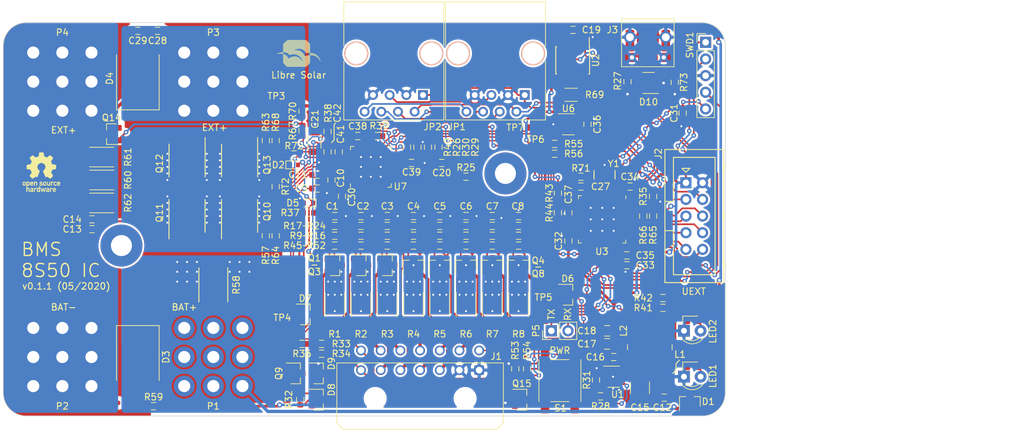
<source format=kicad_pcb>
(kicad_pcb (version 20221018) (generator pcbnew)
  (title_block (title "BMS 8S50 IC") (date "2020-05-08") (rev "v0.1.1") (company "Libre Solar Technologies GmbH") (comment 1 "License: CC-BY-SA") (comment 2 "Author: Martin Jäger"))
  (layers (0 "F.Cu" signal) (31 "B.Cu" signal) (34 "B.Paste" user) (35 "F.Paste" user) (36 "B.SilkS" user "B.Silkscreen") (37 "F.SilkS" user "F.Silkscreen") (38 "B.Mask" user) (39 "F.Mask" user) (44 "Edge.Cuts" user))
  (net 0 "")
  (net 1 "+3V3")
  (net 2 "Net-(C27-Pad1)")
  (net 3 "/MCU/BOOT0")
  (net 4 "/MCU/~{RESET}")
  (net 5 "/MCU/I2C1_SCL")
  (net 6 "/MCU/I2C1_SDA")
  (net 7 "/MCU/SPI1_MISO")
  (net 8 "/MCU/SPI1_MOSI")
  (net 9 "/MCU/SPI1_SCK")
  (net 10 "/MCU/SSEL")
  (net 11 "Net-(LED1-Pad2)")
  (net 12 "Net-(LED2-Pad2)")
  (net 13 "/MCU/USART1_TX")
  (net 14 "/MCU/USART1_RX")
  (net 15 "/MCU/LED1")
  (net 16 "/MCU/LED2")
  (net 17 "/MCU/SWCLK")
  (net 18 "/MCU/SWDIO")
  (net 19 "Net-(Q5-Pad3)")
  (net 20 "Net-(Q6-Pad3)")
  (net 21 "Net-(Q7-Pad3)")
  (net 22 "GND")
  (net 23 "/MCU/I2C2_SDA")
  (net 24 "/MCU/I2C2_SCL")
  (net 25 "Net-(Q4-Pad3)")
  (net 26 "Net-(U7-Pad23)")
  (net 27 "Net-(U7-Pad30)")
  (net 28 "Net-(U7-Pad31)")
  (net 29 "Net-(U7-Pad32)")
  (net 30 "Net-(U7-Pad35)")
  (net 31 "/ISL94202/VC8")
  (net 32 "/ISL94202/CB8")
  (net 33 "/ISL94202/VC7")
  (net 34 "/ISL94202/CB7")
  (net 35 "/ISL94202/VC6")
  (net 36 "/ISL94202/CB6")
  (net 37 "/ISL94202/VC5")
  (net 38 "/ISL94202/CB5")
  (net 39 "/ISL94202/VC4")
  (net 40 "/ISL94202/CB4")
  (net 41 "/ISL94202/VC3")
  (net 42 "/ISL94202/CB3")
  (net 43 "/ISL94202/VC2")
  (net 44 "/ISL94202/CB2")
  (net 45 "/ISL94202/VC1")
  (net 46 "/ISL94202/CB1")
  (net 47 "/ISL94202/VC0")
  (net 48 "Net-(Q9-Pad3)")
  (net 49 "Net-(Q7-Pad1)")
  (net 50 "Net-(Q6-Pad1)")
  (net 51 "Net-(Q5-Pad1)")
  (net 52 "Net-(Q4-Pad1)")
  (net 53 "Net-(Q3-Pad1)")
  (net 54 "Net-(Q2-Pad1)")
  (net 55 "Net-(Q1-Pad1)")
  (net 56 "Net-(C13-Pad2)")
  (net 57 "Net-(C28-Pad2)")
  (net 58 "Net-(C42-Pad2)")
  (net 59 "Net-(C41-Pad2)")
  (net 60 "Net-(C41-Pad1)")
  (net 61 "Net-(Q14-Pad1)")
  (net 62 "Net-(Q12-PadG)")
  (net 63 "Net-(Q10-PadG)")
  (net 64 "Net-(Q14-Pad3)")
  (net 65 "Net-(C39-Pad1)")
  (net 66 "Net-(R39-Pad1)")
  (net 67 "Net-(C30-Pad1)")
  (net 68 "/ISL94202/XT2")
  (net 69 "/MCU/CAN_TX")
  (net 70 "/MCU/CAN_RX")
  (net 71 "/MCU/CAN_STB")
  (net 72 "/MCU/USB_DP")
  (net 73 "/MCU/USB_DM")
  (net 74 "/MCU/USART2_RX")
  (net 75 "/MCU/USART2_TX")
  (net 76 "/ISL94202/NTC_BAT")
  (net 77 "/ISL94202/CHMON")
  (net 78 "/ISL94202/VDD")
  (net 79 "/MCU/USB_D+")
  (net 80 "/MCU/USB_D-")
  (net 81 "Net-(D10-Pad5)")
  (net 82 "Net-(C16-Pad1)")
  (net 83 "/ISL94202/CELL6+")
  (net 84 "/ISL94202/CELL1+")
  (net 85 "Net-(Q8-Pad3)")
  (net 86 "Net-(D8-Pad2)")
  (net 87 "/ISL94202/CELL1-")
  (net 88 "Net-(D9-Pad1)")
  (net 89 "/ISL94202/CELL2+")
  (net 90 "/ISL94202/CELL3+")
  (net 91 "/ISL94202/CELL4+")
  (net 92 "/ISL94202/CELL7+")
  (net 93 "/ISL94202/CELL8+")
  (net 94 "/ISL94202/CELL5+")
  (net 95 "/MCU/CAN_H")
  (net 96 "/MCU/CAN_L")
  (net 97 "Net-(J3-Pad4)")
  (net 98 "/CAN_V+")
  (net 99 "Net-(JP1-Pad4)")
  (net 100 "Net-(JP1-Pad5)")
  (net 101 "Net-(JP1-Pad6)")
  (net 102 "/ISL94202/CHG+")
  (net 103 "Net-(U2-Pad5)")
  (net 104 "/ISL94202/BTN_2")
  (net 105 "/ISL94202/BTN_1")
  (net 106 "/ISL94202/BTN_SIGNAL")
  (net 107 "/ISL94202/ALERT")
  (net 108 "/ISL94202/DFET")
  (net 109 "/ISL94202/PCFET")
  (net 110 "/ISL94202/CFET")
  (net 111 "/ISL94202/CSI2")
  (net 112 "/BAT+")
  (net 113 "/BAT-")
  (net 114 "/V_EXT")
  (net 115 "/Power Supply/VIN")
  (net 116 "/Power Supply/SW")
  (net 117 "/Power Supply/FB")
  (net 118 "Net-(U3-Pad26)")
  (net 119 "Net-(U3-Pad19)")
  (net 120 "Net-(U3-Pad18)")
  (net 121 "Net-(U3-Pad17)")
  (net 122 "Net-(U3-Pad16)")
  (net 123 "Net-(U3-Pad14)")
  (net 124 "Net-(U3-Pad10)")
  (net 125 "Net-(U3-Pad4)")
  (net 126 "Net-(U3-Pad3)")
  (net 127 "Net-(U3-Pad11)")
  (net 128 "Net-(U3-Pad6)")
  (net 129 "Net-(U3-Pad5)")
  (net 130 "Net-(Q1-Pad3)")
  (net 131 "Net-(Q2-Pad3)")
  (net 132 "Net-(Q3-Pad3)")
  (net 133 "+5V")
  (net 134 "/EXT+")
  (net 135 "/ISL94202/RGO")
  (net 136 "Net-(Q8-Pad1)")
  (net 137 "Net-(C12-Pad1)")
  (net 138 "/Power Supply/EN")
  (net 139 "Net-(D7-Pad2)")
  (net 140 "Net-(D7-Pad3)")
  (net 141 "/MCU/I2C2_PULLUP")
  (net 142 "/ISL94202/TEMPO")
  (net 143 "Net-(D2-Pad1)")
  (footprint "LibreSolar:LIBRESOLAR_LOGO" (layer "F.Cu") (at 135.2 66.7)
    (fp_text reference "LOGO2" hide)
    (fp_text value "LIBRE_SOLAR" hide)
  )
  (footprint "LibreSolar:TestPoint_1mm_pad" (layer "F.Cu") (at 135 106.5)
    (fp_text reference "TP4")
    (fp_text value "Bat+")
  )
  (footprint "LibreSolar:TestPoint_1mm_pad" (layer "F.Cu") (at 134.3 72.5)
    (fp_text reference "TP3")
    (fp_text value "Ext+")
  )
  (footprint "LibreSolar:R_0603_1608" (layer "F.Cu") (at 193 102 180)
    (fp_text reference "R42")
    (fp_text value "1k")
  )
  (footprint "LibreSolar:R_0603_1608" (layer "F.Cu") (at 193 103.5 180)
    (fp_text reference "R41")
    (fp_text value "1k")
  )
  (footprint "LibreSolar:R_0603_1608" (layer "F.Cu") (at 191.5 86.5 90)
    (fp_text reference "R35")
    (fp_text value "1M")
  )
  (footprint "LibreSolar:C_0603_1608" (layer "F.Cu") (at 187.5 97 180)
    (fp_text reference "C33")
    (fp_text value "100n")
  )
  (footprint "LibreSolar:C_0603_1608" (layer "F.Cu") (at 178.6 93.3 90)
    (fp_text reference "C32")
    (fp_text value "100n")
  )
  (footprint "LibreSolar:C_0603_1608" (layer "F.Cu") (at 187.5 95.5 180)
    (fp_text reference "C35")
    (fp_text value "4.7u")
  )
  (footprint "LibreSolar:C_0603_1608" (layer "F.Cu") (at 188 85)
    (fp_text reference "C34")
    (fp_text value "100n")
  )
  (footprint "LibreSolar:C_0603_1608" (layer "F.Cu") (at 196 73.8 -90)
    (fp_text reference "C31")
    (fp_text value "100n")
  )
  (footprint "LibreSolar:C_0603_1608" (layer "F.Cu") (at 180.5 85)
    (fp_text reference "C27")
    (fp_text value "100n")
  )
  (footprint "LibreSolar:Box_Header_2x05x2.54mm_Straight" (layer "F.Cu") (at 196.5 84.42 -90)
    (fp_text reference "J2")
    (fp_text value "UEXT")
  )
  (footprint "LibreSolar:R_0603_1608" (layer "F.Cu") (at 177 89 -90)
    (fp_text reference "R44")
    (fp_text value "22k")
  )
  (footprint "LibreSolar:R_0603_1608" (layer "F.Cu") (at 177 86 -90)
    (fp_text reference "R43")
    (fp_text value "330k")
  )
  (footprint "LibreSolar:Fiducial_0.7mm" (layer "F.Cu") (at 110 118)
    (fp_text reference "REF**" hide)
    (fp_text value "Fiducial_0.7mm")
  )
  (footprint "LibreSolar:Fiducial_0.7mm" (layer "F.Cu") (at 184.5 63.5)
    (fp_text reference "REF**" hide)
    (fp_text value "Fiducial_0.7mm")
  )
  (footprint "LibreSolar:Resonator_Murata_CSTNE" (layer "F.Cu") (at 184.1 83.2)
    (fp_text reference "Y1")
    (fp_text value "8MHz")
  )
  (footprint "LibreSolar:LED_0603_D3.0mm" (layer "F.Cu") (at 197.5 112.5)
    (fp_text reference "LED1")
    (fp_text value "LED")
  )
  (footprint "Connector_PinHeader_2.54mm:PinHeader_1x02_P2.54mm_Vertical" (layer "F.Cu") (at 176 107 90)
    (fp_text reference "P5")
    (fp_text value "CONN_01X02")
  )
  (footprint "LibreSolar:SOT-23" (layer "F.Cu") (at 171 97 90)
    (fp_text reference "Q8")
    (fp_text value "BSS138")
  )
  (footprint "LibreSolar:SOT-23" (layer "F.Cu") (at 167 97 90)
    (fp_text reference "Q7" hide)
    (fp_text value "BSS138")
  )
  (footprint "LibreSolar:SOT-23" (layer "F.Cu") (at 163 97 90)
    (fp_text reference "Q6" hide)
    (fp_text value "BSS138")
  )
  (footprint "LibreSolar:SOT-23" (layer "F.Cu") (at 159 97 90)
    (fp_text reference "Q5" hide)
    (fp_text value "BSS138")
  )
  (footprint "LibreSolar:R_0603_1608" (layer "F.Cu") (at 171 91 180)
    (fp_text reference "R24")
    (fp_text value "1k")
  )
  (footprint "LibreSolar:R_0603_1608" (layer "F.Cu") (at 163 92.5 180)
    (fp_text reference "R14" hide)
    (fp_text value "330k")
  )
  (footprint "LibreSolar:R_0603_1608" (layer "F.Cu") (at 167 92.5 180)
    (fp_text reference "R15" hide)
    (fp_text value "330k")
  )
  (footprint "LibreSolar:R_0603_1608" (layer "F.Cu") (at 163 83.5 180)
    (fp_text reference "R25")
    (fp_text value "1k")
  )
  (footprint "LibreSolar:R_0603_1608" (layer "F.Cu") (at 167 91 180)
    (fp_text reference "R23" hide)
    (fp_text value "1k")
  )
  (footprint "LibreSolar:R_0603_1608" (layer "F.Cu") (at 163 91 180)
    (fp_text reference "R22" hide)
    (fp_text value "1k")
  )
  (footprint "LibreSolar:R_0603_1608" (layer "F.Cu") (at 159 91 180)
    (fp_text reference "R21" hide)
    (fp_text value "1k")
  )
  (footprint "LibreSolar:R_0603_1608" (layer "F.Cu") (at 171 92.5 180)
    (fp_text reference "R16")
    (fp_text value "330k")
  )
  (footprint "LibreSolar:R_0603_1608" (layer "F.Cu") (at 167 94 180)
    (fp_text reference "R51" hide)
    (fp_text value "10k")
  )
  (footprint "LibreSolar:R_0603_1608" (layer "F.Cu") (at 163 94 180)
    (fp_text reference "R50" hide)
    (fp_text value "10k")
  )
  (footprint "LibreSolar:R_0603_1608" (layer "F.Cu") (at 159 94 180)
    (fp_text reference "R49" hide)
    (fp_text value "10k")
  )
  (footprint "LibreSolar:R_0603_1608" (layer "F.Cu") (at 159 92.5 180)
    (fp_text reference "R13" hide)
    (fp_text value "330k")
  )
  (footprint "LibreSolar:C_0603_1608" (layer "F.Cu") (at 140.3 85.3)
    (fp_text reference "C9")
    (fp_text value "1u")
  )
  (footprint "LibreSolar:C_0603_1608" (layer "F.Cu") (at 159 89.5)
    (fp_text reference "C5")
    (fp_text value "47n")
  )
  (footprint "LibreSolar:C_0603_1608" (layer "F.Cu") (at 163 89.5)
    (fp_text reference "C6")
    (fp_text value "47n")
  )
  (footprint "LibreSolar:C_0603_1608" (layer "F.Cu") (at 171 89.5)
    (fp_text reference "C8")
    (fp_text value "47n")
  )
  (footprint "LibreSolar:C_0603_1608" (layer "F.Cu") (at 142.5 84 90)
    (fp_text reference "C10")
    (fp_text value "10n")
  )
  (footprint "LibreSolar:C_0603_1608" (layer "F.Cu") (at 140.3 83.2)
    (fp_text reference "C11")
    (fp_text value "1u")
  )
  (footprint "LibreSolar:C_0603_1608" (layer "F.Cu") (at 167 89.5)
    (fp_text reference "C7")
    (fp_text value "47n")
  )
  (footprint "LibreSolar:TestPoint_1mm_pad" (layer "F.Cu") (at 174.8 100.4 180)
    (fp_text reference "TP5")
    (fp_text value "Regout")
  )
  (footprint "LibreSolar:SOT-23" (layer "F.Cu") (at 109 77 180)
    (fp_text reference "Q14")
    (fp_text value "BSS138")
  )
  (footprint "LibreSolar:R_Shunt_2512" (layer "F.Cu") (at 124.5 100 -90)
    (fp_text reference "R58")
    (fp_text value "1m")
  )
  (footprint "LibreSolar:R_2010_5025" (layer "F.Cu") (at 107.5 87.5)
    (fp_text reference "R62")
    (fp_text value "330")
  )
  (footprint "LibreSolar:R_2010_5025" (layer "F.Cu") (at 107.5 80.5)
    (fp_text reference "R61")
    (fp_text value "330")
  )
  (footprint "LibreSolar:R_2010_5025" (layer "F.Cu") (at 107.5 84)
    (fp_text reference "R60")
    (fp_text value "330")
  )
  (footprint "LibreSolar:R_0603_1608" (layer "F.Cu") (at 132.5 92.5 -90)
    (fp_text reference "R57")
    (fp_text value "1M")
  )
  (footprint "LibreSolar:R_0603_1608" (layer "F.Cu") (at 134 85 -90)
    (fp_text reference "RT2")
    (fp_text value "10k")
  )
  (footprint "LibreSolar:R_0603_1608" (layer "F.Cu") (at 132.5 78 -90)
    (fp_text reference "R63")
    (fp_text value "1M")
  )
  (footprint "LibreSolar:R_0603_1608" (layer "F.Cu") (at 134 92.5 -90)
    (fp_text reference "R64")
    (fp_text value "100")
  )
  (footprint "LibreSolar:D_SMC" (layer "F.Cu") (at 113 68.5 90)
    (fp_text reference "D4")
    (fp_text value "SMCJ36A")
  )
  (footprint "LibreSolar:C_0603_1608" (layer "F.Cu") (at 106 91.5 180)
    (fp_text reference "C13")
    (fp_text value "100n")
  )
  (footprint "LibreSolar:C_0603_1608" (layer "F.Cu") (at 113 61.25 180)
    (fp_text reference "C29")
    (fp_text value "100n")
  )
  (footprint "LibreSolar:C_0603_1608" (layer "F.Cu") (at 116 61.25 180)
    (fp_text reference "C28")
    (fp_text value "100n")
  )
  (footprint "LibreSolar:5X6_MOSFET" (layer "F.Cu") (at 120.495 89.975)
    (fp_text reference "Q11")
    (fp_text value "BSC016N06NS" hide)
  )
  (footprint "LibreSolar:5X6_MOSFET" (layer "F.Cu") (at 128.5 89.975)
    (fp_text reference "Q10")
    (fp_text value "BSC016N06NS" hide)
  )
  (footprint "LibreSolar:5X6_MOSFET" (layer "F.Cu") (at 128.505 80.525 180)
    (fp_text reference "Q13")
    (fp_text value "BSC016N06NS" hide)
  )
  (footprint "LibreSolar:5X6_MOSFET" (layer "F.Cu") (at 120.505 80.525 180)
    (fp_text reference "Q12")
    (fp_text value "BSC016N06NS" hide)
  )
  (footprint "LibreSolar:R_0603_1608" (layer "F.Cu") (at 138.1 76.5 -90)
    (fp_text reference "R67")
    (fp_text value "100")
  )
  (footprint "LibreSolar:R_0603_1608" (layer "F.Cu") (at 134 78 -90)
    (fp_text reference "R68")
    (fp_text value "100")
  )
  (footprint "LibreSolar:R_2010_5025" (layer "F.Cu") (at 163 103 -90)
    (fp_text reference "R6")
    (fp_text value "33")
  )
  (footprint "LibreSolar:R_2010_5025" (layer "F.Cu") (at 167 103 -90)
    (fp_text reference "R7")
    (fp_text value "33")
  )
  (footprint "LibreSolar:R_2010_5025" (layer "F.Cu") (at 171 103 -90)
    (fp_text reference "R8")
    (fp_text value "33")
  )
  (footprint "LibreSolar:TestPoint_1mm_pad" (layer "F.Cu") (at 172.5 76 180)
    (fp_text reference "TP7")
    (fp_text value "SCL")
  )
  (footprint "LibreSolar:TestPoint_1mm_pad" (layer "F.Cu") (at 174 76.5 180)
    (fp_text reference "TP6")
    (fp_text value "SDA")
  )
  (footprint "LibreSolar:C_0603_1608" (layer "F.Cu") (at 143.6 79.7 90)
    (fp_text reference "C41")
    (fp_text value "4.7n")
  )
  (footprint "Package_DFN_QFN:QFN-48-1EP_6x6mm_P0.4mm_EP4.3x4.3mm" (layer "F.Cu") (at 148.5 82 90)
    (fp_text reference "U7")
    (fp_text value "ISL94202")
  )
  (footprint "LibreSolar:R_2010_5025" (layer "F.Cu") (at 155 103 -90)
    (fp_text reference "R4")
    (fp_text value "33")
  )
  (footprint "LibreSolar:SOT-23" (layer "F.Cu") (at 147 97)
    (fp_text reference "Q2" hide)
    (fp_text value "NDS0605")
  )
  (footprint "LibreSolar:R_0603_1608" (layer "F.Cu") (at 143 92.5)
    (fp_text reference "R9")
    (fp_text value "330k")
  )
  (footprint "LibreSolar:R_0603_1608" (layer "F.Cu") (at 151 91)
    (fp_text reference "R19" hide)
    (fp_text value "1k")
  )
  (footprint "LibreSolar:R_0603_1608" (layer "F.Cu") (at 155 91 180)
    (fp_text reference "R20" hide)
    (fp_text value "1k")
  )
  (footprint "LibreSolar:SOT-23" (layer "F.Cu") (at 143 97)
    (fp_text reference "Q1")
    (fp_text value "NDS0605")
  )
  (footprint "LibreSolar:R_2010_5025" (layer "F.Cu") (at 151 103 90)
    (fp_text reference "R3")
    (fp_text value "33")
  )
  (footprint "LibreSolar:R_2010_5025" (layer "F.Cu") (at 143 103 90)
    (fp_text reference "R1")
    (fp_text value "33")
  )
  (footprint "LibreSolar:R_2010_5025" (layer "F.Cu") (at 147 103 90)
    (fp_text reference "R2")
    (fp_text value "33")
  )
  (footprint "LibreSolar:SOT-23" (layer "F.Cu") (at 155 97 90)
    (fp_text reference "Q4")
    (fp_text value "BSS138")
  )
  (footprint "LibreSolar:R_0603_1608" (layer "F.Cu") (at 147 94 180)
    (fp_text reference "R46" hide)
    (fp_text value "10k")
  )
  (footprint "LibreSolar:R_0603_1608" (layer "F.Cu") (at 151 94 180)
    (fp_text reference "R47" hide)
    (fp_text value "10k")
  )
  (footprint "LibreSolar:C_0603_1608" (layer "F.Cu") (at 155 89.5)
    (fp_text reference "C4")
    (fp_text value "47n")
  )
  (footprint "LibreSolar:C_0603_1608" (layer "F.Cu") (at 147 89.5)
    (fp_text reference "C2")
    (fp_text value "47n")
  )
  (footprint "LibreSolar:C_0603_1608" (layer "F.Cu") (at 151 89.5)
    (fp_text reference "C3")
    (fp_text value "47n")
  )
  (footprint "LibreSolar:R_0603_1608" (layer "F.Cu") (at 147 91)
    (fp_text reference "R18" hide)
    (fp_text value "1k")
  )
  (footprint "LibreSolar:R_0603_1608" (layer "F.Cu") (at 155 92.5 180)
    (fp_text reference "R12" hide)
    (fp_text value "330k")
  )
  (footprint "LibreSolar:R_0603_1608" (layer "F.Cu") (at 151 92.5)
    (fp_text reference "R11" hide)
    (fp_text value "330k")
  )
  (footprint "LibreSolar:R_0603_1608" (layer "F.Cu") (at 147 92.5)
    (fp_text reference "R10" hide)
    (fp_text value "330k")
  )
  (footprint "LibreSolar:R_0603_1608" (layer "F.Cu") (at 155 94 180)
    (fp_text reference "R48" hide)
    (fp_text value "10k")
  )
  (footprint "LibreSolar:R_0603_1608" (layer "F.Cu") (at 143 94 180)
    (fp_text reference "R45")
    (fp_text value "10k")
  )
  (footprint "LibreSolar:R_0603_1608" (layer "F.Cu") (at 143 91)
    (fp_text reference "R17")
    (fp_text value "1k")
  )
  (footprint "LibreSolar:SOT-23" (layer "F.Cu") (at 151 97)
    (fp_text reference "Q3")
    (fp_text value "NDS0605")
  )
  (footprint "LibreSolar:RJ45_8P8C" (layer "F.Cu") (at 152 68.5 180)
    (fp_text reference "JP2")
    (fp_text value "RJ45_NS")
  )
  (footprint "LibreSolar:Wuerth_WP-THRBU_74650195" (layer "F.Cu") (at 124.5 111 180)
    (fp_text reference "P1")
    (fp_text value "CONN_01X01")
  )
  (footprint "LibreSolar:Wuerth_WP-THRBU_74650195" (layer "F.Cu") (at 124.5 69)
    (fp_text reference "P3")
    (fp_text value "CONN_01X01")
  )
  (footprint "LibreSolar:R_0603_1608" (layer "F.Cu") (at 157.2 79 -90)
    (fp_text reference "R30")
    (fp_text value "10k")
  )
  (footprint "LibreSolar:R_0603_1608" (layer "F.Cu") (at 158.8 79 90)
    (fp_text reference "R29")
    (fp_text value "22k")
  )
  (footprint "LibreSolar:R_0603_1608" (layer "F.Cu") (at 141 109 180)
    (fp_text reference "R33")
    (fp_text value "10k")
  )
  (footprint "LibreSolar:R_0603_1608" (layer "F.Cu") (at 141 110.5)
    (fp_text reference "R34")
    (fp_text value "10k")
  )
  (footprint "LibreSolar:R_0603_1608" (layer "F.Cu") (at 139 89)
    (fp_text reference "R37")
    (fp_text value "100")
  )
  (footprint "LibreSolar:R_0603_1608" (layer "F.Cu") (at 141.9 76.6 -90)
    (fp_text reference "R38")
    (fp_text value "1k")
  )
  (footprint "LibreSolar:R_0603_1608" (layer "F.Cu") (at 149.5 77.3)
    (fp_text reference "R39")
    (fp_text value "2.2k")
  )
  (footprint "LibreSolar:Wuerth_WP-THRBU_74650195" (layer "F.Cu") (at 101.5 69)
    (fp_text reference "P4")
    (fp_text value "CONN_01X01")
  )
  (footprint "LibreSolar:SOT-23-6" (layer "F.Cu") (at 190.8 69.2 180)
    (fp_text reference "D10")
    (fp_text value "USBLC6-2SC6")
  )
  (footprint "LibreSolar:C_0603_1608" (layer "F.Cu") (at 146.5 77.3)
    (fp_text reference "C38")
    (fp_text value "100n")
  )
  (footprint "LibreSolar:SOT-23" (layer "F.Cu") (at 137 113.5)
    (fp_text reference "Q9")
    (fp_text value "NDS0605")
  )
  (footprint "LibreSolar:C_0603_1608" (layer "F.Cu") (at 154.7 81.4)
    (fp_text reference "C39")
    (fp_text value "1u")
  )
  (footprint "LibreSolar:SOT-23" (layer "F.Cu") (at 171.5 117.5)
    (fp_text reference "Q15")
    (fp_text value "BSS138")
  )
  (footprint "LibreSolar:C_0603_1608" (layer "F.Cu") (at 144.1 86.5 -90)
    (fp_text reference "C30")
    (fp_text value "470n")
  )
  (footprint "LibreSolar:R_1206_3216" (layer "F.Cu") (at 179 71 180)
    (fp_text reference "R69")
    (fp_text value "120")
  )
  (footprint "LibreSolar:R_0603_1608" (layer "F.Cu") (at 191.5 89.5 90)
    (fp_text reference "R65")
    (fp_text value "2.2k")
  )
  (footprint "LibreSolar:R_0603_1608" (layer "F.Cu") (at 137.75 117.5 -90)
    (fp_text reference "R32")
    (fp_text value "1M")
  )
  (footprint "LibreSolar:R_0603_1608" (layer "F.Cu") (at 190 89.5 90)
    (fp_text reference "R66")
    (fp_text value "2.2k")
  )
  (footprint "LibreSolar:R_0603_1608" (layer "F.Cu") (at 172.3 112.8 90)
    (fp_text reference "R54")
    (fp_text value "1k")
  )
  (footprint "LibreSolar:R_0603_1608" (layer "F.Cu") (at 138 109)
    (fp_text reference "R36")
    (fp_text value "1k")
  )
  (footprint "LibreSolar:RJ45_8P8C" (layer "F.Cu") (at 167.5 68.5 180)
    (fp_text reference "JP1")
    (fp_text value "RJ45_NS")
  )
  (footprint "LibreSolar:C_0603_1608" (layer "F.Cu") (at 179.3 61.1)
    (fp_text reference "C19")
    (fp_text value "100n")
  )
  (footprint "Diode_SMD:D_SOD-523" (layer "F.Cu") (at 136.7 81.7)
    (fp_text reference "D2")
    (fp_text value "PMEG6002")
  )
  (footprint "Diode_SMD:D_SOT-23_ANK" (layer "F.Cu") (at 140.5 113.5)
    (fp_text reference "D9")
    (fp_text value "12V")
  )
  (footprint "Diode_SMD:D_SOT-23_ANK" (layer "F.Cu") (at 140.5 117.5)
    (fp_text reference "D8")
    (fp_text value "12V")
  )
  (footprint "LibreSolar:USB_Micro-B_10103594-0001LF" (layer "F.Cu") (at 190.7 63.6 180)
    (fp_text reference "J3")
    (fp_text value "USB_B_Micro")
  )
  (footprint "LibreSolar:SOIC-8_3.9x4.9mm_Pitch1.27mm" (layer "F.Cu") (at 179.25 65.75 -90)
    (fp_text reference "U2")
    (fp_text value "TCAN334")
  )
  (footprint "Connector_Molex:Molex_Micro-Fit_3.0_43045-1400_2x07_P3.00mm_Horizontal" (layer "F.Cu") (at 165 113 180)
    (fp_text reference "J1")
    (fp_text value "Conn_01x10")
  )
  (footprint "LibreSolar:C_0603_1608" (layer "F.Cu") (at 181.5 75.5 90)
    (fp_text reference "C36")
    (fp_text value "100n")
  )
  (footprint "LibreSolar:SOT-23-5" (layer "F.Cu") (at 178.6 75.5)
    (fp_text reference "U6")
    (fp_text value "24AA32")
  )
  (footprint "LibreSolar:R_0603_1608" (layer "F.Cu") (at 187.6 69 -90)
    (fp_text reference "R27")
    (fp_text value "330k")
  )
  (footprint "LibreSolar:SOT-23-6" (layer "F.Cu") (at 185.5 114)
    (fp_text reference "U1")
    (fp_text value "TPS560430X")
  )
  (footprint "LibreSolar:C_1210_3225" (layer "F.Cu") (at 189.5 115.7 -90)
    (fp_text reference "C15")
    (fp_text value "4.7u")
  )
  (footprint "LibreSolar:C_0805_2012" (layer "F.Cu") (at 184.5 109 180)
    (fp_text reference "C17")
    (fp_text value "10u")
  )
  (footprint "LibreSolar:C_0603_1608" (layer "F.Cu") (at 193.2 117.2 180)
    (fp_text reference "C12")
    (fp_text value "1u")
  )
  (footprint "LibreSolar:C_0805_2012" (layer "F.Cu") (at 184.5 107 180)
    (fp_text reference "C18")
    (fp_text value "10u")
  )
  (footprint "LibreSolar:Bourns_SRN6045TA" (layer "F.Cu") (at 191 109.5 90)
    (fp_text reference "L2")
    (fp_text value "47uH")
  )
  (footprint "LibreSolar:R_0603_1608" (layer "F.Cu") (at 182.8 114.5 90)
    (fp_text reference "R31")
    (fp_text value "22k")
  )
  (footprint "Inductor_SMD:L_0805_2012Metric" (layer "F.Cu") (at 193.2 114.6 180)
    (fp_text reference "L1")
    (fp_text value "4.7uH")
  )
  (footprint "LibreSolar:SW_SPST_6mm" (layer "F.Cu") (at 177.3 114.6 90)
    (fp_text reference "S1")
    (fp_text value "SW_PUSH")
  )
  (footprint "LibreSolar:R_0603_1608" (layer "F.Cu") (at 180.5 83.5)
    (fp_text reference "R71")
    (fp_text value "100")
  )
  (footprint "Package_DFN_QFN:QFN-48-1EP_7x7mm_P0.5mm_EP5.6x5.6mm" (layer "F.Cu") (at 183.73 90 -90)
    (fp_text reference "U3")
    (fp_text value "STM32F072CBU6")
  )
  (footprint "LibreSolar:R_0603_1608" (layer "F.Cu") (at 154 79 90)
    (fp_text reference "R40")
    (fp_text value "22k")
  )
  (footprint "LibreSolar:R_0603_1608" (layer "F.Cu") (at 155.6 79 -90)
    (fp_text reference "R26")
    (fp_text value "10k")
  )
  (footprint "Connector_PinHeader_2.54mm:PinHeader_1x05_P2.54mm_Vertical" (layer "F.Cu") (at 199.5 63)
    (fp_text reference "SWD1")
    (fp_text value "ST_Nucleo_SWD_5p")
  )
  (footprint "LibreSolar:R_0603_1608" (layer "F.Cu") (at 115.4 118.5)
    (fp_text reference "R59")
    (fp_text value "100")
  )
  (footprint "LibreSolar:D_SMC" (layer "F.Cu") (at 113 111 -90)
    (fp_text reference "D3")
    (fp_text value "SMCJ36A")
  )
  (footprint "LibreSolar:R_2010_5025" (layer "F.Cu") (at 159 103 -90)
    (fp_text reference "R5")
    (fp_text value "33")
  )
  (footprint "Diode_SMD:D_SOD-523" (layer "F.Cu") (at 139 87.5 180)
    (fp_text reference "D5")
    (fp_text value "PMEG6002")
  )
  (footprint "LibreSolar:R_0603_1608" (layer "F.Cu") (at 171 94 180)
    (fp_text reference "R52")
    (fp_text value "10k")
  )
  (footprint "MountingHole:MountingHole_3.2mm_M3_Pad" (layer "F.Cu") (at 169 83)
    (fp_text reference "H2" hide)
    (fp_text value "MountingHole")
  )
  (footprint "MountingHole:MountingHole_3.2mm_M3_Pad" (layer "F.Cu") (at 110.5 94)
    (fp_text reference "H1" hide)
    (fp_text value "MountingHole")
  )
  (footprint "LibreSolar:C_0603_1608" (layer "F.Cu") (at 106 90)
    (fp_text reference "C14")
    (fp_text value "100n")
  )
  (footprint "LibreSolar:LED_0603_D3.0mm" (layer "F.Cu") (at 197.5 105.5)
    (fp_text reference "LED2")
    (fp_text value "LED")
  )
  (footprint "LibreSolar:SOT-23" (layer "F.Cu") (at 197.1 117.8 90)
    (fp_text reference "D1")
    (fp_text value "BAV70")
  )
  (footprint "LibreSolar:SOT-23" (layer "F.Cu") (at 178.5 101.5)
    (fp_text reference "D6")
    (fp_text value "BAV70")
  )
  (footprint "LibreSolar:SOT-23" (layer "F.Cu") (at 138.5 104.5)
    (fp_text reference "D7")
    (fp_text value "BAV70")
  )
  (footprint "LibreSolar:R_0603_1608" (layer "F.Cu") (at 176.5 80)
    (fp_text reference "R56")
    (fp_text value "2.2k")
  )
  (footprint "LibreSolar:R_0603_1608" (layer "F.Cu") (at 170.5 112.8 -90)
    (fp_text reference "R53")
    (fp_text value "1M")
  )
  (footprint "LibreSolar:C_0603_1608" (layer "F.Cu") (at 185.5 111)
    (fp_text reference "C16")
    (fp_text value "100n")
  )
  (footprint "LibreSolar:R_0603_1608" (layer "F.Cu") (at 176.5 78.5)
    (fp_text reference "R55")
    (fp_text value "2.2k")
  )
  (footprint "LibreSolar:C_0603_1608" (layer "F.Cu") (at 178.6 89 -90)
    (fp_text reference "C37")
    (fp_text value "4.7n")
  )
  (footprint "LibreSolar:C_0603_1608" (layer "F.Cu") (at 143 89.5)
    (fp_text reference "C1")
    (fp_text value "47n")
  )
  (footprint "Symbol:OSHW-Logo_5.7x6mm_SilkScreen" (layer "F.Cu") (at 98.3 82.8)
    (fp_text reference "LOGO1" hide)
    (fp_text value "OPEN_HARDWARE" hide)
  )
  (footprint "LibreSolar:R_0603_1608" (layer "F.Cu") (at 183.5 117)
    (fp_text reference "R28")
    (fp_text value "50.5k")
  )
  (footprint "LibreSolar:Wuerth_WP-THRBU_74650195" (layer "F.Cu") (at 101.5 111 180)
    (fp_text reference "P2")
    (fp_text value "CONN_01X01")
  )
  (footprint "LibreSolar:C_0603_1608" (layer "F.Cu") (at 159.3 81.4 180)
    (fp_text reference "C20")
    (fp_text value "47n")
  )
  (footprint "LibreSolar:R_0603_1608" (layer "F.Cu") (at 138.1 73.5 -90)
    (fp_text reference "R70")
    (fp_text value "1M")
  )
  (footprint "LibreSolar:C_1206_3216" (layer "F.Cu") (at 139.9 78.2 90)
    (fp_text reference "C21")
    (fp_text value "4.7u")
  )
  (footprint "LibreSolar:R_0603_1608" (layer "F.Cu") (at 136.8 80.1 180)
    (fp_text reference "R72")
    (fp_text value "4R7")
  )
  (footprint "LibreSolar:C_0603_1608" (layer "F.Cu") (at 141.9 79.7 90)
    (fp_text reference "C42")
    (fp_text value "4.7n")
  )
  (footprint "LibreSolar:R_0603_1608" (layer "F.Cu") (at 194.8 69.1 -90)
    (fp_text reference "R73")
    (fp_text value "330k")
  )
  (gr_line (start 138.2 92.5) (end 138.7 92.5) (stroke (width 0.15)) (layer "F.SilkS"))
  (gr_line (start 138.2 94) (end 138.7 94) (stroke (width 0.15)) (layer "F.SilkS"))
  (gr_line (start 138.2 91) (end 138.7 91) (stroke (width 0.15)) (layer "F.SilkS"))
  (gr_line (start 142.9 77.9) (end 142.5 78.3) (stroke (width 0.15)) (layer "F.SilkS"))
  (gr_line (start 142.9 75.6) (end 143.1 75.3) (stroke (width 0.15)) (layer "F.SilkS"))
  (gr_line (start 195 112) (end 195 113) (stroke (width 0.15)) (layer "F.SilkS"))
  (gr_line (start 195 113) (end 194.5 113.5) (stroke (width 0.15)) (layer "F.SilkS"))
  (gr_line (start 142.9 75.6) (end 142.9 77.9) (stroke (width 0.15)) (layer "F.SilkS"))
  (gr_line (start 195.5 111.5) (end 195 112) (stroke (width 0.15)) (layer "F.SilkS"))
  (gr_line (start 92.5 63.5) (end 92.5 116.5) (stroke (width 0.1)) (layer "Edge.Cuts"))
  (gr_line (start 96 120) (end 199 120) (stroke (width 0.1)) (layer "Edge.Cuts"))
  (gr_arc (start 96 120) (mid 93.525126 118.974874) (end 92.5 116.5) (stroke (width 0.1)) (layer "Edge.Cuts"))
  (gr_line (start 199 60) (end 96 60) (stroke (width 0.1)) (layer "Edge.Cuts"))
  (gr_line (start 202.5 116.5) (end 202.5 63.5) (stroke (width 0.1)) (layer "Edge.Cuts"))
  (gr_arc (start 202.5 116.5) (mid 201.474874 118.974874) (end 199 120) (stroke (width 0.1)) (layer "Edge.Cuts"))
  (gr_arc (start 199 60) (mid 201.474874 61.025126) (end 202.5 63.5) (stroke (width 0.1)) (layer "Edge.Cuts"))
  (gr_arc (start 92.5 63.5) (mid 93.525126 61.025126) (end 96 60) (stroke (width 0.1)) (layer "Edge.Cuts"))
  (gr_text "PWR" (at 177.3 110) (layer "F.SilkS") (effects (font (size 1 1))))
  (gr_text "RX" (at 178.5 104.5 90) (layer "F.SilkS") (effects (font (size 1 1))))
  (gr_text "TX" (at 176 104.5 90) (layer "F.SilkS") (effects (font (size 1 1))))
  (gr_text "UEXT" (at 197.7 101) (layer "F.SilkS") (effects (font (size 1 1))))
  (gr_text "-" (at 174 97.2) (layer "F.SilkS") (effects (font (size 1 1))))
  (gr_text "EXT+" (at 101.7 76.4) (layer "F.SilkS") (effects (font (size 1 1))))
  (gr_text "BAT-" (at 101.7 103.4) (layer "F.SilkS") (effects (font (size 1 1))))
  (gr_text "BAT+" (at 120.1 103.4) (layer "F.SilkS") (effects (font (size 1 1))))
  (gr_text "BMS\n8S50 IC" (at 95.1 96.2) (layer "F.SilkS") (effects (font (size 2 2) (thickness 0.2)) (justify left)))
  (gr_text "v0.1.1 (05/2020)" (at 102.1 100.2) (layer "F.SilkS") (effects (font (size 1 1))))
  (gr_text "EXT+" (at 124.7 76) (layer "F.SilkS") (effects (font (size 1 1))))
  (gr_text "-" (at 139.9 96.9) (layer "F.SilkS") (effects (font (size 1 1))))
  (segment (start 186.92499 94.72499) (end 186.48 94.28) (width 0.25) (layer "F.Cu") (net 1))
  (segment (start 180.174965 104.525035) (end 183.195201 104.525035) (width 0.25) (layer "F.Cu") (net 1))
  (segment (start 173.5 73.6) (end 175.7 73.6) (width 0.4) (layer "F.Cu") (net 1))
  (segment (start 175.049966 80.749966) (end 172.549999 78.249999) (width 0.4) (layer "F.Cu") (net 1))
  (segment (start 186.48 94.28) (end 186.48 93.4375) (width 0.25) (layer "F.Cu") (net 1))
  (segment (start 181.650011 105.8864) (end 181.5 106.036411) (width 0.25) (layer "F.Cu") (net 1))
  (segment (start 185.5 104.8) (end 185.5 104.4) (width 0.4) (layer "F.Cu") (net 1))
  (segment (start 197.011829 76.519964) (end 197.011829 64.388171) (width 0.25) (layer "F.Cu") (net 1))
  (segment (start 189.484377 82.780891) (end 187.919109 82.780891) (width 0.4) (layer "F.Cu") (net 1))
  (segment (start 195.261834 82.081834) (end 195.261834 79.280064) (width 0.25) (layer "F.Cu") (net 1))
  (segment (start 175.049966 84.130958) (end 175.049966 80.749966) (width 0.4) (layer "F.Cu") (net 1))
  (segment (start 178.6 96.058521) (end 178.6 94.6) (width 0.4) (layer "F.Cu") (net 1))
  (segment (start 172.3 112) (end 173.7 112) (width 0.25) (layer "F.Cu") (net 1))
  (segment (start 193.5 88.7) (end 194.2 88) (width 0.25) (layer "F.Cu") (net 1))
  (segment (start 174.949961 84.230961) (end 175.049966 84.130958) (width 0.4) (layer "F.Cu") (net 1))
  (segment (start 198.4 63) (end 199.5 63) (width 0.25) (layer "F.Cu") (net 1))
  (segment (start 189.5 97.5) (end 190.6 97.5) (width 0.4) (layer "F.Cu") (net 1))
  (segment (start 178.6 94.6) (end 178.6 94.1) (width 0.4) (layer "F.Cu") (net 1))
  (segment (start 189.884376 83.18089) (end 189.484377 82.780891) (width 0.4) (layer "F.Cu") (net 1))
  (segment (start 178.6 93.4) (end 178.79999 93.20001) (width 0.2) (layer "F.Cu") (net 1))
  (segment (start 177.6 61.1) (end 176.000004 62.699996) (width 0.4) (layer "F.Cu") (net 1))
  (segment (start 176.000004 62.699996) (end 176.000004 70.20503) (width 0.4) (layer "F.Cu") (net 1))
  (segment (start 187.2 79.6) (end 182.9 79.6) (width 0.25) (layer "F.Cu") (net 1))
  (segment (start 195.261834 79.280064) (end 195.261834 78.78509) (width 0.25) (layer "F.Cu") (net 1))
  (segment (start 175.517667 108.175001) (end 179.104001 108.175001) (width 0.25) (layer "F.Cu") (net 1))
  (segment (start 189 97) (end 189.5 97.5) (width 0.4) (layer "F.Cu") (net 1))
  (segment (start 174.07499 109.617678) (end 175.517667 108.175001) (width 0.25) (layer "F.Cu") (net 1))
  (segment (start 186.48 86.5625) (end 186.48 85.72) (width 0.25) (layer "F.Cu") (net 1))
  (segment (start 190 88.7) (end 191.5 88.7) (width 0.25) (layer "F.Cu") (net 1))
  (segment (start 196.5 83.32) (end 195.261834 82.081834) (width 0.25) (layer "F.Cu") (net 1))
  (segment (start 178.615 61.215) (end 178.5 61.1) (width 0.4) (layer "F.Cu") (net 1))
  (segment (start 176.000004 70.20503) (end 176.000004 70.700004) (width 0.4) (layer "F.Cu") (net 1))
  (segment (start 178.615 63.05) (end 178.615 61.215) (width 0.4) (layer "F.Cu") (net 1))
  (segment (start 183.1 76.3) (end 181.5 76.3) (width 0.4) (layer "F.Cu") (net 1))
  (segment (start 174.07499 111.62501) (end 174.07499 109.617678) (width 0.25) (layer "F.Cu") (net 1))
  (segment (start 183.4 76) (end 183.1 76.3) (width 0.4) (layer "F.Cu") (net 1))
  (segment (start 191.5 88.7) (end 193.5 88.7) (width 0.25) (layer "F.Cu") (net 1))
  (segment (start 183.4 74.1) (end 183.4 76) (width 0.4) (layer "F.Cu") (net 1))
  (segment (start 196.5 84.42) (end 195.25 84.42) (width 0.4) (layer "F.Cu") (net 1))
  (segment (start 193.979992 83.149992) (end 192.650008 83.149992) (width 0.4) (layer "F.Cu") (net 1))
  (segment (start 183.195201 104.525035) (end 183.470166 104.8) (width 0.25) (layer "F.Cu") (net 1))
  (segment (start 175.5 73.6) (end 175.7 73.6) (width 0.4) (layer "F.Cu") (net 1))
  (segment (start 182.9 73.6) (end 183.4 74.1) (width 0.4) (layer "F.Cu") (net 1))
  (segment (start 192.650008 83.149992) (end 191.899999 83.900001) (width 0.4) (layer "F.Cu") (net 1))
  (segment (start 187.339584 101.200056) (end 188.434315 101.200056) (width 0.4) (layer "F.Cu") (net 1))
  (segment (start 178.6 94.1) (end 178.6 93.4) (width 0.2) (layer "F.Cu") (net 1))
  (segment (start 188.3 95.5) (end 187.52499 94.72499) (width 0.25) (layer "F.Cu") (net 1))
  (segment (start 179.715001 107.564001) (end 179.715001 104.984999) (width 0.25) (layer "F.Cu") (net 1))
  (segment (start 179.29999 93.20001) (end 179.75 92.75) (width 0.2) (layer "F.Cu") (net 1))
  (segment (start 178.05 94.1) (end 174.949961 90.999961) (width 0.4) (layer "F.Cu") (net 1))
  (segment (start 193.1 95) (end 193.434321 95) (width 0.4) (layer "F.Cu") (net 1))
  (segment (start 175.7 73.6) (end 182.9 73.6) (width 0.4) (layer "F.Cu") (net 1))
  (segment (start 178.6 94.1) (end 178.05 94.1) (width 0.4) (layer "F.Cu") (net 1))
  (segment (start 178.615 61.115) (end 178.5 61) (width 0.4) (layer "F.Cu") (net 1))
  (segment (start 196.5 84.42) (end 196.5 83.32) (width 0.25) (layer "F.Cu") (net 1))
  (segment (start 179.85 76.3) (end 179.7 76.45) (width 0.4) (layer "F.Cu") (net 1))
  (segment (start 193.434321 95) (end 194.000006 95) (width 0.4) (layer "F.Cu") (net 1))
  (segment (start 188.3 97) (end 189 97) (width 0.4) (layer "F.Cu") (net 1))
  (segment (start 186.85501 87.25) (end 186.85501 87.21182) (width 0.25) (layer "F.Cu") (net 1))
  (segment (start 181.5 76.3) (end 179.85 76.3) (width 0.4) (layer "F.Cu") (net 1))
  (segment (start 172.549999 78.249999) (end 172.2 77.9) (width 0.4) (layer "F.Cu") (net 1))
  (segment (start 181.3 82.95) (end 181.3 83.5) (width 0.25) (layer "F.Cu") (net 1))
  (segment (start 174.949961 90.999961) (end 174.949961 84.230961) (width 0.4) (layer "F.Cu") (net 1))
  (segment (start 179.75 92.75) (end 180.2925 92.75) (width 0.2) (layer "F.Cu") (net 1))
  (segment (start 185.5 105.5) (end 185.5 104.8) (width 0.4) (layer "F.Cu") (net 1))
  (segment (start 182.254061 116.554061) (end 182.7 117) (width 0.25) (layer "F.Cu") (net 1))
  (segment (start 187.52499 94.72499) (end 186.92499 94.72499) (width 0.25) (layer "F.Cu") (net 1))
  (segment (start 186.48 86.87499) (end 186.48 86.5625) (width 0.25) (layer "F.Cu") (net 1))
  (segment (start 187.1675 87.25) (end 186.85501 87.25) (width 0.25) (layer "F.Cu") (net 1))
  (segment (start 197.011829 64.388171) (end 198.4 63) (width 0.25) (layer "F.Cu") (net 1))
  (segment (start 195.25 84.42) (end 193.979992 83.149992) (width 0.4) (layer "F.Cu") (net 1))
  (segment (start 185.5 103.03964) (end 187.339584 101.200056) (width 0.4) (layer "F.Cu") (net 1))
  (segment (start 188.434315 101.200056) (end 189 101.200056) (width 0.4) (layer "F.Cu") (net 1))
  (segment (start 184.3864 105.8864) (end 181.650011 105.8864) (width 0.25) (layer "F.Cu") (net 1))
  (segment (start 188.3 97) (end 188.3 95.5) (width 0.4) (layer "F.Cu") (net 1))
  (segment (start 187.919109 82.780891) (end 187.975002 82.724998) (width 0.25) (layer "F.Cu") (net 1))
  (segment (start 187.975002 80.375002) (end 187.2 79.6) (width 0.25) (layer "F.Cu") (net 1))
  (segment (start 181.5 115.8) (end 182.254061 116.554061) (width 0.25) (layer "F.Cu") (net 1))
  (segment (start 186.48 85.72) (end 187.2 85) (width 0.25) (layer "F.Cu") (net 1))
  (segment (start 182.9 79.6) (end 181.3 81.2) (width 0.25) (layer "F.Cu") (net 1))
  (segment (start 185.5 102.958521) (end 178.6 96.058521) (width 0.4) (layer "F.Cu") (net 1))
  (segment (start 187.919109 82.780891) (end 187.2 83.5) (width 0.4) (layer "F.Cu") (net 1))
  (segment (start 173.7 112) (end 174.07499 111.62501) (width 0.25) (layer "F.Cu") (net 1))
  (segment (start 191.899999 83.900001) (end 191.5 84.3) (width 0.4) (layer "F.Cu") (net 1))
  (segment (start 172.1 75) (end 173.5 73.6) (width 0.4) (layer "F.Cu") (net 1))
  (segment (start 190.6 97.5) (end 193.1 95) (width 0.4) (layer "F.Cu") (net 1))
  (segment (start 185.5 107) (end 185.5 105.5) (width 0.4) (layer "F.Cu") (net 1))
  (segment (start 186.85501 87.21182) (end 186.51818 86.87499) (width 0.25) (layer "F.Cu") (net 1))
  (segment (start 181.3 81.2) (end 181.3 82.95) (width 0.25) (layer "F.Cu") (net 1))
  (segment (start 178.79999 93.20001) (end 179.29999 93.20001) (width 0.2) (layer "F.Cu") (net 1))
  (segment (start 185.5 107) (end 184.3864 105.8864) (width 0.25) (layer "F.Cu") (net 1))
  (segment (start 187.2 83.5) (end 187.2 85) (width 0.4) (layer "F.Cu") (net 1))
  (segment (start 179.715001 104.984999) (end 180.174965 104.525035) (width 0.25) (layer "F.Cu") (net 1))
  (segment (start 185.5 104.4) (end 185.5 103.03964) (width 0.4) (layer "F.Cu") (net 1))
  (segment (start 185.5 103.03964) (end 185.5 102.958521) (width 0.4) (layer "F.Cu") (net 1))
  (segment (start 179.104001 108.175001) (end 179.715001 107.564001) (width 0.25) (layer "F.Cu") (net 1))
  (segment (start 183.470166 104.8) (end 185.5 104.8) (width 0.25) (layer "F.Cu") (net 1))
  (segment (start 186.51818 86.87499) (end 186.48 86.87499) (width 0.25) (layer "F.Cu") (net 1))
  (segment (start 178.5 61.1) (end 177.6 61.1) (width 0.4) (layer "F.Cu") (net 1))
  (segment (start 187.975002 82.724998) (end 187.975002 80.375002) (width 0.25) (layer "F.Cu") (net 1))
  (segment (start 181.5 106.036411) (end 181.5 115.8) (width 0.25) (layer "F.Cu") (net 1))
  (via (at 175.7 73.6) (size 0.7) (drill 0.3) (layers "F.Cu" "B.Cu") (net 1))
  (via (at 172.1 75) (size 0.7) (drill 0.3) (layers "F.Cu" "B.Cu") (net 1))
  (via (at 194.000006 95) (size 0.8) (drill 0.4) (layers "F.Cu" "B.Cu") (net 1))
  (via (at 189.884376 83.18089) (size 0.8) (drill 0.4) (layers "F.Cu" "B.Cu") (net 1))
  (via (at 195.261834 78.78509) (size 0.7) (drill 0.3) (layers "F.Cu" "B.Cu") (net 1))
  (via (at 194.2 88) (size 0.8) (drill 0.4) (layers "F.Cu" "B.Cu") (net 1))
  (via (at 176.000004 70.700004) (size 0.7) (drill 0.3) (layers "F.Cu" "B.Cu") (net 1))
  (via (at 194.000006 95) (size 0.8) (drill 0.4) (layers "F.Cu" "B.Cu") (net 1))
  (via (at 172.2 77.9) (size 0.7) (drill 0.3) (layers "F.Cu" "B.Cu") (net 1))
  (via (at 189 101.200056) (size 0.8) (drill 0.4) (layers "F.Cu" "B.Cu") (net 1))
  (via (at 189.5 97.5) (size 0.8) (drill 0.4) (layers "F.Cu" "B.Cu") (net 1))
  (via (at 191.5 84.3) (size 0.8) (drill 0.4) (layers "F.Cu" "B.Cu") (net 1))
  (via (at 197.011829 76.519964) (size 0.7) (drill 0.3) (layers "F.Cu" "B.Cu") (net 1))
  (segment (start 190.38089 83.18089) (end 189.884376 83.18089) (width 0.4) (layer "B.Cu") (net 1))
  (segment (start 194.000006 95) (end 195 94.000006) (width 0.4) (layer "B.Cu") (net 1))
  (segment (start 189 98) (end 189 100.634371) (width 0.4) (layer "B.Cu") (net 1))
  (segment (start 195 88) (end 195 84.67) (width 0.4) (layer "B.Cu") (net 1))
  (segment (start 197.011829 77.035095) (end 195.611833 78.435091) (width 0.25) (layer "B.Cu") (net 1))
  (segment (start 175.7 71.000008) (end 176.000004 70.700004) (width 0.4) (layer "B.Cu") (net 1))
  (segment (start 172.2 75.1) (end 172.1 75) (width 0.4) (layer "B.Cu") (net 1))
  (segment (start 189.5 97.5) (end 189 98) (width 0.4) (layer "B.Cu") (net 1))
  (segment (start 195 84.67) (end 195.25 84.42) (width 0.4) (layer "B.Cu") (net 1))
  (segment (start 189 100.634371) (end 189 101.200056) (width 0.4) (layer "B.Cu") (net 1))
  (segment (start 195.25 84.42) (end 196.5 84.42) (width 0.4) (layer "B.Cu") (net 1))
  (segment (start 194.2 88) (end 195 88) (width 0.25) (layer "B.Cu") (net 1))
  (segment (start 195.611833 78.435091) (end 195.261834 78.78509) (width 0.25) (layer "B.Cu") (net 1))
  (segment (start 172.2 77.9) (end 172.2 75.1) (width 0.4) (layer "B.Cu") (net 1))
  (segment (start 195 94.000006) (end 195 88) (width 0.4) (layer "B.Cu") (net 1))
  (segment (start 191.5 84.3) (end 190.38089 83.18089) (width 0.4) (layer "B.Cu") (net 1))
  (segment (start 175.7 73.6) (end 175.7 71.000008) (width 0.4) (layer "B.Cu") (net 1))
  (segment (start 197.011829 76.519964) (end 197.011829 77.035095) (width 0.25) (layer "B.Cu") (net 1))
  (segment (start 180.49999 85.79999) (end 182.203012 85.79999) (width 0.25) (layer "F.Cu") (net 2))
  (segment (start 179.7 83.5) (end 179.7 85) (width 0.25) (layer "F.Cu") (net 2))
  (segment (start 182.48 86.076978) (end 182.48 86.5625) (width 0.25) (layer "F.Cu") (net 2))
  (segment (start 179.7 85) (end 180.49999 85.79999) (width 0.25) (layer "F.Cu") (net 2))
  (segment (start 182.203012 85.79999) (end 182.48 86.076978) (width 0.25) (layer "F.Cu") (net 2))
  (segment (start 189.672822 87.7) (end 190.1 87.7) (width 0.25) (layer "F.Cu") (net 3))
  (segment (start 190.7 87.1) (end 190.7 86.5) (width 0.25) (layer "F.Cu") (net 3))
  (segment (start 187.1675 89.25) (end 188.122822 89.25) (width 0.25) (layer "F.Cu") (net 3))
  (segment (start 190.1 87.7) (end 190.7 87.1) (width 0.25) (layer "F.Cu") (net 3))
  (segment (start 188.122822 89.25) (end 189.672822 87.7) (width 0.25) (layer "F.Cu") (net 3))
  (segment (start 190.7 86.5) (end 191.5 85.7) (width 0.25) (layer "F.Cu") (net 3))
  (segment (start 198.4 72) (end 198.4 72.06) (width 0.25) (layer "F.Cu") (net 4))
  (segment (start 183.48 85.68) (end 182.1 84.3) (width 0.25) (layer "F.Cu") (net 4))
  (segment (start 196 73) (end 196 72.2) (width 0.25) (layer "F.Cu") (net 4))
  (segment (start 192.004494 75.295514) (end 191.204472 75.295514) (width 0.25) (layer "F.Cu") (net 4))
  (segment (start 193.541993 73.851968) (end 194.393961 73) (width 0.25) (layer "F.Cu") (net 4))
  (segment (start 186.402529 80.395005) (end 186.897503 80.395005) (width 0.25) (layer "F.Cu") (net 4))
  (segment (start 183.104995 80.395005) (end 186.402529 80.395005) (width 0.25) (layer "F.Cu") (net 4))
  (segment (start 196 72.2) (end 196.1 72.1) (width 0.25) (layer "F.Cu") (net 4))
  (segment (start 191.204472 75.295514) (end 190.650008 75.849978) (width 0.25) (layer "F.Cu") (net 4))
  (segment (start 190.650008 75.849978) (end 190.300009 76.199977) (width 0.25) (layer "F.Cu") (net 4))
  (segment (start 183.48 86.5625) (end 183.48 85.68) (width 0.25) (layer "F.Cu") (net 4))
  (segment (start 198.4 72.06) (end 199.5 73.16) (width 0.25) (layer "F.Cu") (net 4))
  (segment (start 182.1 84.3) (end 182.1 81.4) (width 0.25) (layer "F.Cu") (net 4))
  (segment (start 182.1 81.4) (end 183.104995 80.395005) (width 0.25) (layer "F.Cu") (net 4))
  (segment (start 194.393961 73) (end 196 73) (width 0.25) (layer "F.Cu") (net 4))
  (via (at 190.300009 76.199977) (size 0.7) (drill 0.3) (layers "F.Cu" "B.Cu") (net 4))
  (via (at 192.004494 75.295514) (size 0.7) (drill 0.3) (layers "F.Cu" "B.Cu") (net 4))
  (via (at 186.897503 80.395005) (size 0.7) (drill 0.3) (layers "F.Cu" "B.Cu") (net 4))
  (via (at 198.4 72) (size 0.7) (drill 0.3) (layers "F.Cu" "B.Cu") (net 4))
  (via (at 193.541993 73.851968) (size 0.7) (drill 0.3) (layers "F.Cu" "B.Cu") (net 4))
  (via (at 196.1 72.1) (size 0.7) (drill 0.3) (layers "F.Cu" "B.Cu") (net 4))
  (segment (start 190.300009 76.992499) (end 187.247502 80.045006) (width 0.25) (layer "B.Cu") (net 4))
  (segment (start 192.098447 75.295514) (end 192.004494 75.295514) (width 0.25) (layer "B.Cu") (net 4))
  (segment (start 198.04 72.1) (end 198.3 72.1) (width 0.25) (layer "B.Cu") (net 4))
  (segment (start 187.247502 80.045006) (end 186.897503 80.395005) (width 0.25) (layer "B.Cu") (net 4))
  (segment (start 190.300009 76.199977) (end 190.300009 76.992499) (width 0.25) (layer "B.Cu") (net 4))
  (segment (start 196.1 72.1) (end 198.04 72.1) (width 0.25) (layer "B.Cu") (net 4))
  (segment (start 198.3 72.1) (end 198.4 72) (width 0.25) (layer "B.Cu") (net 4))
  (segment (start 193.541993 73.851968) (end 192.098447 75.295514) (width 0.25) (layer "B.Cu") (net 4))
  (segment (start 188.734089 90.25) (end 189.509099 91.02501) (width 0.25) (layer "F.Cu") (net 5))
  (segment (start 187.1675 90.25) (end 188.734089 90.25) (width 0.25) (layer "F.Cu") (net 5))
  (segment (start 189.509099 91.02501) (end 190.77499 91.02501) (width 0.25) (layer "F.Cu") (net 5))
  (segment (start 191.054061 90.745939) (end 191.5 90.3) (width 0.25) (layer "F.Cu") (net 5))
  (segment (start 195.7 90.3) (end 196.5 89.5) (width 0.25) (layer "F.Cu") (net 5))
  (segment (start 190.77499 91.02501) (end 191.054061 90.745939) (width 0.25) (layer "F.Cu") (net 5))
  (segment (start 191.5 90.3) (end 195.7 90.3) (width 0.25) (layer "F.Cu") (net 5))
  (segment (start 197.864999 88.324999) (end 198.190001 88.650001) (width 0.25) (layer "F.Cu") (net 6))
  (segment (start 194.835988 89.42501) (end 195.935999 88.324999) (width 0.25) (layer "F.Cu") (net 6))
  (segment (start 195.935999 88.324999) (end 197.864999 88.324999) (width 0.25) (layer "F.Cu") (net 6))
  (segment (start 187.1675 89.75) (end 189.45 89.75) (width 0.25) (layer "F.Cu") (net 6))
  (segment (start 198.190001 88.650001) (end 199.04 89.5) (width 0.25) (layer "F.Cu") (net 6))
  (segment (start 189.45 89.75) (end 190 90.3) (width 0.25) (layer "F.Cu") (net 6))
  (segment (start 190 90.3) (end 190.87499 89.42501) (width 0.25) (layer "F.Cu") (net 6))
  (segment (start 190.87499 89.42501) (end 194.835988 89.42501) (width 0.25) (layer "F.Cu") (net 6))
  (segment (start 195.297919 92.04) (end 196.5 92.04) (width 0.25) (layer "F.Cu") (net 7))
  (segment (start 188.359232 91.25) (end 189.149232 92.04) (width 0.25) (layer "F.Cu") (net 7))
  (segment (start 189.149232 92.04) (end 195.297919 92.04) (width 0.25) (layer "F.Cu") (net 7))
  (segment (start 187.1675 91.25) (end 188.359232 91.25) (width 0.25) (layer "F.Cu") (net 7))
  (segment (start 187.1675 90.75) (end 188.597679 90.75) (width 0.25) (layer "F.Cu") (net 8))
  (segment (start 198.190001 91.190001) (end 199.04 92.04) (width 0.25) (layer "F.Cu") (net 8))
  (segment (start 197.75 90.75) (end 198.190001 91.190001) (width 0.25) (layer "F.Cu") (net 8))
  (segment (start 192.26591 90.75) (end 197.75 90.75) (width 0.25) (layer "F.Cu") (net 8))
  (segment (start 191.540889 91.475021) (end 192.26591 90.75) (width 0.25) (layer "F.Cu") (net 8))
  (segment (start 189.3227 91.475021) (end 191.540889 91.475021) (width 0.25) (layer "F.Cu") (net 8))
  (segment (start 188.597679 90.75) (end 189.3227 91.475021) (width 0.25) (layer "F.Cu") (net 8))
  (segment (start 189.779198 93.374976) (end 195.294976 93.374976) (width 0.25) (layer "F.Cu") (net 9))
  (segment (start 188.154222 91.75) (end 189.779198 93.374976) (width 0.25) (layer "F.Cu") (net 9))
  (segment (start 195.294976 93.374976) (end 195.650001 93.730001) (width 0.25) (layer "F.Cu") (net 9))
  (segment (start 187.1675 91.75) (end 188.154222 91.75) (width 0.25) (layer "F.Cu") (net 9))
  (segment (start 195.650001 93.730001) (end 196.5 94.58) (width 0.25) (layer "F.Cu") (net 9))
  (segment (start 189.488577 93.824987) (end 194.534402 93.824987) (width 0.25) (layer "F.Cu") (net 10))
  (segment (start 195.175013 94.965597) (end 195.964416 95.755001) (width 0.25) (layer "F.Cu") (net 10))
  (segment (start 198.190001 95.429999) (end 199.04 94.58) (width 0.25) (layer "F.Cu") (net 10))
  (segment (start 187.1675 92.25) (end 187.91359 92.25) (width 0.25) (layer "F.Cu") (net 10))
  (segment (start 195.175013 94.465598) (end 195.175013 94.965597) (width 0.25) (layer "F.Cu") (net 10))
  (segment (start 197.864999 95.755001) (end 198.190001 95.429999) (width 0.25) (layer "F.Cu") (net 10))
  (segment (start 187.91359 92.25) (end 189.488577 93.824987) (width 0.25) (layer "F.Cu") (net 10))
  (segment (start 194.534402 93.824987) (end 195.175013 94.465598) (width 0.25) (layer "F.Cu") (net 10))
  (segment (start 195.964416 95.755001) (end 197.864999 95.755001) (width 0.25) (layer "F.Cu") (net 10))
  (segment (start 194.9 109.1125) (end 197.825888 112.038388) (width 0.25) (layer "F.Cu") (net 11))
  (segment (start 198.74 112.9525) (end 198.2875 112.5) (width 0.25) (layer "F.Cu") (net 11))
  (segment (start 193.8 103.5) (end 194.9 104.6) (width 0.25) (layer "F.Cu") (net 11))
  (segment (start 198.74 114) (end 198.74 112.9525) (width 0.25) (layer "F.Cu") (net 11))
  (segment (start 197.825888 112.038388) (end 198.2875 112.5) (width 0.25) (layer "F.Cu") (net 11))
  (segment (start 194.9 104.6) (end 194.9 109.1125) (width 0.25) (layer "F.Cu") (net 11))
  (segment (start 194.7875 102) (end 198.2875 105.5) (width 0.25) (layer "F.Cu") (net 12))
  (segment (start 198.74 105.9525) (end 198.2875 105.5) (width 0.25) (layer "F.Cu") (net 12))
  (segment (start 193.8 102) (end 194.7875 102) (width 0.25) (layer "F.Cu") (net 12))
  (segment (start 198.74 107) (end 198.74 105.9525) (width 0.25) (layer "F.Cu") (net 12))
  (segment (start 176 107) (end 176 105.9) (width 0.25) (layer "F.Cu") (net 13))
  (segment (start 183.48 93.4375) (end 183.48 98.605024) (width 0.25) (layer "F.Cu") (net 13))
  (segment (start 183.676201 98.801225) (end 184.0262 99.151224) (width 0.25) (layer "F.Cu") (net 13))
  (segment (start 176 105.9) (end 178.274987 103.625013) (width 0.25) (layer "F.Cu") (net 13))
  (segment (start 182.775046 103.399979) (end 183.125045 103.04998) (width 0.25) (layer "F.Cu") (net 13))
  (segment (start 182.550012 103.625013) (end 182.775046 103.399979) (width 0.25) (layer "F.Cu") (net 13))
  (segment (start 178.274987 103.625013) (end 182.550012 103.625013) (width 0.25) (layer "F.Cu") (net 13))
  (segment (start 183.48 98.605024) (end 183.676201 98.801225) (width 0.25) (layer "F.Cu") (net 13))
  (via (at 183.125045 103.04998) (size 0.7) (drill 0.3) (layers "F.Cu" "B.Cu") (net 13))
  (via (at 184.0262 99.151224) (size 0.7) (drill 0.3) (layers "F.Cu" "B.Cu") (net 13))
  (segment (start 184 99.177424) (end 184.0262 99.151224) (width 0.25) (layer "B.Cu") (net 13))
  (segment (start 184 102.175025) (end 184 99.177424) (width 0.25) (layer "B.Cu") (net 13))
  (segment (start 183.125045 103.04998) (end 184 102.175025) (width 0.25) (layer "B.Cu") (net 13))
  (segment (start 178.54 105.438222) (end 179.903198 104.075024) (width 0.25) (layer "F.Cu") (net 14))
  (segment (start 179.903198 104.075024) (end 183.030002 104.075024) (width 0.25) (layer "F.Cu") (net 14))
  (segment (start 178.54 107) (end 178.54 105.438222) (width 0.25) (layer "F.Cu") (net 14))
  (segment (start 183.030002 104.075024) (end 183.305026 103.8) (width 0.25) (layer "F.Cu") (net 14))
  (segment (start 185.000013 99.001011) (end 185.000013 99.1) (width 0.25) (layer "F.Cu") (net 14))
  (segment (start 183.305026 103.8) (end 183.8 103.8) (width 0.25) (layer "F.Cu") (net 14))
  (segment (start 183.98 97.980998) (end 185.000013 99.001011) (width 0.25) (layer "F.Cu") (net 14))
  (segment (start 183.98 93.4375) (end 183.98 97.980998) (width 0.25) (layer "F.Cu") (net 14))
  (via (at 185.000013 99.1) (size 0.7) (drill 0.3) (layers "F.Cu" "B.Cu") (net 14))
  (via (at 183.8 103.8) (size 0.7) (drill 0.3) (layers "F.Cu" "B.Cu") (net 14))
  (segment (start 183.8 103.101967) (end 183.8 103.305026) (width 0.25) (layer "B.Cu") (net 14))
  (segment (start 185.000013 99.1) (end 185.000013 101.901954) (width 0.25) (layer "B.Cu") (net 14))
  (segment (start 185.000013 101.901954) (end 183.8 103.101967) (width 0.25) (layer "B.Cu") (net 14))
  (segment (start 183.8 103.305026) (end 183.8 103.8) (width 0.25) (layer "B.Cu") (net 14))
  (segment (start 181.98 93.4375) (end 181.98 96.684585) (width 0.25) (layer "F.Cu") (net 15))
  (segment (start 183.759002 100.475046) (end 190.475046 100.475046) (width 0.25) (layer "F.Cu") (net 15))
  (segment (start 181.98 96.684585) (end 181.474987 97.189598) (width 0.25) (layer "F.Cu") (net 15))
  (segment (start 191.3 101.3) (end 191.3 102.6) (width 0.25) (layer "F.Cu") (net 15))
  (segment (start 181.474987 97.189598) (end 181.474987 98.191031) (width 0.25) (layer "F.Cu") (net 15))
  (segment (start 181.474987 98.191031) (end 183.759002 100.475046) (width 0.25) (layer "F.Cu") (net 15))
  (segment (start 191.754061 103.054061) (end 192.2 103.5) (width 0.25) (layer "F.Cu") (net 15))
  (segment (start 190.475046 100.475046) (end 191.3 101.3) (width 0.25) (layer "F.Cu") (net 15))
  (segment (start 191.3 102.6) (end 191.754061 103.054061) (width 0.25) (layer "F.Cu") (net 15))
  (segment (start 190.775035 100.025035) (end 183.945402 100.025035) (width 0.25) (layer "F.Cu") (net 16))
  (segment (start 182.48 96.820996) (end 182.48 93.975) (width 0.25) (layer "F.Cu") (net 16))
  (segment (start 181.924998 97.375998) (end 182.48 96.820996) (width 0.25) (layer "F.Cu") (net 16))
  (segment (start 192.2 102) (end 192.2 101.45) (width 0.25) (layer "F.Cu") (net 16))
  (segment (start 182.48 93.975) (end 182.48 93.4375) (width 0.25) (layer "F.Cu") (net 16))
  (segment (start 183.945402 100.025035) (end 181.924998 98.004631) (width 0.25) (layer "F.Cu") (net 16))
  (segment (start 181.924998 98.004631) (end 181.924998 97.375998) (width 0.25) (layer "F.Cu") (net 16))
  (segment (start 192.2 101.45) (end 190.775035 100.025035) (width 0.25) (layer "F.Cu") (net 16))
  (segment (start 187.1675 92.75) (end 188.692498 94.274998) (width 0.25) (layer "F.Cu") (net 17))
  (segment (start 200.4 95.3) (end 200.4 83.7) (width 0.25) (layer "F.Cu") (net 17))
  (segment (start 196.349999 79.649999) (end 196 79.3) (width 0.25) (layer "F.Cu") (net 17))
  (segment (start 197.7 67.34) (end 199.5 65.54) (width 0.25) (layer "F.Cu") (net 17))
  (segment (start 194.348006 94.274998) (end 194.725006 94.651998) (width 0.25) (layer "F.Cu") (net 17))
  (segment (start 197.7 77.200004) (end 197.7 67.34) (width 0.25) (layer "F.Cu") (net 17))
  (segment (start 188.692498 94.274998) (end 194.348006 94.274998) (width 0.25) (layer "F.Cu") (net 17))
  (segment (start 194.725006 94.651998) (end 194.725006 95.152002) (width 0.25) (layer "F.Cu") (net 17))
  (segment (start 195.778016 96.205012) (end 199.494988 96.205012) (width 0.25) (layer "F.Cu") (net 17))
  (segment (start 200.4 83.7) (end 196.349999 79.649999) (width 0.25) (layer "F.Cu") (net 17))
  (segment (start 199.494988 96.205012) (end 200.4 95.3) (width 0.25) (layer "F.Cu") (net 17))
  (segment (start 194.725006 95.152002) (end 195.778016 96.205012) (width 0.25) (layer "F.Cu") (net 17))
  (via (at 197.7 77.200004) (size 0.7) (drill 0.3) (layers "F.Cu" "B.Cu") (net 17))
  (via (at 196 79.3) (size 0.7) (drill 0.3) (layers "F.Cu" "B.Cu") (net 17))
  (segment (start 197.7 77.200004) (end 196 78.900004) (width 0.25) (layer "B.Cu") (net 17))
  (segment (start 196 78.900004) (end 196 79.3) (width 0.25) (layer "B.Cu") (net 17))
  (segment (start 201.750033 97.649967) (end 201.750033 72.870033) (width 0.25) (layer "F.Cu") (net 18))
  (segment (start 201.750033 72.870033) (end 199.5 70.62) (width 0.25) (layer "F.Cu") (net 18))
  (segment (start 187.624002 98.675002) (end 188.074002 98.225002) (width 0.25) (layer "F.Cu") (net 18))
  (segment (start 194.8 97) (end 199.005026 97) (width 0.25) (layer "F.Cu") (net 18))
  (segment (start 188.074002 98.225002) (end 193.574998 98.225002) (width 0.25) (layer "F.Cu") (net 18))
  (segment (start 199.005026 97) (end 199.5 97) (width 0.25) (layer "F.Cu") (net 18))
  (segment (start 185.48 93.4375) (end 185.48 97.179004) (width 0.25) (layer "F.Cu") (net 18))
  (segment (start 200.9 98.5) (end 201.750033 97.649967) (width 0.25) (layer "F.Cu") (net 18))
  (segment (start 186.975998 98.675002) (end 187.624002 98.675002) (width 0.25) (layer "F.Cu") (net 18))
  (segment (start 193.574998 98.225002) (end 194.8 97) (width 0.25) (layer "F.Cu") (net 18))
  (segment (start 185.48 97.179004) (end 186.975998 98.675002) (width 0.25) (layer "F.Cu") (net 18))
  (via (at 200.9 98.5) (size 0.7) (drill 0.3) (layers "F.Cu" "B.Cu") (net 18))
  (via (at 199.5 97) (size 0.7) (drill 0.3) (layers "F.Cu" "B.Cu") (net 18))
  (segment (start 200.9 98.5) (end 199.5 97.1) (width 0.25) (layer "B.Cu") (net 18))
  (segment (start 199.5 97.1) (end 199.5 97) (width 0.25) (layer "B.Cu") (net 18))
  (segment (start 159 99.5) (end 159 100.5) (width 0.5) (layer "F.Cu") (net 19))
  (segment (start 159 95.95) (end 159 99.5) (width 0.5) (layer "F.Cu") (net 19))
  (via (at 159 97) (size 0.7) (drill 0.3) (layers "F.Cu" "B.Cu") (net 19))
  (via (at 159 104) (size 0.7) (drill 0.3) (layers "F.Cu" "B.Cu") (net 19))
  (via (at 159 101.5) (size 0.7) (drill 0.3) (layers "F.Cu" "B.Cu") (net 19))
  (via (at 158 101.5) (size 0.7) (drill 0.3) (layers "F.Cu" "B.Cu") (net 19))
  (via (at 159 99.5) (size 0.7) (drill 0.3) (layers "F.Cu" "B.Cu") (net 19))
  (via (at 160 101.5) (size 0.7) (drill 0.3) (layers "F.Cu" "B.Cu") (net 19))
  (via (at 158 99.5) (size 0.7) (drill 0.3) (layers "F.Cu" "B.Cu") (net 19))
  (via (at 160 99.5) (size 0.7) (drill 0.3) (layers "F.Cu" "B.Cu") (net 19))
  (segment (start 163 99.5) (end 163 100.5) (width 0.5) (layer "F.Cu") (net 20))
  (segment (start 163 95.95) (end 163 99.5) (width 0.5) (layer "F.Cu") (net 20))
  (via (at 163 97) (size 0.7) (drill 0.3) (layers "F.Cu" "B.Cu") (net 20))
  (via (at 163 104) (size 0.7) (drill 0.3) (layers "F.Cu" "B.Cu") (net 20))
  (via (at 162 99.5) (size 0.7) (drill 0.3) (layers "F.Cu" "B.Cu") (net 20))
  (via (at 162 101.5) (size 0.7) (drill 0.3) (layers "F.Cu" "B.Cu") (net 20))
  (via (at 164 101.5) (size 0.7) (drill 0.3) (layers "F.Cu" "B.Cu") (net 20))
  (via (at 163 101.5) (size 0.7) (drill 0.3) (layers "F.Cu" "B.Cu") (net 20))
  (via (at 163 99.5) (size 0.7) (drill 0.3) (layers "F.Cu" "B.Cu") (net 20))
  (via (at 164 99.5) (size 0.7) (drill 0.3) (layers "F.Cu" "B.Cu") (net 20))
  (segment (start 167 99.5) (end 167 100.5) (width 0.5) (layer "F.Cu") (net 21))
  (segment (start 167 95.95) (end 167 99.5) (width 0.5) (layer "F.Cu") (net 21))
  (via (at 167 97) (size 0.7) (drill 0.3) (layers "F.Cu" "B.Cu") (net 21))
  (via (at 167 104) (size 0.7) (drill 0.3) (layers "F.Cu" "B.Cu") (net 21))
  (via (at 168 99.5) (size 0.7) (drill 0.3) (layers "F.Cu" "B.Cu") (net 21))
  (via (at 168 101.5) (size 0.7) (drill 0.3) (layers "F.Cu" "B.Cu") (net 21))
  (via (at 166 99.5) (size 0.7) (drill 0.3) (layers "F.Cu" "B.Cu") (net 21))
  (via (at 167 101.5) (size 0.7) (drill 0.3) (layers "F.Cu" "B.Cu") (net 21))
  (via (at 167 99.5) (size 0.7) (drill 0.3) (layers "F.Cu" "B.Cu") (net 21))
  (via (at 166 101.5) (size 0.7) (drill 0.3) (layers "F.Cu" "B.Cu") (net 21))
  (segment (start 116.2 118.5) (end 134.4 118.5) (width 0.4) (layer "F.Cu") (net 22))
  (segment (start 189.4 65.1) (end 188.48 65.1) (width 0.4) (layer "F.Cu") (net 22))
  (segment (start 156.65 78.2) (end 156.4 78.45) (width 0.2) (layer "F.Cu") (net 22))
  (segment (start 155.8 89.5) (end 156.6 89.5) (width 0.25) (layer "F.Cu") (net 22))
  (segment (start 147.3 77.3) (end 148.05001 76.54999) (width 0.2) (layer "F.Cu") (net 22))
  (segment (start 143.8 89.5) (end 144.7 89.5) (width 0.25) (layer "F.Cu") (net 22))
  (segment (start 151.45 79.8) (end 150.7 79.8) (width 0.2) (layer "F.Cu") (net 22))
  (segment (start 139.894974 76.8) (end 139.4 76.8) (width 0.2) (layer "F.Cu") (net 22))
  (segment (start 140.4 82.9) (end 140.4 82.610708) (width 0.2) (layer "F.Cu") (net 22))
  (segment (start 134.4 118.5) (end 134.6 118.3) (width 0.4) (layer "F.Cu") (net 22))
  (segment (start 167.8 89.5) (end 168.245939 89.945939) (width 0.25) (layer "F.Cu") (net 22))
  (segment (start 139.5 112.55) (end 139.95 112.55) (width 0.4) (layer "F.Cu") (net 22))
  (segment (start 194.8 69.9) (end 194.8 70.9) (width 0.2) (layer "F.Cu") (net 22))
  (segment (start 139.222317 82.049979) (end 139.9616 81.310696) (width 0.2) (layer "F.Cu") (net 22))
  (segment (start 134 85.8) (end 135.153746 85.8) (width 0.2) (layer "F.Cu") (net 22))
  (segment (start 185.98 93.4375) (end 185.98 94.78) (width 0.25) (layer "F.Cu") (net 22))
  (segment (start 192.805 61.98) (end 193.425 62.6) (width 0.4) (layer "F.Cu") (net 22))
  (segment (start 184.1 83.2) (end 184.1 81.7) (width 0.25) (layer "F.Cu") (net 22))
  (segment (start 187.653022 87.75) (end 188.8 86.603022) (width 0.25) (layer "F.Cu") (net 22))
  (segment (start 178.85 92.25) (end 178.6 92.5) (width 0.2) (layer "F.Cu") (net 22))
  (segment (start 179.885 63.05) (end 179.885 61.315) (width 0.4) (layer "F.Cu") (net 22))
  (segment (start 148.05001 76.54999) (end 149.54999 76.54999) (width 0.2) (layer "F.Cu") (net 22))
  (segment (start 186.7 97) (end 187.3 97.6) (width 0.25) (layer "F.Cu") (net 22))
  (segment (start 188.8 84) (end 188.7 83.9) (width 0.25) (layer "F.Cu") (net 22))
  (segment (start 149.5 78.1) (end 149.5 79.05) (width 0.2) (layer "F.Cu") (net 22))
  (segment (start 179.7 74.55) (end 181.35 74.55) (width 0.4) (layer "F.Cu") (net 22))
  (segment (start 187.3 97.6) (end 187.3 98) (width 0.25) (layer "F.Cu") (net 22))
  (segment (start 155.6 78.2) (end 156.15 78.2) (width 0.2) (layer "F.Cu") (net 22))
  (segment (start 156.7 81.4) (end 155.7 81.4) (width 0.2) (layer "F.Cu") (net 22))
  (segment (start 144.7 87.3) (end 145 87) (width 0.2) (layer "F.Cu") (net 22))
  (segment (start 151.8 89.5) (end 152.6 89.5) (width 0.25) (layer "F.Cu") (net 22))
  (segment (start 191.66 61.98) (end 192.805 61.98) (width 0.4) (layer "F.Cu") (net 22))
  (segment (start 180.1 61.1) (end 181.2 61.1) (width 0.4) (layer "F.Cu") (net 22))
  (segment (start 170.999996 88.699996) (end 170.999996 88.599996) (width 0.25) (layer "F.Cu") (net 22))
  (segment (start 147.8 89.5) (end 148.64999 89.5) (width 0.25) (layer "F.Cu") (net 22))
  (segment (start 140.09433 81.310696) (end 140.589304 81.310696) (width 0.2) (layer "F.Cu") (net 22))
  (segment (start 187.6 69.8) (end 187.6 70.9) (width 0.4) (layer "F.Cu") (net 22))
  (segment (start 157.2 78.2) (end 156.65 78.2) (width 0.2) (layer "F.Cu") (net 22))
  (segment (start 177.5 75.5) (end 176.3 75.5) (width 0.4) (layer "F.Cu") (net 22))
  (segment (start 141.1 85.3) (end 141.8 86) (width 0.2) (layer "F.Cu") (net 22))
  (segment (start 168.254069 89.945939) (end 168.390377 89.809631) (width 0.25) (layer "F.Cu") (net 22))
  (segment (start 171.8 89.5) (end 170.999996 88.699996) (width 0.25) (layer "F.Cu") (net 22))
  (segment (start 196.2 106.0125) (end 196.7125 105.5) (width 0.4) (layer "F.Cu") (net 22))
  (segment (start 135.153746 85.8) (end 138.903767 82.049979) (width 0.2) (layer "F.Cu") (net 22))
  (segment (start 191.5 87.3) (end 192.6 87.3) (width 0.25) (layer "F.Cu") (net 22))
  (segment (start 155.7 81.4) (end 155.5 81.4) (width 0.2) (layer "F.Cu") (net 22))
  (segment (start 139.9616 81.310696) (end 140.09433 81.310696) (width 0.2) (layer "F.Cu") (net 22))
  (segment (start 191.9 69.2) (end 193.1 69.2) (width 0.4) (layer "F.Cu") (net 22))
  (segment (start 196 75.6) (end 195.8 75.8) (width 0.25) (layer "F.Cu") (net 22))
  (segment (start 149.1 79.05) (end 149.5 79.05) (width 0.2) (layer "F.Cu") (net 22))
  (segment (start 139.9 76.7) (end 139.9 75.600002) (width 0.2) (layer "F.Cu") (net 22))
  (segment (start 189.74 61.98) (end 188.595 61.98) (width 0.4) (layer "F.Cu") (net 22))
  (segment (start 149.854061 76.854061) (end 150.3 77.3) (width 0.2) (layer "F.Cu") (net 22))
  (segment (start 163.8 89.5) (end 164.6 89.5) (width 0.25) (layer "F.Cu") (net 22))
  (segment (start 196.2 113.0125) (end 196.7125 112.5) (width 0.4) (layer "F.Cu") (net 22))
  (segment (start 177.6 92.5) (end 178.6 92.5) (width 0.2) (layer "F.Cu") (net 22))
  (segment (start 156.15 78.2) (end 156.4 78.45) (width 0.2) (layer "F.Cu") (net 22))
  (segment (start 149.54999 76.54999) (end 149.854061 76.854061) (width 0.2) (layer "F.Cu") (net 22))
  (segment (start 180.2925 92.25) (end 178.85 92.25) (width 0.2) (layer "F.Cu") (net 22))
  (segment (start 169.45 118.45) (end 169 118) (width 0.4) (layer "F.Cu") (net 22))
  (segment (start 181.35 74.55) (end 181.5 74.7) (width 0.4) (layer "F.Cu") (net 22))
  (segment (start 182.98 86.025) (end 182.98 86.5625) (width 0.25) (layer "F.Cu") (net 22))
  (segment (start 167.8 89.5) (end 167.8 89.4) (width 0.4) (layer "F.Cu") (net 22))
  (segment (start 138.903767 82.049979) (end 139.222317 82.049979) (width 0.2) (layer "F.Cu") (net 22))
  (segment (start 179.885 61.315) (end 180.1 61.1) (width 0.4) (layer "F.Cu") (net 22))
  (segment (start 158.5 81.4) (end 156.7 81.4) (width 0.2) (layer "F.Cu") (net 22))
  (segment (start 196.2 107) (end 196.2 106.0125) (width 0.4) (layer "F.Cu") (net 22))
  (segment (start 156.4 78.200004) (end 156.400004 78.2) (width 0.2) (layer "F.Cu") (net 22))
  (segment (start 170.5 112) (end 169.5 112) (width 0.25) (layer "F.Cu") (net 22))
  (segment (start 144.1 87.3) (end 144.7 87.3) (width 0.2) (layer "F.Cu") (net 22))
  (segment (start 168.245939 89.945939) (end 168.254069 89.945939) (width 0.25) (layer "F.Cu") (net 22))
  (segment (start 151.45 82.2) (end 154.7 82.2) (width 0.2) (layer "F.Cu") (net 22))
  (segment (start 156.4 78.45) (end 156.4 78.200004) (width 0.2) (layer "F.Cu") (net 22))
  (segment (start 150.3 77.3) (end 149.6 78) (width 0.2) (layer "F.Cu") (net 22))
  (segment (start 180.425019 82.990704) (end 180.425019 82.425019) (width 0.25) (layer "F.Cu") (net 22))
  (segment (start 178 89.2) (end 178 89.1) (width 0.2) (layer "F.Cu") (net 22))
  (segment (start 180.425019 84.125019) (end 180.425019 82.990704) (width 0.25) (layer "F.Cu") (net 22))
  (segment (start 181.5 74.7) (end 182.5 74.7) (width 0.4) (layer "F.Cu") (net 22))
  (segment (start 186.7 97) (end 186.7 95.5) (width 0.25) (layer "F.Cu") (net 22))
  (segment (start 181.3 85) (end 182.039433 85) (width 0.25) (layer "F.Cu") (net 22))
  (segment (start 188.8 86.603022) (end 188.8 85) (width 0.25) (layer "F.Cu") (net 22))
  (segment (start 188.8 85) (end 188.8 84) (width 0.25) (layer "F.Cu") (net 22))
  (segment (start 154.7 82.2) (end 155.5 81.4) (width 0.2) (layer "F.Cu") (net 22))
  (segment (start 181.3 85) (end 180.425019 84.125019) (width 0.25) (layer "F.Cu") (net 22))
  (segment (start 182.98 85.940567) (end 182.98 86.025) (width 0.25) (layer "F.Cu") (net 22))
  (segment (start 178.6 89.8) (end 177 89.8) (width 0.2) (layer "F.Cu") (net 22))
  (segment (start 188.48 65.1) (end 188.28 65.3) (width 0.4) (layer "F.Cu") (net 22))
  (segment (start 139.9 75.600002) (end 140.000002 75.5) (width 0.2) (layer "F.Cu") (net 22))
  (segment (start 159.8 89.5) (end 160.6 89.5) (width 0.25) (layer "F.Cu") (net 22))
  (segment (start 182.039433 85) (end 182.98 85.940567) (width 0.25) (layer "F.Cu") (net 22))
  (segment (start 140.7 83.2) (end 140.4 82.9) (width 0.2) (layer "F.Cu") (net 22))
  (segment (start 150.7 79.8) (end 148.5 82) (width 0.2) (layer "F.Cu") (net 22))
  (segment (start 140.194964 76.50001) (end 139.894974 76.8) (width 0.2) (layer "F.Cu") (net 22))
  (segment (start 149.6 78) (end 149.5 78.1) (width 0.2) (layer "F.Cu") (net 22))
  (segment (start 187.1675 87.75) (end 187.653022 87.75) (width 0.25) (layer "F.Cu") (net 22))
  (segment (start 181.2 61.1) (end 182.3 62.2) (width 0.4) (layer "F.Cu") (net 22))
  (segment (start 185.98 94.78) (end 186.7 95.5) (width 0.25) (layer "F.Cu") (net 22))
  (segment (start 141.1 83.2) (end 140.7 83.2) (width 0.2) (layer "F.Cu") (net 22))
  (segment (start 178.6 89.8) (end 178 89.2) (width 0.2) (layer "F.Cu") (net 22))
  (segment (start 188.595 61.98) (end 187.975 62.6) (width 0.4) (layer "F.Cu") (net 22))
  (segment (start 196 74.6) (end 196 75.6) (width 0.25) (layer "F.Cu") (net 22))
  (segment (start 196.2 114) (end 196.2 113.0125) (width 0.4) (layer "F.Cu") (net 22))
  (segment (start 170.45 118.45) (end 169.45 118.45) (width 0.4) (layer "F.Cu") (net 22))
  (segment (start 139.95 112.55) (end 140.5 112) (width 0.4) (layer "F.Cu") (net 22))
  (via (at 150 83.5) (size 0.7) (drill 0.3) (layers "F.Cu" "B.Cu") (net 22))
  (via (at 147 83.5) (size 0.7) (drill 0.3) (layers "F.Cu" "B.Cu") (net 22))
  (via (at 147 80.5) (size 0.7) (drill 0.3) (layers "F.Cu" "B.Cu") (net 22))
  (via (at 150 80.5) (size 0.7) (drill 0.3) (layers "F.Cu" "B.Cu") (net 22))
  (via (at 148.5 80.5) (size 0.7) (drill 0.3) (layers "F.Cu" "B.Cu") (net 22))
  (via (at 147 82) (size 0.7) (drill 0.3) (layers "F.Cu" "B.Cu") (net 22))
  (via (at 148.5 83.5) (size 0.7) (drill 0.3) (layers "F.Cu" "B.Cu") (net 22))
  (via (at 150 82) (size 0.7) (drill 0.3) (layers "F.Cu" "B.Cu") (net 22))
  (via (at 182 91.75) (size 0.7) (drill 0.3) (layers "F.Cu" "B.Cu") (net 22))
  (via (at 187.6 70.9) (size 0.8) (drill 0.4) (layers "F.Cu" "B.Cu") (net 22))
  (via (at 141.8 86) (size 0.7) (drill 0.3) (layers "F.Cu" "B.Cu") (net 22))
  (via (at 156.400004 78.2) (size 0.7) (drill 0.3) (layers "F.Cu" "B.Cu") (net 22))
  (via (at 185.4 114) (size 0.7) (drill 0.3) (layers "F.Cu" "B.Cu") (net 22))
  (via (at 192.6 87.3) (size 0.7) (drill 0.3) (layers "F.Cu" "B.Cu") (net 22))
  (via (at 188.7 83.9) (size 0.8) (drill 0.4) (layers "F.Cu" "B.Cu") (net 22))
  (via (at 182.3 62.2) (size 0.7) (drill 0.3) (layers "F.Cu" "B.Cu") (net 22))
  (via (at 156.7 81.4) (size 0.7) (drill 0.3) (layers "F.Cu" "B.Cu") (net 22))
  (via (at 182 88.25) (size 0.7) (drill 0.3) (layers "F.Cu" "B.Cu") (net 22))
  (via (at 168.390377 89.809631) (size 0.7) (drill 0.3) (layers "F.Cu" "B.Cu") (net 22))
  (via (at 145 87) (size 0.7) (drill 0.3) (layers "F.Cu" "B.Cu") (net 22))
  (via (at 178 89.1) (size 0.7) (drill 0.3) (layers "F.Cu" "B.Cu") (net 22))
  (via (at 185.5 88.25) (size 0.7) (drill 0.3) (layers "F.Cu" "B.Cu") (net 22))
  (via (at 170.999996 88.599996) (size 0.7) (drill 0.3) (layers "F.Cu" "B.Cu") (net 22))
  (via (at 187.3 98) (size 0.7) (drill 0.3) (layers "F.Cu" "B.Cu") (net 22))
  (via (at 140.4 82.610708) (size 0.7) (drill 0.3) (layers "F.Cu" "B.Cu") (net 22))
  (via (at 194.8 70.9) (size 0.8) (drill 0.4) (layers "F.Cu" "B.Cu") (net 22))
  (via (at 180.425019 82.425019) (size 0.8) (drill 0.4) (layers "F.Cu" "B.Cu") (net 22))
  (via (at 148.64999 89.5) (size 0.7) (drill 0.3) (layers "F.Cu" "B.Cu") (net 22))
  (via (at 183.75 91.75) (size 0.7) (drill 0.3) (layers "F.Cu" "B.Cu") (net 22))
  (via (at 185.5 90) (size 0.7) (drill 0.3) (layers "F.Cu" "B.Cu") (net 22))
  (via (at 185.5 91.75) (size 0.7) (drill 0.3) (layers "F.Cu" "B.Cu") (net 22))
  (via (at 183.75 88.25) (size 0.7) (drill 0.3) (layers "F.Cu" "B.Cu") (net 22))
  (via (at 177.6 92.5) (size 0.7) (drill 0.3) (layers "F.Cu" "B.Cu") (net 22))
  (via (at 156.6 89.5) (size 0.7) (drill 0.3) (layers "F.Cu" "B.Cu") (net 22))
  (via (at 169.5 112) (size 0.8) (drill 0.4) (layers "F.Cu" "B.Cu") (net 22))
  (via (at 182 90) (size 0.7) (drill 0.3) (layers "F.Cu" "B.Cu") (net 22))
  (via (at 176.3 75.5) (size 0.7) (drill 0.3) (layers "F.Cu" "B.Cu") (net 22))
  (via (at 140.589304 81.310696) (size 0.7) (drill 0.3) (layers "F.Cu" "B.Cu") (net 22))
  (via (at 160.6 89.5) (size 0.7) (drill 0.3) (layers "F.Cu" "B.Cu") (net 22))
  (via (at 183.75 90) (size 0.7) (drill 0.3) (layers "F.Cu" "B.Cu") (net 22))
  (via (at 184.1 81.7) (size 0.7) (drill 0.3) (layers "F.Cu" "B.Cu") (net 22))
  (via (at 193.1 69.2) (size 0.8) (drill 0.4) (layers "F.Cu" "B.Cu") (net 22))
  (via (at 140.000002 75.5) (size 0.8) (drill 0.4) (layers "F.Cu" "B.Cu") (net 22))
  (via (at 144.7 89.5) (size 0.7) (drill 0.3) (layers "F.Cu" "B.Cu") (net 22))
  (via (at 182.5 74.7) (size 0.7) (drill 0.3) (layers "F.Cu" "B.Cu") (net 22))
  (via (at 149.6 78) (size 0.7) (drill 0.3) (layers "F.Cu" "B.Cu") (net 22))
  (via (at 195.8 75.8) (size 0.7) (drill 0.3) (layers "F.Cu" "B.Cu") (net 22))
  (via (at 182.9 112.7) (size 0.7) (drill 0.3) (layers "F.Cu" "B.Cu") (net 22))
  (via (at 140.5 112) (size 0.8) (drill 0.4) (layers "F.Cu" "B.Cu") (net 22))
  (via (at 134.6 118.3) (size 0.8) (drill 0.4) (layers "F.Cu" "B.Cu") (net 22))
  (via (at 169 118) (size 0.8) (drill 0.4) (layers "F.Cu" "B.Cu") (net 22))
  (via (at 164.6 89.5) (size 0.7) (drill 0.3) (layers "F.Cu" "B.Cu") (net 22))
  (via (at 152.6 89.5) (size 0.7) (drill 0.3) (layers "F.Cu" "B.Cu") (net 22))
  (via (at 186.3 116) (size 0.7) (drill 0.3) (layers "F.Cu" "B.Cu") (net 22))
  (via (at 185.4 115.8) (size 0.7) (drill 0.3) (layers "F.Cu" "B.Cu") (net 22))
  (segment (start 165.074999 70.290001) (end 164.325 71.04) (width 0.25) (layer "B.Cu") (net 22))
  (segment (start 165.400001 69.964999) (end 165.074999 70.290001) (width 0.25) (layer "B.Cu") (net 22))
  (segment (start 168.329999 69.964999) (end 165.400001 69.964999) (width 0.25) (layer "B.Cu") (net 22))
  (segment (start 169.405 71.04) (end 168.329999 69.964999) (width 0.25) (layer "B.Cu") (net 22))
  (segment (start 154.654999 70.290001) (end 153.905 71.04) (width 0.25) (layer "B.Cu") (net 22))
  (segment (start 154.980001 69.964999) (end 154.654999 70.290001) (width 0.25) (layer "B.Cu") (net 22))
  (segment (start 163.249999 69.964999) (end 154.980001 69.964999) (width 0.25) (layer "B.Cu") (net 22))
  (segment (start 164.325 71.04) (end 163.249999 69.964999) (width 0.25) (layer "B.Cu") (net 22))
  (segment (start 149.574999 70.290001) (end 148.825 71.04) (width 0.25) (layer "B.Cu") (net 22))
  (segment (start 149.900001 69.964999) (end 149.574999 70.290001) (width 0.25) (layer "B.Cu") (net 22))
  (segment (start 152.829999 69.964999) (end 149.900001 69.964999) (width 0.25) (layer "B.Cu") (net 22))
  (segment (start 153.905 71.04) (end 152.829999 69.964999) (width 0.25) (layer "B.Cu") (net 22))
  (segment (start 140.5 117.1) (end 140.5 112) (width 0.4) (layer "B.Cu") (net 22))
  (segment (start 134.6 118.3) (end 139.3 118.3) (width 0.4) (layer "B.Cu") (net 22))
  (segment (start 139.3 118.3) (end 140.5 117.1) (width 0.4) (layer "B.Cu") (net 22))
  (segment (start 150.3 78.55) (end 151.344263 77.505737) (width 0.2) (layer "F.Cu") (net 23))
  (segment (start 149.9 79.05) (end 150.3 79.05) (width 0.2) (layer "F.Cu") (net 23))
  (segment (start 173.449989 76.949987) (end 173.500001 76.999999) (width 0.2) (layer "F.Cu") (net 23))
  (segment (start 175.44997 90.561923) (end 175.44997 84.438075) (width 0.2) (layer "F.Cu") (net 23))
  (segment (start 176.638047 91.75) (end 175.44997 90.561923) (width 0.2) (layer "F.Cu") (net 23))
  (segment (start 174.05 76.45) (end 176.85 76.45) (width 0.2) (layer "F.Cu") (net 23))
  (segment (start 150.3 79.05) (end 150.3 78.55) (width 0.2) (layer "F.Cu") (net 23))
  (segment (start 180.2925 91.75) (end 176.638047 91.75) (width 0.2) (layer "F.Cu") (net 23))
  (segment (start 151.344263 77.505737) (end 151.559797 77.505737) (width 0.2) (layer "F.Cu") (net 23))
  (segment (start 176.85 76.45) (end 177.5 76.45) (width 0.2) (layer "F.Cu") (net 23))
  (segment (start 175.7 80.55) (end 175.7 80) (width 0.2) (layer "F.Cu") (net 23))
  (segment (start 151.765522 77.300012) (end 152.421499 77.300012) (width 0.2) (layer "F.Cu") (net 23))
  (segment (start 175.44997 84.438075) (end 175.549977 84.338068) (width 0.2) (layer "F.Cu") (net 23))
  (segment (start 175.7 80) (end 174 78.3) (width 0.2) (layer "F.Cu") (net 23))
  (segment (start 174 76.5) (end 174.05 76.45) (width 0.2) (layer "F.Cu") (net 23))
  (segment (start 151.559797 77.505737) (end 151.765522 77.300012) (width 0.2) (layer "F.Cu") (net 23))
  (segment (start 173.500001 76.999999) (end 174 76.5) (width 0.2) (layer "F.Cu") (net 23))
  (segment (start 175.549977 84.338068) (end 175.549977 80.700023) (width 0.2) (layer "F.Cu") (net 23))
  (segment (start 174 78.3) (end 174 76.5) (width 0.2) (layer "F.Cu") (net 23))
  (segment (start 152.921489 76.800022) (end 159.172318 76.800022) (width 0.2) (layer "F.Cu") (net 23))
  (segment (start 152.421499 77.300012) (end 152.921489 76.800022) (width 0.2) (layer "F.Cu") (net 23))
  (segment (start 159.172318 76.800022) (end 159.322283 76.949987) (width 0.2) (layer "F.Cu") (net 23))
  (segment (start 175.549977 80.700023) (end 175.7 80.55) (width 0.2) (layer "F.Cu") (net 23))
  (segment (start 159.322283 76.949987) (end 173.449989 76.949987) (width 0.2) (layer "F.Cu") (net 23))
  (segment (start 171.950024 76.549976) (end 172.000001 76.499999) (width 0.2) (layer "F.Cu") (net 24))
  (segment (start 178.37501 76.833472) (end 178.37501 74.77501) (width 0.25) (layer "F.Cu") (net 24))
  (segment (start 150.7 79.05) (end 151.799978 77.950022) (width 0.2) (layer "F.Cu") (net 24))
  (segment (start 175.7 78.5) (end 177.09999 77.10001) (width 0.25) (layer "F.Cu") (net 24))
  (segment (start 172.000001 76.499999) (end 172.5 76) (width 0.2) (layer "F.Cu") (net 24))
  (segment (start 151.799978 77.950022) (end 152.062144 77.950022) (width 0.2) (layer "F.Cu") (net 24))
  (segment (start 175.949988 84.503758) (end 175.949988 80.930566) (width 0.2) (layer "F.Cu") (net 24))
  (segment (start 180.2925 91.25) (end 176.703747 91.25) (width 0.2) (layer "F.Cu") (net 24))
  (segment (start 173.95 74.55) (end 177.5 74.55) (width 0.2) (layer "F.Cu") (net 24))
  (segment (start 175.949988 80.930566) (end 176.40001 80.480544) (width 0.2) (layer "F.Cu") (net 24))
  (segment (start 152.123205 76.646738) (end 152.419931 76.350012) (width 0.2) (layer "F.Cu") (net 24))
  (segment (start 176.40001 80.480544) (end 176.40001 79.20001) (width 0.2) (layer "F.Cu") (net 24))
  (segment (start 178.37501 74.77501) (end 178.15 74.55) (width 0.25) (layer "F.Cu") (net 24))
  (segment (start 178.108472 77.10001) (end 178.37501 76.833472) (width 0.25) (layer "F.Cu") (net 24))
  (segment (start 159.288008 76.350012) (end 159.487972 76.549976) (width 0.2) (layer "F.Cu") (net 24))
  (segment (start 176.145939 78.945939) (end 175.7 78.5) (width 0.2) (layer "F.Cu") (net 24))
  (segment (start 176.703747 91.25) (end 175.849979 90.396232) (width 0.2) (layer "F.Cu") (net 24))
  (segment (start 172.5 76) (end 173.95 74.55) (width 0.2) (layer "F.Cu") (net 24))
  (segment (start 152.419931 76.350012) (end 159.288008 76.350012) (width 0.2) (layer "F.Cu") (net 24))
  (segment (start 177.09999 77.10001) (end 178.108472 77.10001) (width 0.25) (layer "F.Cu") (net 24))
  (segment (start 178.15 74.55) (end 177.5 74.55) (width 0.25) (layer "F.Cu") (net 24))
  (segment (start 159.487972 76.549976) (end 171.950024 76.549976) (width 0.2) (layer "F.Cu") (net 24))
  (segment (start 175.849979 90.396232) (end 175.849979 84.603767) (width 0.2) (layer "F.Cu") (net 24))
  (segment (start 175.849979 84.603767) (end 175.949988 84.503758) (width 0.2) (layer "F.Cu") (net 24))
  (segment (start 176.40001 79.20001) (end 176.145939 78.945939) (width 0.2) (layer "F.Cu") (net 24))
  (via (at 152.123205 76.646738) (size 0.7) (drill 0.3) (layers "F.Cu" "B.Cu") (net 24))
  (via (at 152.062144 77.950022) (size 0.7) (drill 0.3) (layers "F.Cu" "B.Cu") (net 24))
  (segment (start 152.062144 77.950022) (end 152.062144 76.707799) (width 0.2) (layer "B.Cu") (net 24))
  (segment (start 152.062144 76.707799) (end 152.123205 76.646738) (width 0.2) (layer "B.Cu") (net 24))
  (segment (start 155 95.95) (end 155 99.5) (width 0.5) (layer "F.Cu") (net 25))
  (segment (start 155 99.5) (end 155 100.5) (width 0.5) (layer "F.Cu") (net 25))
  (via (at 155 97) (size 0.7) (drill 0.3) (layers "F.Cu" "B.Cu") (net 25))
  (via (at 155 104) (size 0.7) (drill 0.3) (layers "F.Cu" "B.Cu") (net 25))
  (via (at 155 99.5) (size 0.7) (drill 0.3) (layers "F.Cu" "B.Cu") (net 25))
  (via (at 155 101.5) (size 0.7) (drill 0.3) (layers "F.Cu" "B.Cu") (net 25))
  (via (at 156 99.5) (size 0.7) (drill 0.3) (layers "F.Cu" "B.Cu") (net 25))
  (via (at 154 99.5) (size 0.7) (drill 0.3) (layers "F.Cu" "B.Cu") (net 25))
  (via (at 156 101.5) (size 0.7) (drill 0.3) (layers "F.Cu" "B.Cu") (net 25))
  (via (at 154 101.5) (size 0.7) (drill 0.3) (layers "F.Cu" "B.Cu") (net 25))
  (segment (start 142.2 89.5) (end 142.2 91) (width 0.25) (layer "F.Cu") (net 31))
  (segment (start 144.7 88.5) (end 146.3 86.9) (width 0.2) (layer "F.Cu") (net 31))
  (segment (start 146.3 86.9) (end 146.3 84.95) (width 0.2) (layer "F.Cu") (net 31))
  (segment (start 142.2 88.95) (end 142.65 88.5) (width 0.2) (layer "F.Cu") (net 31))
  (segment (start 142.2 89.5) (end 142.2 88.95) (width 0.2) (layer "F.Cu") (net 31))
  (segment (start 142.65 88.5) (end 144.7 88.5) (width 0.2) (layer "F.Cu") (net 31))
  (segment (start 145.350002 88.549998) (end 145.350002 89.812002) (width 0.2) (layer "F.Cu") (net 32))
  (segment (start 146.7 87.2) (end 145.350002 88.549998) (width 0.2) (layer "F.Cu") (net 32))
  (segment (start 144.8 93) (end 144.245939 93.554061) (width 0.2) (layer "F.Cu") (net 32))
  (segment (start 145.350002 89.812002) (end 144.8 90.362004) (width 0.2) (layer "F.Cu") (net 32))
  (segment (start 144.8 90.362004) (end 144.8 93) (width 0.2) (layer "F.Cu") (net 32))
  (segment (start 146.7 84.95) (end 146.7 87.2) (width 0.2) (layer "F.Cu") (net 32))
  (segment (start 144.245939 93.554061) (end 143.8 94) (width 0.2) (layer "F.Cu") (net 32))
  (segment (start 146.2 88.4) (end 146.2 89.5) (width 0.2) (layer "F.Cu") (net 33))
  (segment (start 147.1 84.95) (end 147.1 87.5) (width 0.2) (layer "F.Cu") (net 33))
  (segment (start 146.2 89.5) (end 146.2 91) (width 0.25) (layer "F.Cu") (net 33))
  (segment (start 147.1 87.5) (end 146.2 88.4) (width 0.2) (layer "F.Cu") (net 33))
  (segment (start 149.3 89.037975) (end 149.3 92.5) (width 0.2) (layer "F.Cu") (net 34))
  (segment (start 147.5 87.237975) (end 149.3 89.037975) (width 0.2) (layer "F.Cu") (net 34))
  (segment (start 149.3 92.5) (end 148.245939 93.554061) (width 0.2) (layer "F.Cu") (net 34))
  (segment (start 147.5 84.95) (end 147.5 87.237975) (width 0.2) (layer "F.Cu") (net 34))
  (segment (start 148.245939 93.554061) (end 147.8 94) (width 0.2) (layer "F.Cu") (net 34))
  (segment (start 147.9 87) (end 150.2 89.3) (width 0.2) (layer "F.Cu") (net 35))
  (segment (start 147.9 84.95) (end 147.9 87) (width 0.2) (layer "F.Cu") (net 35))
  (segment (start 150.2 89.5) (end 150.2 91) (width 0.25) (layer "F.Cu") (net 35))
  (segment (start 150.2 89.3) (end 150.2 89.5) (width 0.2) (layer "F.Cu") (net 35))
  (segment (start 149.9 88.4) (end 152.462004 88.4) (width 0.2) (layer "F.Cu") (net 36))
  (segment (start 148.3 86.8) (end 149.9 88.4) (width 0.2) (layer "F.Cu") (net 36))
  (segment (start 153.250002 89.187998) (end 153.250002 89.912002) (width 0.2) (layer "F.Cu") (net 36))
  (segment (start 148.3 84.95) (end 148.3 86.8) (width 0.2) (layer "F.Cu") (net 36))
  (segment (start 153 90.162004) (end 153 92.8) (width 0.2) (layer "F.Cu") (net 36))
  (segment (start 152.245939 93.554061) (end 151.8 94) (width 0.2) (layer "F.Cu") (net 36))
  (segment (start 153 92.8) (end 152.245939 93.554061) (width 0.2) (layer "F.Cu") (net 36))
  (segment (start 152.462004 88.4) (end 153.250002 89.187998) (width 0.2) (layer "F.Cu") (net 36))
  (segment (start 153.250002 89.912002) (end 153 90.162004) (width 0.2) (layer "F.Cu") (net 36))
  (segment (start 154.2 89.5) (end 154.3 89.5) (width 0.25) (layer "F.Cu") (net 37))
  (segment (start 148.7 86.5) (end 150.2 88) (width 0.2) (layer "F.Cu") (net 37))
  (segment (start 153.754061 89.054061) (end 154.2 89.5) (width 0.2) (layer "F.Cu") (net 37))
  (segment (start 150.2 88) (end 152.7 88) (width 0.2) (layer "F.Cu") (net 37))
  (segment (start 148.7 84.95) (end 148.7 86.5) (width 0.2) (layer "F.Cu") (net 37))
  (segment (start 154.3 89.5) (end 155.8 91) (width 0.25) (layer "F.Cu") (net 37))
  (segment (start 152.7 88) (end 153.754061 89.054061) (width 0.2) (layer "F.Cu") (net 37))
  (segment (start 149.1 84.95) (end 149.1 86.3) (width 0.2) (layer "F.Cu") (net 38))
  (segment (start 155.562022 87.500018) (end 157.250002 89.187998) (width 0.2) (layer "F.Cu") (net 38))
  (segment (start 150.300018 87.500018) (end 155.562022 87.500018) (width 0.2) (layer "F.Cu") (net 38))
  (segment (start 149.1 86.3) (end 150.300018 87.500018) (width 0.2) (layer "F.Cu") (net 38))
  (segment (start 156.50001 91.69999) (end 156.50001 93.29999) (width 0.2) (layer "F.Cu") (net 38))
  (segment (start 156.50001 93.29999) (end 156.245939 93.554061) (width 0.2) (layer "F.Cu") (net 38))
  (segment (start 157.250002 89.187998) (end 157.250002 90.949998) (width 0.2) (layer "F.Cu") (net 38))
  (segment (start 157.250002 90.949998) (end 156.50001 91.69999) (width 0.2) (layer "F.Cu") (net 38))
  (segment (start 156.245939 93.554061) (end 155.8 94) (width 0.2) (layer "F.Cu") (net 38))
  (segment (start 155.800008 87.100008) (end 150.63431 87.100008) (width 0.2) (layer "F.Cu") (net 39))
  (segment (start 158.3 89.5) (end 159.8 91) (width 0.25) (layer "F.Cu") (net 39))
  (segment (start 149.5 85.965698) (end 150.63431 87.100008) (width 0.2) (layer "F.Cu") (net 39))
  (segment (start 155.800008 87.100008) (end 158.2 89.5) (width 0.2) (layer "F.Cu") (net 39))
  (segment (start 149.5 84.95) (end 149.5 85.965698) (width 0.2) (layer "F.Cu") (net 39))
  (segment (start 158.2 89.5) (end 158.3 89.5) (width 0.25) (layer "F.Cu") (net 39))
  (segment (start 161.250002 89.187998) (end 158.762004 86.7) (width 0.2) (layer "F.Cu") (net 40))
  (segment (start 160.50001 93.29999) (end 160.50001 91.59999) (width 0.2) (layer "F.Cu") (net 40))
  (segment (start 150.8 86.7) (end 149.9 85.8) (width 0.2) (layer "F.Cu") (net 40))
  (segment (start 149.9 85.45) (end 149.9 84.95) (width 0.2) (layer "F.Cu") (net 40))
  (segment (start 149.9 85.8) (end 149.9 85.45) (width 0.2) (layer "F.Cu") (net 40))
  (segment (start 158.762004 86.7) (end 150.8 86.7) (width 0.2) (layer "F.Cu") (net 40))
  (segment (start 160.50001 91.59999) (end 161.250002 90.849998) (width 0.2) (layer "F.Cu") (net 40))
  (segment (start 161.250002 90.849998) (end 161.250002 89.187998) (width 0.2) (layer "F.Cu") (net 40))
  (segment (start 159.8 94) (end 160.50001 93.29999) (width 0.2) (layer "F.Cu") (net 40))
  (segment (start 162.3 89.5) (end 163.8 91) (width 0.25) (layer "F.Cu") (net 41))
  (segment (start 159 86.3) (end 151.1 86.3) (width 0.2) (layer "F.Cu") (net 41))
  (segment (start 159 86.3) (end 162.2 89.5) (width 0.2) (layer "F.Cu") (net 41))
  (segment (start 150.3 85.5) (end 151.1 86.3) (width 0.2) (layer "F.Cu") (net 41))
  (segment (start 162.2 89.5) (end 162.3 89.5) (width 0.25) (layer "F.Cu") (net 41))
  (segment (start 150.3 84.95) (end 150.3 85.5) (width 0.2) (layer "F.Cu") (net 41))
  (segment (start 165.350002 90.749998) (end 165.350002 89.287998) (width 0.2) (layer "F.Cu") (net 42))
  (segment (start 163.8 94) (end 164.7 93.1) (width 0.2) (layer "F.Cu") (net 42))
  (segment (start 161.302077 85.821523) (end 151.221523 85.821523) (width 0.2) (layer "F.Cu") (net 42))
  (segment (start 164.912002 88.849998) (end 164.330552 88.849998) (width 0.2) (layer "F.Cu") (net 42))
  (segment (start 151.221523 85.821523) (end 150.7 85.3) (width 0.2) (layer "F.Cu") (net 42))
  (segment (start 164.7 93.1) (end 164.7 91.4) (width 0.2) (layer "F.Cu") (net 42))
  (segment (start 164.330552 88.849998) (end 161.302077 85.821523) (width 0.2) (layer "F.Cu") (net 42))
  (segment (start 164.7 91.4) (end 165.350002 90.749998) (width 0.2) (layer "F.Cu") (net 42))
  (segment (start 150.7 85.3) (end 150.7 84.95) (width 0.2) (layer "F.Cu") (net 42))
  (segment (start 165.350002 89.287998) (end 164.912002 88.849998) (width 0.2) (layer "F.Cu") (net 42))
  (segment (start 151.45 84.2) (end 152 84.2) (width 0.2) (layer "F.Cu") (net 43))
  (segment (start 162.1 85.4) (end 166.2 89.5) (width 0.2) (layer "F.Cu") (net 43))
  (segment (start 152 84.2) (end 153.2 85.4) (width 0.2) (layer "F.Cu") (net 43))
  (segment (start 166.2 89.5) (end 166.3 89.5) (width 0.25) (layer "F.Cu") (net 43))
  (segment (start 166.3 89.5) (end 167.8 91) (width 0.25) (layer "F.Cu") (net 43))
  (segment (start 153.2 85.4) (end 162.1 85.4) (width 0.2) (layer "F.Cu") (net 43))
  (segment (start 166.14999 88.74999) (end 162.321228 84.921228) (width 0.2) (layer "F.Cu") (net 44))
  (segment (start 162.321228 84.921228) (end 153.821228 84.921228) (width 0.2) (layer "F.Cu") (net 44))
  (segment (start 169.4 90.5) (end 169.4 89.7) (width 0.2) (layer "F.Cu") (net 44))
  (segment (start 152.7 83.8) (end 151.45 83.8) (width 0.2) (layer "F.Cu") (net 44))
  (segment (start 167.8 94) (end 168.8 93) (width 0.2) (layer "F.Cu") (net 44))
  (segment (start 169.4 89.7) (end 168.44999 88.74999) (width 0.2) (layer "F.Cu") (net 44))
  (segment (start 168.44999 88.74999) (end 166.14999 88.74999) (width 0.2) (layer "F.Cu") (net 44))
  (segment (start 153.821228 84.921228) (end 152.7 83.8) (width 0.2) (layer "F.Cu") (net 44))
  (segment (start 168.8 93) (end 168.8 91.1) (width 0.2) (layer "F.Cu") (net 44))
  (segment (start 168.8 91.1) (end 169.4 90.5) (width 0.2) (layer "F.Cu") (net 44))
  (segment (start 162.488046 84.5) (end 166.188057 88.200011) (width 0.2) (layer "F.Cu") (net 45))
  (segment (start 166.188057 88.200011) (end 168.900011 88.200011) (width 0.2) (layer "F.Cu") (net 45))
  (segment (start 168.900011 88.200011) (end 169.754061 89.054061) (width 0.2) (layer "F.Cu") (net 45))
  (segment (start 169.754061 89.054061) (end 170.2 89.5) (width 0.2) (layer "F.Cu") (net 45))
  (segment (start 151.45 83.4) (end 153.4 83.4) (width 0.2) (layer "F.Cu") (net 45))
  (segment (start 153.4 83.4) (end 154.5 84.5) (width 0.2) (layer "F.Cu") (net 45))
  (segment (start 154.5 84.5) (end 162.488046 84.5) (width 0.2) (layer "F.Cu") (net 45))
  (segment (start 170.2 89.5) (end 170.3 89.5) (width 0.25) (layer "F.Cu") (net 45))
  (segment (start 170.3 89.5) (end 171.8 91) (width 0.25) (layer "F.Cu") (net 45))
  (segment (start 172.900021 91.646233) (end 172.899956 91.646298) (width 0.2) (layer "F.Cu") (net 46))
  (segment (start 172.899956 92.900044) (end 172.245939 93.554061) (width 0.2) (layer "F.Cu") (net 46))
  (segment (start 163.09999 83.980544) (end 166.419457 87.300011) (width 0.2) (layer "F.Cu") (net 46))
  (segment (start 151.45 83) (end 161.219446 83) (width 0.2) (layer "F.Cu") (net 46))
  (segment (start 172.900021 88.853767) (end 172.900021 91.646233) (width 0.2) (layer "F.Cu") (net 46))
  (segment (start 163.09999 83.219436) (end 163.09999 83.980544) (width 0.2) (layer "F.Cu") (net 46))
  (segment (start 166.419457 87.300011) (end 171.346265 87.300011) (width 0.2) (layer "F.Cu") (net 46))
  (segment (start 172.899956 91.646298) (end 172.899956 92.900044) (width 0.2) (layer "F.Cu") (net 46))
  (segment (start 161.469456 82.74999) (end 162.630544 82.74999) (width 0.2) (layer "F.Cu") (net 46))
  (segment (start 162.630544 82.74999) (end 163.09999 83.219436) (width 0.2) (layer "F.Cu") (net 46))
  (segment (start 171.346265 87.300011) (end 172.900021 88.853767) (width 0.2) (layer "F.Cu") (net 46))
  (segment (start 161.219446 83) (end 161.469456 82.74999) (width 0.2) (layer "F.Cu") (net 46))
  (segment (start 172.245939 93.554061) (end 171.8 94) (width 0.2) (layer "F.Cu") (net 46))
  (segment (start 163.8 83.5) (end 163.8 82.8) (width 0.2) (layer "F.Cu") (net 47))
  (segment (start 160.1 81.4) (end 160.1 81.85) (width 0.2) (layer "F.Cu") (net 47))
  (segment (start 160.1 81.85) (end 159.35 82.6) (width 0.2) (layer "F.Cu") (net 47))
  (segment (start 162.4 81.4) (end 160.1 81.4) (width 0.2) (layer "F.Cu") (net 47))
  (segment (start 151.85 82.6) (end 151.45 82.6) (width 0.2) (layer "F.Cu") (net 47))
  (segment (start 159.35 82.6) (end 151.85 82.6) (width 0.2) (layer "F.Cu") (net 47))
  (segment (start 163.8 82.8) (end 162.4 81.4) (width 0.2) (layer "F.Cu") (net 47))
  (segment (start 138.354061 109.445939) (end 138.354061 113.195939) (width 0.2) (layer "F.Cu") (net 48))
  (segment (start 138.8 109) (end 138.354061 109.445939) (width 0.2) (layer "F.Cu") (net 48))
  (segment (start 138.354061 113.195939) (end 138.05 113.5) (width 0.2) (layer "F.Cu") (net 48))
  (segment (start 166.2 97.9) (end 166.05 98.05) (width 0.25) (layer "F.Cu") (net 49))
  (segment (start 166.2 92.5) (end 166.2 94) (width 0.25) (layer "F.Cu") (net 49))
  (segment (start 166.2 94) (end 166.2 97.9) (width 0.25) (layer "F.Cu") (net 49))
  (segment (start 162.2 94) (end 162.2 97.9) (width 0.25) (layer "F.Cu") (net 50))
  (segment (start 162.2 97.9) (end 162.05 98.05) (width 0.25) (layer "F.Cu") (net 50))
  (segment (start 162.2 92.5) (end 162.2 94) (width 0.25) (layer "F.Cu") (net 50))
  (segment (start 158.2 92.5) (end 158.2 94) (width 0.25) (layer "F.Cu") (net 51))
  (segment (start 158.2 97.9) (end 158.05 98.05) (width 0.25) (layer "F.Cu") (net 51))
  (segment (start 158.2 94) (end 158.2 97.9) (width 0.25) (layer "F.Cu") (net 51))
  (segment (start 154.2 92.5) (end 154.2 94) (width 0.25) (layer "F.Cu") (net 52))
  (segment (start 154.2 94) (end 154.2 97.9) (width 0.25) (layer "F.Cu") (net 52))
  (segment (start 154.2 97.9) (end 154.05 98.05) (width 0.25) (layer "F.Cu") (net 52))
  (segment (start 150.2 92.5) (end 150.2 94) (width 0.25) (layer "F.Cu") (net 53))
  (segment (start 150.2 94) (end 150.2 95.8) (width 0.25) (layer "F.Cu") (net 53))
  (segment (start 150.2 95.8) (end 149.95 96.05) (width 0.25) (layer "F.Cu") (net 53))
  (segment (start 146.2 94) (end 146.2 95.8) (width 0.25) (layer "F.Cu") (net 54))
  (segment (start 146.2 92.5) (end 146.2 94) (width 0.25) (layer "F.Cu") (net 54))
  (segment (start 146.2 95.8) (end 145.95 96.05) (width 0.25) (layer "F.Cu") (net 54))
  (segment (start 142.2 92.5) (end 142.2 94) (width 0.25) (layer "F.Cu") (net 55))
  (segment (start 142.2 94) (end 142.2 95.8) (width 0.25) (layer "F.Cu") (net 55))
  (segment (start 142.2 95.8) (end 141.95 96.05) (width 0.25) (layer "F.Cu") (net 55))
  (segment (start 105.2 90) (end 105.2 91.5) (width 0.3) (layer "F.Cu") (net 56))
  (segment (start 113.8 61.25) (end 115.2 61.25) (width 0.3) (layer "F.Cu") (net 57))
  (segment (start 144.280544 78.19999) (end 142.60001 78.19999) (width 0.2) (layer "F.Cu") (net 58))
  (segment (start 144.8 80.5) (end 144.8 78.719446) (width 0.2) (layer "F.Cu") (net 58))
  (segment (start 142.60001 78.19999) (end 141.9 78.9) (width 0.2) (layer "F.Cu") (net 58))
  (segment (start 145.55 80.6) (end 144.9 80.6) (width 0.2) (layer "F.Cu") (net 58))
  (segment (start 144.9 80.6) (end 144.8 80.5) (width 0.2) (layer "F.Cu") (net 58))
  (segment (start 144.8 78.719446) (end 144.280544 78.19999) (width 0.2) (layer "F.Cu") (net 58))
  (segment (start 144.045939 79.345939) (end 143.6 78.9) (width 0.2) (layer "F.Cu") (net 59))
  (segment (start 145.55 81) (end 144.7 81) (width 0.2) (layer "F.Cu") (net 59))
  (segment (start 144.7 81) (end 144.35001 80.65001) (width 0.2) (layer "F.Cu") (net 59))
  (segment (start 144.35001 80.65001) (end 144.35001 79.65001) (width 0.2) (layer "F.Cu") (net 59))
  (segment (start 144.35001 79.65001) (end 144.045939 79.345939) (width 0.2) (layer "F.Cu") (net 59))
  (segment (start 144.5 81.4) (end 143.6 80.5) (width 0.2) (layer "F.Cu") (net 60))
  (segment (start 145.55 81.4) (end 144.5 81.4) (width 0.2) (layer "F.Cu") (net 60))
  (segment (start 138 74.4) (end 138.1 74.3) (width 0.2) (layer "F.Cu") (net 61))
  (segment (start 138.1 75.7) (end 138 75.6) (width 0.2) (layer "F.Cu") (net 61))
  (segment (start 138 75.6) (end 138 74.4) (width 0.2) (layer "F.Cu") (net 61))
  (segment (start 110.05 77.95) (end 110.05 77.85) (width 0.3) (layer "F.Cu") (net 61))
  (segment (start 137.9 75.4) (end 137.6 75.4) (width 0.3) (layer "F.Cu") (net 61))
  (segment (start 110.05 77.85) (end 111.2 76.7) (width 0.3) (layer "F.Cu") (net 61))
  (segment (start 138.2 75.7) (end 137.9 75.4) (width 0.3) (layer "F.Cu") (net 61))
  (segment (start 137.6 75.4) (end 137.1 75.4) (width 0.3) (layer "F.Cu") (net 61))
  (via (at 111.2 76.7) (size 0.7) (drill 0.3) (layers "F.Cu" "B.Cu") (net 61))
  (via (at 137.1 75.4) (size 0.7) (drill 0.3) (layers "F.Cu" "B.Cu") (net 61))
  (segment (start 111.2 76.7) (end 112.4 75.5) (width 0.3) (layer "B.Cu") (net 61))
  (segment (start 112.4 75.5) (end 137 75.5) (width 0.3) (layer "B.Cu") (net 61))
  (segment (start 137 75.5) (end 137.1 75.4) (width 0.3) (layer "B.Cu") (net 61))
  (segment (start 131.95 78.8) (end 132.5 78.8) (width 0.2) (layer "F.Cu") (net 62))
  (segment (start 126.387602 78.812398) (end 126.595 78.605) (width 0.2) (layer "F.Cu") (net 62))
  (segment (start 126.595 77.775) (end 126.595 78.595) (width 0.2) (layer "F.Cu") (net 62))
  (segment (start 118.807398 78.812398) (end 126.387602 78.812398) (width 0.2) (layer "F.Cu") (net 62))
  (segment (start 126.595 78.605) (end 126.595 77.775) (width 0.2) (layer "F.Cu") (net 62))
  (segment (start 132.5 78.8) (end 134 78.8) (width 0.2) (layer "F.Cu") (net 62))
  (segment (start 126.8 78.8) (end 131.95 78.8) (width 0.2) (layer "F.Cu") (net 62))
  (segment (start 118.595 78.6) (end 118.807398 78.812398) (width 0.2) (layer "F.Cu") (net 62))
  (segment (start 126.595 78.595) (end 126.8 78.8) (width 0.2) (layer "F.Cu") (net 62))
  (segment (start 118.595 77.825) (end 118.595 78.6) (width 0.2) (layer "F.Cu") (net 62))
  (segment (start 130.405 91.9) (end 130.605 91.7) (width 0.2) (layer "F.Cu") (net 63))
  (segment (start 122.405 92.725) (end 122.405 91.95) (width 0.2) (layer "F.Cu") (net 63))
  (segment (start 131.95 91.7) (end 132.5 91.7) (width 0.2) (layer "F.Cu") (net 63))
  (segment (start 130.605 91.7) (end 131.95 91.7) (width 0.2) (layer "F.Cu") (net 63))
  (segment (start 122.405 91.95) (end 122.655 91.7) (width 0.2) (layer "F.Cu") (net 63))
  (segment (start 130.2 91.7) (end 130.405 91.905) (width 0.2) (layer "F.Cu") (net 63))
  (segment (start 132.5 91.7) (end 134 91.7) (width 0.2) (layer "F.Cu") (net 63))
  (segment (start 122.655 91.7) (end 130.2 91.7) (width 0.2) (layer "F.Cu") (net 63))
  (segment (start 130.405 92.675) (end 130.405 91.9) (width 0.2) (layer "F.Cu") (net 63))
  (segment (start 130.405 91.905) (end 130.405 92.675) (width 0.2) (layer "F.Cu") (net 63))
  (segment (start 105 84) (end 105 80.5) (width 0.5) (layer "F.Cu") (net 64))
  (segment (start 105 87.5) (end 105 84) (width 0.5) (layer "F.Cu") (net 64))
  (segment (start 107.95 77) (end 107.95 77.55) (width 0.5) (layer "F.Cu") (net 64))
  (segment (start 107.95 77.55) (end 105 80.5) (width 0.5) (layer "F.Cu") (net 64))
  (segment (start 153.5 81.8) (end 153.9 81.4) (width 0.2) (layer "F.Cu") (net 65))
  (segment (start 151.45 81.8) (end 153.5 81.8) (width 0.2) (layer "F.Cu") (net 65))
  (segment (start 147.5 79.05) (end 147.5 78.5) (width 0.2) (layer "F.Cu") (net 66))
  (segment (start 147.5 78.5) (end 148.7 77.3) (width 0.2) (layer "F.Cu") (net 66))
  (segment (start 144.1 85.016925) (end 144.1 85.2) (width 0.2) (layer "F.Cu") (net 67))
  (segment (start 144.916925 84.2) (end 144.1 85.016925) (width 0.2) (layer "F.Cu") (net 67))
  (segment (start 140.8 89) (end 144.1 85.7) (width 0.25) (layer "F.Cu") (net 67))
  (segment (start 145.55 84.2) (end 144.916925 84.2) (width 0.2) (layer "F.Cu") (net 67))
  (segment (start 144.1 85.2) (end 144.1 85.7) (width 0.2) (layer "F.Cu") (net 67))
  (segment (start 139.8 89) (end 140.8 89) (width 0.25) (layer "F.Cu") (net 67))
  (segment (start 152.2 81) (end 153.4 79.8) (width 0.2) (layer "F.Cu") (net 68))
  (segment (start 141.149583 77.38794) (end 141.149583 76.969863) (width 0.2) (layer "F.Cu") (net 68))
  (segment (start 139.049978 81.338068) (end 139.049978 81.303064) (width 0.2) (layer "F.Cu") (net 68))
  (segment (start 154 79.8) (end 153.1 78.9) (width 0.2) (layer "F.Cu") (net 68))
  (segment (start 141.619436 76.50001) (end 145.43429 76.50001) (width 0.2) (layer "F.Cu") (net 68))
  (segment (start 134 84.2) (end 136.188046 84.2) (width 0.2) (layer "F.Cu") (net 68))
  (segment (start 153.1 78.9) (end 153 78.9) (width 0.2) (layer "F.Cu") (net 68))
  (segment (start 136.188046 84.2) (end 139.049978 81.338068) (width 0.2) (layer "F.Cu") (net 68))
  (segment (start 150.7 75.499957) (end 150.205026 75.499957) (width 0.2) (layer "F.Cu") (net 68))
  (segment (start 150.205026 75.499957) (end 150.055026 75.349957) (width 0.2) (layer "F.Cu") (net 68))
  (segment (start 153.4 79.8) (end 154 79.8) (width 0.2) (layer "F.Cu") (net 68))
  (segment (start 155.6 79.8) (end 154 79.8) (width 0.2) (layer "F.Cu") (net 68))
  (segment (start 150.055026 75.349957) (end 146.584343 75.349957) (width 0.2) (layer "F.Cu") (net 68))
  (segment (start 140.799584 77.737939) (end 141.149583 77.38794) (width 0.2) (layer "F.Cu") (net 68))
  (segment (start 151.45 81) (end 152.2 81) (width 0.2) (layer "F.Cu") (net 68))
  (segment (start 146.584343 75.349957) (end 145.43429 76.50001) (width 0.2) (layer "F.Cu") (net 68))
  (segment (start 141.149583 76.969863) (end 141.619436 76.50001) (width 0.2) (layer "F.Cu") (net 68))
  (via (at 150.7 75.499957) (size 0.7) (drill 0.3) (layers "F.Cu" "B.Cu") (net 68))
  (via (at 139.049978 81.303064) (size 0.7) (drill 0.3) (layers "F.Cu" "B.Cu") (net 68))
  (via (at 153 78.9) (size 0.7) (drill 0.3) (layers "F.Cu" "B.Cu") (net 68))
  (via (at 140.799584 77.737939) (size 0.7) (drill 0.3) (layers "F.Cu" "B.Cu") (net 68))
  (segment (start 139.246958 78.846958) (end 139.246958 81.106084) (width 0.2) (layer "B.Cu") (net 68))
  (segment (start 139.246958 81.106084) (end 139.049978 81.303064) (width 0.2) (layer "B.Cu") (net 68))
  (segment (start 138.7 78.3) (end 139.246958 78.846958) (width 0.2) (layer "B.Cu") (net 68))
  (segment (start 150.350001 77.765583) (end 151.834417 79.249999) (width 0.2) (layer "B.Cu") (net 68))
  (segment (start 139.61206 77.38794) (end 138.7 78.3) (width 0.2) (layer "B.Cu") (net 68))
  (segment (start 152.650001 79.249999) (end 153 78.9) (width 0.2) (layer "B.Cu") (net 68))
  (segment (start 150.7 75.499957) (end 150.350001 75.849956) (width 0.2) (layer "B.Cu") (net 68))
  (segment (start 140.449585 77.38794) (end 139.61206 77.38794) (width 0.2) (layer "B.Cu") (net 68))
  (segment (start 150.350001 75.849956) (end 150.350001 77.765583) (width 0.2) (layer "B.Cu") (net 68))
  (segment (start 151.834417 79.249999) (end 152.650001 79.249999) (width 0.2) (layer "B.Cu") (net 68))
  (segment (start 140.799584 77.737939) (end 140.449585 77.38794) (width 0.2) (layer "B.Cu") (net 68))
  (segment (start 191.675002 79.775002) (end 183.5 71.6) (width 0.25) (layer "F.Cu") (net 69))
  (segment (start 181.155 64.955) (end 181.155 63.95) (width 0.25) (layer "F.Cu") (net 69))
  (segment (start 181.155 63.95) (end 181.155 63.05) (width 0.25) (layer "F.Cu") (net 69))
  (segment (start 187.789433 88.25) (end 189.7 86.339433) (width 0.25) (layer "F.Cu") (net 69))
  (segment (start 189.7 86.339433) (end 189.7 84.390585) (width 0.25) (layer "F.Cu") (net 69))
  (segment (start 183.5 67.3) (end 181.155 64.955) (width 0.25) (layer "F.Cu") (net 69))
  (segment (start 183.5 71.6) (end 183.5 67.3) (width 0.25) (layer "F.Cu") (net 69))
  (segment (start 187.1675 88.25) (end 187.789433 88.25) (width 0.25) (layer "F.Cu") (net 69))
  (segment (start 189.7 84.390585) (end 191.675002 82.415583) (width 0.25) (layer "F.Cu") (net 69))
  (segment (start 191.675002 82.415583) (end 191.675002 79.775002) (width 0.25) (layer "F.Cu") (net 69))
  (segment (start 192.125013 79.325013) (end 184.1 71.3) (width 0.25) (layer "F.Cu") (net 70))
  (segment (start 190.2 84.526996) (end 192.125013 82.601983) (width 0.25) (layer "F.Cu") (net 70))
  (segment (start 178.995 65.6) (end 179.905026 65.6) (width 0.25) (layer "F.Cu") (net 70))
  (segment (start 182.649999 64.949999) (end 182.3 64.6) (width 0.25) (layer "F.Cu") (net 70))
  (segment (start 177.345 63.95) (end 178.995 65.6) (width 0.25) (layer "F.Cu") (net 70))
  (segment (start 187.1675 88.75) (end 187.925844 88.75) (width 0.25) (layer "F.Cu") (net 70))
  (segment (start 184.1 66.4) (end 182.649999 64.949999) (width 0.25) (layer "F.Cu") (net 70))
  (segment (start 187.925844 88.75) (end 190.2 86.475844) (width 0.25) (layer "F.Cu") (net 70))
  (segment (start 179.905026 65.6) (end 180.4 65.6) (width 0.25) (layer "F.Cu") (net 70))
  (segment (start 184.1 71.3) (end 184.1 66.4) (width 0.25) (layer "F.Cu") (net 70))
  (segment (start 177.345 63.05) (end 177.345 63.95) (width 0.25) (layer "F.Cu") (net 70))
  (segment (start 190.2 86.475844) (end 190.2 84.526996) (width 0.25) (layer "F.Cu") (net 70))
  (segment (start 192.125013 82.601983) (end 192.125013 79.325013) (width 0.25) (layer "F.Cu") (net 70))
  (via (at 182.3 64.6) (size 0.7) (drill 0.3) (layers "F.Cu" "B.Cu") (net 70))
  (via (at 180.4 65.6) (size 0.7) (drill 0.3) (layers "F.Cu" "B.Cu") (net 70))
  (segment (start 181.4 64.6) (end 180.749999 65.250001) (width 0.25) (layer "B.Cu") (net 70))
  (segment (start 180.749999 65.250001) (end 180.4 65.6) (width 0.25) (layer "B.Cu") (net 70))
  (segment (start 182.3 64.6) (end 181.4 64.6) (width 0.25) (layer "B.Cu") (net 70))
  (segment (start 186.5 82) (end 187.3 81.2) (width 0.25) (layer "F.Cu") (net 71))
  (segment (start 186.47499 84.62501) (end 186.47499 84.5091) (width 0.25) (layer "F.Cu") (net 71))
  (segment (start 184.5 74) (end 184.5 73.257522) (width 0.25) (layer "F.Cu") (net 71))
  (segment (start 186.47499 84.5091) (end 186.5 84.48409) (width 0.25) (layer "F.Cu") (net 71))
  (segment (start 186.5 84.48409) (end 186.5 82) (width 0.25) (layer "F.Cu") (net 71))
  (segment (start 184.5 73.257522) (end 181.155 69.912522) (width 0.25) (layer "F.Cu") (net 71))
  (segment (start 181.155 69.35) (end 181.155 68.45) (width 0.25) (layer "F.Cu") (net 71))
  (segment (start 185.98 85.12) (end 186.47499 84.62501) (width 0.25) (layer "F.Cu") (net 71))
  (segment (start 185.98 86.5625) (end 185.98 85.12) (width 0.25) (layer "F.Cu") (net 71))
  (segment (start 181.155 69.912522) (end 181.155 69.35) (width 0.25) (layer "F.Cu") (net 71))
  (segment (start 189.4 78.9) (end 184.5 74) (width 0.25) (layer "F.Cu") (net 71))
  (via (at 187.3 81.2) (size 0.7) (drill 0.3) (layers "F.Cu" "B.Cu") (net 71))
  (via (at 189.4 78.9) (size 0.7) (drill 0.3) (layers "F.Cu" "B.Cu") (net 71))
  (segment (start 189.4 79.1) (end 189.4 78.9) (width 0.25) (layer "B.Cu") (net 71))
  (segment (start 187.3 81.2) (end 189.4 79.1) (width 0.25) (layer "B.Cu") (net 71))
  (segment (start 187.810402 99.125013) (end 186.789598 99.125013) (width 0.25) (layer "F.Cu") (net 72))
  (segment (start 189.7 70.15) (end 189.7 71.4) (width 0.25) (layer "F.Cu") (net 72))
  (segment (start 199.575002 98.724998) (end 188.210417 98.724998) (width 0.25) (layer "F.Cu") (net 72))
  (segment (start 184.98 93.975) (end 184.98 93.4375) (width 0.25) (layer "F.Cu") (net 72))
  (segment (start 189.7 71.4) (end 201.300022 83.000022) (width 0.25) (layer "F.Cu") (net 72))
  (segment (start 188.210417 98.724998) (end 187.810402 99.125013) (width 0.25) (layer "F.Cu") (net 72))
  (segment (start 184.98 97.315415) (end 184.98 93.975) (width 0.25) (layer "F.Cu") (net 72))
  (segment (start 186.789598 99.125013) (end 184.98 97.315415) (width 0.25) (layer "F.Cu") (net 72))
  (segment (start 201.300022 96.999978) (end 199.575002 98.724998) (width 0.25) (layer "F.Cu") (net 72))
  (segment (start 201.300022 83.000022) (end 201.300022 96.999978) (width 0.25) (layer "F.Cu") (net 72))
  (segment (start 197.203139 98.049988) (end 196.708165 98.049988) (width 0.25) (layer "F.Cu") (net 73))
  (segment (start 199.549016 98.049988) (end 197.203139 98.049988) (width 0.25) (layer "F.Cu") (net 73))
  (segment (start 188.82499 71.1614) (end 200.850011 83.186421) (width 0.25) (layer "F.Cu") (net 73))
  (segment (start 184.48 97.451826) (end 186.603198 99.575024) (width 0.25) (layer "F.Cu") (net 73))
  (segment (start 188.82499 68.47501) (end 188.82499 71.1614) (width 0.25) (layer "F.Cu") (net 73))
  (segment (start 200.850011 83.186421) (end 200.850011 96.748993) (width 0.25) (layer "F.Cu") (net 73))
  (segment (start 187.996802 99.575024) (end 188.371826 99.2) (width 0.25) (layer "F.Cu") (net 73))
  (segment (start 200.850011 96.748993) (end 199.549016 98.049988) (width 0.25) (layer "F.Cu") (net 73))
  (segment (start 189.7 68.25) (end 189.05 68.25) (width 0.25) (layer "F.Cu") (net 73))
  (segment (start 184.48 93.4375) (end 184.48 97.451826) (width 0.25) (layer "F.Cu") (net 73))
  (segment (start 186.603198 99.575024) (end 187.996802 99.575024) (width 0.25) (layer "F.Cu") (net 73))
  (segment (start 188.371826 99.2) (end 195.605026 99.2) (width 0.25) (layer "F.Cu") (net 73))
  (segment (start 195.605026 99.2) (end 195.805026 99.4) (width 0.25) (layer "F.Cu") (net 73))
  (segment (start 189.05 68.25) (end 188.82499 68.47501) (width 0.25) (layer "F.Cu") (net 73))
  (segment (start 195.805026 99.4) (end 196.3 99.4) (width 0.25) (layer "F.Cu") (net 73))
  (via (at 196.3 99.4) (size 0.7) (drill 0.3) (layers "F.Cu" "B.Cu") (net 73))
  (via (at 196.708165 98.049988) (size 0.7) (drill 0.3) (layers "F.Cu" "B.Cu") (net 73))
  (segment (start 196.708165 98.991835) (end 196.708165 98.544962) (width 0.25) (layer "B.Cu") (net 73))
  (segment (start 196.3 99.4) (end 196.708165 98.991835) (width 0.25) (layer "B.Cu") (net 73))
  (segment (start 196.708165 98.544962) (end 196.708165 98.049988) (width 0.25) (layer "B.Cu") (net 73))
  (segment (start 177.9 82.817002) (end 182.367001 78.350001) (width 0.25) (layer "F.Cu") (net 74))
  (segment (start 199.04 86.96) (end 197.864999 85.784999) (width 0.25) (layer "F.Cu") (net 74))
  (segment (start 190.650001 81.350001) (end 191 81.7) (width 0.25) (layer "F.Cu") (net 74))
  (segment (start 197.864999 85.784999) (end 194.984999 85.784999) (width 0.25) (layer "F.Cu") (net 74))
  (segment (start 194.984999 85.784999) (end 193.449999 84.249999) (width 0.25) (layer "F.Cu") (net 74))
  (segment (start 177.9 86.2) (end 177.9 82.817002) (width 0.25) (layer "F.Cu") (net 74))
  (segment (start 182.367001 78.350001) (end 187.650001 78.350001) (width 0.25) (layer "F.Cu") (net 74))
  (segment (start 178.95 87.25) (end 177.9 86.2) (width 0.25) (layer "F.Cu") (net 74))
  (segment (start 193.449999 84.249999) (end 193.1 83.9) (width 0.25) (layer "F.Cu") (net 74))
  (segment (start 180.2925 87.25) (end 178.95 87.25) (width 0.25) (layer "F.Cu") (net 74))
  (segment (start 187.650001 78.350001) (end 190.650001 81.350001) (width 0.25) (layer "F.Cu") (net 74))
  (via (at 191 81.7) (size 0.7) (drill 0.3) (layers "F.Cu" "B.Cu") (net 74))
  (via (at 193.1 83.9) (size 0.7) (drill 0.3) (layers "F.Cu" "B.Cu") (net 74))
  (segment (start 191 81.7) (end 193.1 83.8) (width 0.25) (layer "B.Cu") (net 74))
  (segment (start 193.1 83.8) (end 193.1 83.9) (width 0.25) (layer "B.Cu") (net 74))
  (segment (start 192.5 85.094974) (end 192.5 84.6) (width 0.25) (layer "F.Cu") (net 75))
  (segment (start 178.350011 83.003401) (end 182.503401 78.850011) (width 0.25) (layer "F.Cu") (net 75))
  (segment (start 178.350011 85.850011) (end 178.350011 83.003401) (width 0.25) (layer "F.Cu") (net 75))
  (segment (start 187.444985 78.850011) (end 189.824998 81.230024) (width 0.25) (layer "F.Cu") (net 75))
  (segment (start 179.0625 86.5625) (end 178.350011 85.850011) (width 0.25) (layer "F.Cu") (net 75))
  (segment (start 190.013597 81.986405) (end 190.363596 82.336404) (width 0.25) (layer "F.Cu") (net 75))
  (segment (start 196.5 86.96) (end 194.365026 86.96) (width 0.25) (layer "F.Cu") (net 75))
  (segment (start 180.98 86.5625) (end 179.0625 86.5625) (width 0.25) (layer "F.Cu") (net 75))
  (segment (start 189.824998 81.230024) (end 189.824998 81.797806) (width 0.25) (layer "F.Cu") (net 75))
  (segment (start 182.503401 78.850011) (end 187.444985 78.850011) (width 0.25) (layer "F.Cu") (net 75))
  (segment (start 194.365026 86.96) (end 192.5 85.094974) (width 0.25) (layer "F.Cu") (net 75))
  (segment (start 189.824998 81.797806) (end 190.013597 81.986405) (width 0.25) (layer "F.Cu") (net 75))
  (via (at 192.5 84.6) (size 0.7) (drill 0.3) (layers "F.Cu" "B.Cu") (net 75))
  (via (at 190.363596 82.336404) (size 0.7) (drill 0.3) (layers "F.Cu" "B.Cu") (net 75))
  (segment (start 190.713595 82.686403) (end 190.363596 82.336404) (width 0.25) (layer "B.Cu") (net 75))
  (segment (start 191.081377 82.686403) (end 190.713595 82.686403) (width 0.25) (layer "B.Cu") (net 75))
  (segment (start 192.5 84.6) (end 192.424999 84.524999) (width 0.25) (layer "B.Cu") (net 75))
  (segment (start 192.424999 84.030025) (end 191.081377 82.686403) (width 0.25) (layer "B.Cu") (net 75))
  (segment (start 192.424999 84.524999) (end 192.424999 84.030025) (width 0.25) (layer "B.Cu") (net 75))
  (segment (start 156.4 80.6) (end 157.2 79.8) (width 0.2) (layer "F.Cu") (net 76))
  (segment (start 167.2 86.9) (end 164.7 84.4) (width 0.2) (layer "F.Cu") (net 76))
  (segment (start 151.45 81.4) (end 152.719446 81.4) (width 0.2) (layer "F.Cu") (net 76))
  (segment (start 165 110) (end 171.3 110) (width 0.2) (layer "F.Cu") (net 76))
  (segment (start 173.299967 97.799967) (end 173.299967 91.811987) (width 0.2) (layer "F.Cu") (net 76))
  (segment (start 153.519446 80.6) (end 156.4 80.6) (width 0.2) (layer "F.Cu") (net 76))
  (segment (start 173.7 107.6) (end 173.7 98.2) (width 0.2) (layer "F.Cu") (net 76))
  (segment (start 173.299967 91.811987) (end 173.300032 91.811922) (width 0.2) (layer "F.Cu") (net 76))
  (segment (start 173.300032 91.811922) (end 173.300032 88.688078) (width 0.2) (layer "F.Cu") (net 76))
  (segment (start 164.7 81.7) (end 162.8 79.8) (width 0.2) (layer "F.Cu") (net 76))
  (segment (start 164.7 84.4) (end 164.7 81.7) (width 0.2) (layer "F.Cu") (net 76))
  (segment (start 159.35 79.8) (end 158.8 79.8) (width 0.2) (layer "F.Cu") (net 76))
  (segment (start 171.3 110) (end 173.7 107.6) (width 0.2) (layer "F.Cu") (net 76))
  (segment (start 171.511954 86.9) (end 167.2 86.9) (width 0.2) (layer "F.Cu") (net 76))
  (segment (start 152.719446 81.4) (end 153.519446 80.6) (width 0.2) (layer "F.Cu") (net 76))
  (segment (start 162.8 79.8) (end 159.35 79.8) (width 0.2) (layer "F.Cu") (net 76))
  (segment (start 173.300032 88.688078) (end 171.511954 86.9) (width 0.2) (layer "F.Cu") (net 76))
  (segment (start 173.7 98.2) (end 173.299967 97.799967) (width 0.2) (layer "F.Cu") (net 76))
  (segment (start 158.8 79.8) (end 157.2 79.8) (width 0.2) (layer "F.Cu") (net 76))
  (segment (start 145.55 78.55) (end 144.4 77.4) (width 0.2) (layer "F.Cu") (net 77))
  (segment (start 140.35001 105.29999) (end 137.2 108.45) (width 0.2) (layer "F.Cu") (net 77))
  (segment (start 140.383112 78.38794) (end 140.244984 78.249812) (width 0.2) (layer "F.Cu") (net 77))
  (segment (start 141.9 77.599525) (end 141.111585 78.38794) (width 0.2) (layer "F.Cu") (net 77))
  (segment (start 140.35001 96.25001) (end 140.35001 105.29999) (width 0.2) (layer "F.Cu") (net 77))
  (segment (start 141.9 77.4) (end 141.9 77.599525) (width 0.2) (layer "F.Cu") (net 77))
  (segment (start 144.4 77.4) (end 141.9 77.4) (width 0.2) (layer "F.Cu") (net 77))
  (segment (start 141.111585 78.38794) (end 140.383112 78.38794) (width 0.2) (layer "F.Cu") (net 77))
  (segment (start 145.55 79.8) (end 145.55 78.55) (width 0.2) (layer "F.Cu") (net 77))
  (segment (start 139 94.9) (end 140.35001 96.25001) (width 0.2) (layer "F.Cu") (net 77))
  (segment (start 137.2 108.45) (end 137.2 109) (width 0.2) (layer "F.Cu") (net 77))
  (segment (start 140.244984 78.249812) (end 139.75001 78.249812) (width 0.2) (layer "F.Cu") (net 77))
  (segment (start 145.55 80.2) (end 145.55 79.8) (width 0.2) (layer "F.Cu") (net 77))
  (via (at 139.75001 78.249812) (size 0.7) (drill 0.3) (layers "F.Cu" "B.Cu") (net 77))
  (via (at 139 94.9) (size 0.7) (drill 0.3) (layers "F.Cu" "B.Cu") (net 77))
  (segment (start 139 94.9) (end 139.652127 94.247873) (width 0.2) (layer "B.Cu") (net 77))
  (segment (start 139.75001 78.744786) (end 139.75001 78.249812) (width 0.2) (layer "B.Cu") (net 77))
  (segment (start 139.75001 81.603362) (end 139.75001 78.744786) (width 0.2) (layer "B.Cu") (net 77))
  (segment (start 139.652127 94.247873) (end 139.652127 81.701245) (width 0.2) (layer "B.Cu") (net 77))
  (segment (start 139.652127 81.701245) (end 139.75001 81.603362) (width 0.2) (layer "B.Cu") (net 77))
  (segment (start 141.9 81.1) (end 141.9 80.5) (width 0.2) (layer "F.Cu") (net 78))
  (segment (start 138.75 86.5) (end 138.7 86.5) (width 0.2) (layer "F.Cu") (net 78))
  (segment (start 139.7 87.5) (end 139.7 87.45) (width 0.2) (layer "F.Cu") (net 78))
  (segment (start 139.7 87.55) (end 139.07499 88.17501) (width 0.25) (layer "F.Cu") (net 78))
  (segment (start 141.353746 80.1) (end 141.5 80.1) (width 0.2) (layer "F.Cu") (net 78))
  (segment (start 136.9 80.8) (end 137.6 80.1) (width 0.2) (layer "F.Cu") (net 78))
  (segment (start 138.274989 94.626009) (end 138.274989 101.625011) (width 0.25) (layer "F.Cu") (net 78))
  (segment (start 137.45 102.45) (end 137.45 103.55) (width 0.25) (layer "F.Cu") (net 78))
  (segment (start 143.811951 82.2) (end 143.261922 81.64997) (width 0.2) (layer "F.Cu") (net 78))
  (segment (start 139.7 87.5) (end 139.7 87.55) (width 0.25) (layer "F.Cu") (net 78))
  (segment (start 145.55 82.2) (end 143.811951 82.2) (width 0.2) (layer "F.Cu") (net 78))
  (segment (start 143.261922 81.64997) (end 142.44997 81.64997) (width 0.2) (layer "F.Cu") (net 78))
  (segment (start 142.44997 81.64997) (end 141.9 81.1) (width 0.2) (layer "F.Cu") (net 78))
  (segment (start 139.07499 93.826008) (end 138.274989 94.626009) (width 0.25) (layer "F.Cu") (net 78))
  (segment (start 139.7 87.45) (end 138.75 86.5) (width 0.2) (layer "F.Cu") (net 78))
  (segment (start 139.07499 88.17501) (end 139.07499 93.826008) (width 0.25) (layer "F.Cu") (net 78))
  (segment (start 139.9 79.7) (end 138 79.7) (width 0.2) (layer "F.Cu") (net 78))
  (segment (start 139.9 79.7) (end 140.953746 79.7) (width 0.2) (layer "F.Cu") (net 78))
  (segment (start 140.953746 79.7) (end 141.353746 80.1) (width 0.2) (layer "F.Cu") (net 78))
  (segment (start 141.5 80.1) (end 141.9 80.5) (width 0.2) (layer "F.Cu") (net 78))
  (segment (start 138 79.7) (end 137.6 80.1) (width 0.2) (layer "F.Cu") (net 78))
  (segment (start 138.274989 101.625011) (end 137.45 102.45) (width 0.25) (layer "F.Cu") (net 78))
  (via (at 136.9 80.8) (size 0.7) (drill 0.3) (layers "F.Cu" "B.Cu") (net 78))
  (via (at 138.7 86.5) (size 0.7) (drill 0.3) (layers "F.Cu" "B.Cu") (net 78))
  (segment (start 138.7 86.5) (end 138.350001 86.150001) (width 0.2) (layer "B.Cu") (net 78))
  (segment (start 138.213997 86.150001) (end 136.9 84.836004) (width 0.2) (layer "B.Cu") (net 78))
  (segment (start 138.350001 86.150001) (end 138.213997 86.150001) (width 0.2) (layer "B.Cu") (net 78))
  (segment (start 136.9 84.836004) (end 136.9 81.294974) (width 0.2) (layer "B.Cu") (net 78))
  (segment (start 136.9 81.294974) (end 136.9 80.8) (width 0.2) (layer "B.Cu") (net 78))
  (segment (start 190.7 66.175) (end 190.7 65.1) (width 0.25) (layer "F.Cu") (net 79))
  (segment (start 191.9 70.15) (end 191.25 70.15) (width 0.25) (layer "F.Cu") (net 79))
  (segment (start 191.25 70.15) (end 190.7 69.6) (width 0.25) (layer "F.Cu") (net 79))
  (segment (start 190.7 69.6) (end 190.7 66.175) (width 0.25) (layer "F.Cu") (net 79))
  (segment (start 191.9 68.25) (end 191.35 67.7) (width 0.25) (layer "F.Cu") (net 80))
  (segment (start 191.35 67.7) (end 191.35 65.1) (width 0.25) (layer "F.Cu") (net 80))
  (segment (start 184.4 111.3) (end 184.7 111) (width 0.5) (layer "F.Cu") (net 82))
  (segment (start 184.4 113.05) (end 184.4 111.3) (width 0.5) (layer "F.Cu") (net 82))
  (segment (start 151.8 91) (end 151.8 92.5) (width 0.25) (layer "F.Cu") (net 83))
  (segment (start 150.92501 93.37499) (end 150.92501 96.97499) (width 0.25) (layer "F.Cu") (net 83))
  (segment (start 149.1 104.2) (end 149.1 98.8) (width 0.5) (layer "F.Cu") (net 83))
  (segment (start 147.8 105.5) (end 149.1 104.2) (width 0.5) (layer "F.Cu") (net 83))
  (segment (start 149.1 98.8) (end 149.95 97.95) (width 0.5) (layer "F.Cu") (net 83))
  (segment (start 151.8 92.5) (end 150.92501 93.37499) (width 0.25) (layer "F.Cu") (net 83))
  (segment (start 147.7 105.5) (end 148.3 106.1) (width 0.5) (layer "F.Cu") (net 83))
  (segment (start 150.440501 97.459499) (end 149.95 97.95) (width 0.25) (layer "F.Cu") (net 83))
  (segment (start 148.3 106.1) (end 149.1 106.1) (width 0.5) (layer "F.Cu") (net 83))
  (segment (start 147 105.5) (end 147.7 105.5) (width 0.5) (layer "F.Cu") (net 83))
  (segment (start 150.92501 96.97499) (end 150.440501 97.459499) (width 0.25) (layer "F.Cu") (net 83))
  (segment (start 147 105.5) (end 147.8 105.5) (width 0.5) (layer "F.Cu") (net 83))
  (segment (start 152.250001 109.250001) (end 153 110) (width 0.5) (layer "F.Cu") (net 83))
  (segment (start 149.1 106.1) (end 152.250001 109.250001) (width 0.5) (layer "F.Cu") (net 83))
  (segment (start 167.95 98.05) (end 167.95 95.36591) (width 0.25) (layer "F.Cu") (net 84))
  (segment (start 160.200001 110.023997) (end 160.200001 111.799999) (width 0.5) (layer "F.Cu") (net 84))
  (segment (start 169.4 91.8) (end 169.754061 91.445939) (width 0.25) (layer "F.Cu") (net 84))
  (segment (start 168.400011 107.299989) (end 162.924009 107.299989) (width 0.5) (layer "F.Cu") (net 84))
  (segment (start 167.95 95.36591) (end 167.07499 94.4909) (width 0.25) (layer "F.Cu") (net 84))
  (segment (start 168.85001 98.95001) (end 168.85001 104.05001) (width 0.5) (layer "F.Cu") (net 84))
  (segment (start 167.95 98.05) (end 168.85001 98.95001) (width 0.5) (layer "F.Cu") (net 84))
  (segment (start 168.85001 104.05001) (end 170.3 105.5) (width 0.5) (layer "F.Cu") (net 84))
  (segment (start 167.07499 93.22501) (end 167.354061 92.945939) (width 0.25) (layer "F.Cu") (net 84))
  (segment (start 160.200001 111.799999) (end 159.749999 112.250001) (width 0.5) (layer "F.Cu") (net 84))
  (segment (start 167.95 95.36591) (end 169.4 93.91591) (width 0.25) (layer "F.Cu") (net 84))
  (segment (start 169.4 93.91591) (end 169.4 91.8) (width 0.25) (layer "F.Cu") (net 84))
  (segment (start 169.754061 91.445939) (end 170.2 91) (width 0.25) (layer "F.Cu") (net 84))
  (segment (start 170.3 105.5) (end 171 105.5) (width 0.5) (layer "F.Cu") (net 84))
  (segment (start 170.2 105.5) (end 168.400011 107.299989) (width 0.5) (layer "F.Cu") (net 84))
  (segment (start 162.924009 107.299989) (end 160.200001 110.023997) (width 0.5) (layer "F.Cu") (net 84))
  (segment (start 159.749999 112.250001) (end 159 113) (width 0.5) (layer "F.Cu") (net 84))
  (segment (start 167.07499 94.4909) (end 167.07499 93.22501) (width 0.25) (layer "F.Cu") (net 84))
  (segment (start 171 105.5) (end 170.2 105.5) (width 0.5) (layer "F.Cu") (net 84))
  (segment (start 167.354061 92.945939) (end 167.8 92.5) (width 0.25) (layer "F.Cu") (net 84))
  (segment (start 171 99.5) (end 171 100.5) (width 0.5) (layer "F.Cu") (net 85))
  (segment (start 171 95.95) (end 171 99.5) (width 0.5) (layer "F.Cu") (net 85))
  (via (at 171 97) (size 0.7) (drill 0.3) (layers "F.Cu" "B.Cu") (net 85))
  (via (at 171 104) (size 0.7) (drill 0.3) (layers "F.Cu" "B.Cu") (net 85))
  (via (at 170 99.5) (size 0.7) (drill 0.3) (layers "F.Cu" "B.Cu") (net 85))
  (via (at 170 101.5) (size 0.7) (drill 0.3) (layers "F.Cu" "B.Cu") (net 85))
  (via (at 172 101.5) (size 0.7) (drill 0.3) (layers "F.Cu" "B.Cu") (net 85))
  (via (at 171 101.5) (size 0.7) (drill 0.3) (layers "F.Cu" "B.Cu") (net 85))
  (via (at 172 99.5) (size 0.7) (drill 0.3) (layers "F.Cu" "B.Cu") (net 85))
  (via (at 171 99.5) (size 0.7) (drill 0.3) (layers "F.Cu" "B.Cu") (net 85))
  (segment (start 139.44999 108.24999) (end 139.754061 108.554061) (width 0.2) (layer "F.Cu") (net 86))
  (segment (start 137.90001 108.719436) (end 138.369456 108.24999) (width 0.2) (layer "F.Cu") (net 86))
  (segment (start 138.369456 108.24999) (end 139.44999 108.24999) (width 0.2) (layer "F.Cu") (net 86))
  (segment (start 139.5 116.55) (end 137.9 116.55) (width 0.25) (layer "F.Cu") (net 86))
  (segment (start 136.75001 113.35001) (end 136.75001 115.70001) (width 0.2) (layer "F.Cu") (net 86))
  (segment (start 137.90001 109.480544) (end 137.90001 108.719436) (width 0.2) (layer "F.Cu") (net 86))
  (segment (start 135.95 112.55) (end 136.75001 113.35001) (width 0.2) (layer "F.Cu") (net 86))
  (segment (start 135.95 112.55) (end 136.440501 112.059499) (width 0.2) (layer "F.Cu") (net 86))
  (segment (start 137.9 116.55) (end 137.75 116.7) (width 0.25) (layer "F.Cu") (net 86))
  (segment (start 137.304061 116.254061) (end 137.75 116.7) (width 0.2) (layer "F.Cu") (net 86))
  (segment (start 136.440501 112.059499) (end 136.440501 110.940053) (width 0.2) (layer "F.Cu") (net 86))
  (segment (start 136.75001 115.70001) (end 137.304061 116.254061) (width 0.2) (layer "F.Cu") (net 86))
  (segment (start 139.754061 108.554061) (end 140.2 109) (width 0.2) (layer "F.Cu") (net 86))
  (segment (start 136.440501 110.940053) (end 137.90001 109.480544) (width 0.2) (layer "F.Cu") (net 86))
  (segment (start 172.245939 91.734615) (end 172.50001 91.480544) (width 0.2) (layer "F.Cu") (net 87))
  (segment (start 172.245939 92.054061) (end 172.245939 91.734615) (width 0.2) (layer "F.Cu") (net 87))
  (segment (start 173.1 99.2) (end 172.440501 98.540501) (width 0.5) (layer "F.Cu") (net 87))
  (segment (start 171.07499 94.4909) (end 171.07499 93.22501) (width 0.25) (layer "F.Cu") (net 87))
  (segment (start 172 108) (end 173.1 106.9) (width 0.5) (layer "F.Cu") (net 87))
  (segment (start 171.354061 92.945939) (end 171.8 92.5) (width 0.25) (layer "F.Cu") (net 87))
  (segment (start 171.280554 87.8) (end 166.353746 87.8) (width 0.2) (layer "F.Cu") (net 87))
  (segment (start 171.07499 93.22501) (end 171.354061 92.945939) (width 0.25) (layer "F.Cu") (net 87))
  (segment (start 172.50001 91.480544) (end 172.50001 89.019456) (width 0.2) (layer "F.Cu") (net 87))
  (segment (start 172.50001 89.019456) (end 171.280554 87.8) (width 0.2) (layer "F.Cu") (net 87))
  (segment (start 162.645939 84.092193) (end 162.645939 83.945939) (width 0.2) (layer "F.Cu") (net 87))
  (segment (start 162 110) (end 164 108) (width 0.5) (layer "F.Cu") (net 87))
  (segment (start 173.1 106.9) (end 173.1 99.2) (width 0.5) (layer "F.Cu") (net 87))
  (segment (start 162.645939 83.945939) (end 162.2 83.5) (width 0.2) (layer "F.Cu") (net 87))
  (segment (start 171.95 95.36591) (end 171.07499 94.4909) (width 0.25) (layer "F.Cu") (net 87))
  (segment (start 172.440501 98.540501) (end 171.95 98.05) (width 0.5) (layer "F.Cu") (net 87))
  (segment (start 171.8 92.5) (end 172.245939 92.054061) (width 0.2) (layer "F.Cu") (net 87))
  (segment (start 164 108) (end 172 108) (width 0.5) (layer "F.Cu") (net 87))
  (segment (start 166.353746 87.8) (end 162.645939 84.092193) (width 0.2) (layer "F.Cu") (net 87))
  (segment (start 171.95 98.05) (end 171.95 95.36591) (width 0.25) (layer "F.Cu") (net 87))
  (segment (start 143.25 115.2) (end 149.336176 115.2) (width 0.25) (layer "F.Cu") (net 88))
  (segment (start 140.2 110.5) (end 141.5 111.8) (width 0.25) (layer "F.Cu") (net 88))
  (segment (start 141.5 111.8) (end 141.5 113.5) (width 0.25) (layer "F.Cu") (net 88))
  (segment (start 169.100022 115.200022) (end 169.959499 116.059499) (width 0.25) (layer "F.Cu") (net 88))
  (segment (start 141.5 113.5) (end 141.55 113.5) (width 0.25) (layer "F.Cu") (net 88))
  (segment (start 141.55 113.5) (end 143.25 115.2) (width 0.25) (layer "F.Cu") (net 88))
  (segment (start 170.5 113.6) (end 170.5 116.5) (width 0.25) (layer "F.Cu") (net 88))
  (segment (start 169.959499 116.059499) (end 170.45 116.55) (width 0.25) (layer "F.Cu") (net 88))
  (segment (start 149.336176 115.2) (end 149.336198 115.200022) (width 0.25) (layer "F.Cu") (net 88))
  (segment (start 149.336198 115.200022) (end 169.100022 115.200022) (width 0.25) (layer "F.Cu") (net 88))
  (segment (start 170.5 116.5) (end 170.45 116.55) (width 0.25) (layer "F.Cu") (net 88))
  (segment (start 162.400022 106.599978) (end 159.749999 109.250001) (width 0.5) (layer "F.Cu") (net 89))
  (segment (start 165.3 91.9) (end 165.754061 91.445939) (width 0.25) (layer "F.Cu") (net 89))
  (segment (start 165.100022 106.599978) (end 162.400022 106.599978) (width 0.5) (layer "F.Cu") (net 89))
  (segment (start 163.95 98.05) (end 164.85001 98.95001) (width 0.5) (layer "F.Cu") (net 89))
  (segment (start 166.2 105.5) (end 165.100022 106.599978) (width 0.5) (layer "F.Cu") (net 89))
  (segment (start 164.85001 104.15001) (end 166.2 105.5) (width 0.5) (layer "F.Cu") (net 89))
  (segment (start 159.749999 109.250001) (end 159 110) (width 0.5) (layer "F.Cu") (net 89))
  (segment (start 164.85001 98.95001) (end 164.85001 104.15001) (width 0.5) (layer "F.Cu") (net 89))
  (segment (start 163.354061 92.945939) (end 163.8 92.5) (width 0.25) (layer "F.Cu") (net 89))
  (segment (start 163.95 95.36591) (end 165.3 94.01591) (width 0.25) (layer "F.Cu") (net 89))
  (segment (start 163.07499 94.4909) (end 163.07499 93.22501) (width 0.25) (layer "F.Cu") (net 89))
  (segment (start 165.754061 91.445939) (end 166.2 91) (width 0.25) (layer "F.Cu") (net 89))
  (segment (start 163.07499 93.22501) (end 163.354061 92.945939) (width 0.25) (layer "F.Cu") (net 89))
  (segment (start 165.3 94.01591) (end 165.3 91.9) (width 0.25) (layer "F.Cu") (net 89))
  (segment (start 163.95 95.36591) (end 163.07499 94.4909) (width 0.25) (layer "F.Cu") (net 89))
  (segment (start 163.95 98.05) (end 163.95 95.36591) (width 0.25) (layer "F.Cu") (net 89))
  (segment (start 166.2 105.5) (end 167 105.5) (width 0.5) (layer "F.Cu") (net 89))
  (segment (start 159.95 95.595808) (end 161.3 94.245808) (width 0.25) (layer "F.Cu") (net 90))
  (segment (start 159.95 95.595808) (end 159.07499 94.720798) (width 0.25) (layer "F.Cu") (net 90))
  (segment (start 159.07499 94.720798) (end 159.07499 93.22501) (width 0.25) (layer "F.Cu") (net 90))
  (segment (start 156.749999 112.250001) (end 156 113) (width 0.5) (layer "F.Cu") (net 90))
  (segment (start 162 105.3) (end 162 105.5) (width 0.5) (layer "F.Cu") (net 90))
  (segment (start 159.95 98.05) (end 160.85001 98.95001) (width 0.5) (layer "F.Cu") (net 90))
  (segment (start 160.85001 104.15001) (end 162 105.3) (width 0.5) (layer "F.Cu") (net 90))
  (segment (start 161.3 94.245808) (end 161.3 91.9) (width 0.25) (layer "F.Cu") (net 90))
  (segment (start 159.95 98.05) (end 159.95 95.595808) (width 0.25) (layer "F.Cu") (net 90))
  (segment (start 159.354061 92.945939) (end 159.8 92.5) (width 0.25) (layer "F.Cu") (net 90))
  (segment (start 159.07499 93.22501) (end 159.354061 92.945939) (width 0.25) (layer "F.Cu") (net 90))
  (segment (start 159.7 108) (end 158.7 108) (width 0.5) (layer "F.Cu") (net 90))
  (segment (start 161.754061 91.445939) (end 162.2 91) (width 0.25) (layer "F.Cu") (net 90))
  (segment (start 162 105.5) (end 162 105.7) (width 0.5) (layer "F.Cu") (net 90))
  (segment (start 162 105.7) (end 159.7 108) (width 0.5) (layer "F.Cu") (net 90))
  (segment (start 161.3 91.9) (end 161.754061 91.445939) (width 0.25) (layer "F.Cu") (net 90))
  (segment (start 163 105.5) (end 162 105.5) (width 0.5) (layer "F.Cu") (net 90))
  (segment (start 157.5 109.2) (end 157.5 111.5) (width 0.5) (layer "F.Cu") (net 90))
  (segment (start 158.7 108) (end 157.5 109.2) (width 0.5) (layer "F.Cu") (net 90))
  (segment (start 160.85001 98.95001) (end 160.85001 104.15001) (width 0.5) (layer "F.Cu") (net 90))
  (segment (start 157.5 111.5) (end 156.749999 112.250001) (width 0.5) (layer "F.Cu") (net 90))
  (segment (start 156 107.7) (end 156 110) (width 0.5) (layer "F.Cu") (net 91))
  (segment (start 157.2 94.11591) (end 157.2 92) (width 0.25) (layer "F.Cu") (net 91))
  (segment (start 157.754061 91.445939) (end 158.2 91) (width 0.25) (layer "F.Cu") (net 91))
  (segment (start 155.07499 93.22501) (end 155.354061 92.945939) (width 0.25) (layer "F.Cu") (net 91))
  (segment (start 157.14999 104.44999) (end 158.2 105.5) (width 0.5) (layer "F.Cu") (net 91))
  (segment (start 155.95 95.36591) (end 157.2 94.11591) (width 0.25) (layer "F.Cu") (net 91))
  (segment (start 156.05 98.05) (end 157.14999 99.14999) (width 0.5) (layer "F.Cu") (net 91))
  (segment (start 155.95 95.36591) (end 155.07499 94.4909) (width 0.25) (layer "F.Cu") (net 91))
  (segment (start 157.2 92) (end 157.754061 91.445939) (width 0.25) (layer "F.Cu") (net 91))
  (segment (start 155.95 98.05) (end 155.95 95.36591) (width 0.25) (layer "F.Cu") (net 91))
  (segment (start 155.95 98.05) (end 156.05 98.05) (width 0.5) (layer "F.Cu") (net 91))
  (segment (start 158.2 105.5) (end 156 107.7) (width 0.5) (layer "F.Cu") (net 91))
  (segment (start 157.14999 99.14999) (end 157.14999 104.44999) (width 0.5) (layer "F.Cu") (net 91))
  (segment (start 155.07499 94.4909) (end 155.07499 93.22501) (width 0.25) (layer "F.Cu") (net 91))
  (segment (start 159 105.5) (end 158.2 105.5) (width 0.5) (layer "F.Cu") (net 91))
  (segment (start 155.354061 92.945939) (end 155.8 92.5) (width 0.25) (layer "F.Cu") (net 91))
  (segment (start 151.200001 109.423999) (end 148.976002 107.2) (width 0.5) (layer "F.Cu") (net 92))
  (segment (start 148.976002 107.2) (end 145.4 107.2) (width 0.5) (layer "F.Cu") (net 92))
  (segment (start 151.200001 111.799999) (end 151.200001 109.423999) (width 0.5) (layer "F.Cu") (net 92))
  (segment (start 146.440501 97.459499) (end 145.95 97.95) (width 0.25) (layer "F.Cu") (net 92))
  (segment (start 145.1 104.2) (end 145.1 98.8) (width 0.5) (layer "F.Cu") (net 92))
  (segment (start 150 113) (end 151.200001 111.799999) (width 0.5) (layer "F.Cu") (net 92))
  (segment (start 145.1 98.8) (end 145.95 97.95) (width 0.5) (layer "F.Cu") (net 92))
  (segment (start 147.8 91) (end 147.8 92.5) (width 0.25) (layer "F.Cu") (net 92))
  (segment (start 143.7 105.5) (end 143 105.5) (width 0.5) (layer "F.Cu") (net 92))
  (segment (start 146.92501 93.37499) (end 146.92501 96.97499) (width 0.25) (layer "F.Cu") (net 92))
  (segment (start 147.8 92.5) (end 146.92501 93.37499) (width 0.25) (layer "F.Cu") (net 92))
  (segment (start 143.8 105.5) (end 145.1 104.2) (width 0.5) (layer "F.Cu") (net 92))
  (segment (start 145.4 107.2) (end 143.7 105.5) (width 0.5) (layer "F.Cu") (net 92))
  (segment (start 143 105.5) (end 143.8 105.5) (width 0.5) (layer "F.Cu") (net 92))
  (segment (start 146.92501 96.97499) (end 146.440501 97.459499) (width 0.25) (layer "F.Cu") (net 92))
  (segment (start 147.900011 107.900011) (end 142.400011 107.900011) (width 0.5) (layer "F.Cu") (net 93))
  (segment (start 142.92501 92.87499) (end 142.92501 96.97499) (width 0.25) (layer "F.Cu") (net 93))
  (segment (start 143.3 92.5) (end 142.92501 92.87499) (width 0.25) (layer "F.Cu") (net 93))
  (segment (start 143.8 92.5) (end 143.3 92.5) (width 0.25) (layer "F.Cu") (net 93))
  (segment (start 142.92501 96.97499) (end 142.440501 97.459499) (width 0.25) (layer "F.Cu") (net 93))
  (segment (start 143.8 91) (end 143.8 92.5) (width 0.25) (layer "F.Cu") (net 93))
  (segment (start 150 110) (end 147.900011 107.900011) (width 0.5) (layer "F.Cu") (net 93))
  (segment (start 142.400011 107.900011) (end 141.1 106.6) (width 0.5) (layer "F.Cu") (net 93))
  (segment (start 141.1 106.6) (end 141.1 98.8) (width 0.5) (layer "F.Cu") (net 93))
  (segment (start 141.1 98.8) (end 141.95 97.95) (width 0.5) (layer "F.Cu") (net 93))
  (segment (start 142.440501 97.459499) (end 141.95 97.95) (width 0.25) (layer "F.Cu") (net 93))
  (segment (start 153 113) (end 154.200001 111.799999) (width 0.5) (layer "F.Cu") (net 94))
  (segment (start 153.1 105.5) (end 155 105.5) (width 0.5) (layer "F.Cu") (net 94))
  (segment (start 153.1 103.6) (end 153.1 105.5) (width 0.25) (layer "F.Cu") (net 94))
  (segment (start 151 105.5) (end 153.1 105.5) (width 0.5) (layer "F.Cu") (net 94))
  (segment (start 154.200001 107.999999) (end 155 107.2) (width 0.5) (layer "F.Cu") (net 94))
  (segment (start 153.47499 91.72501) (end 153.47499 97.320818) (width 0.25) (layer "F.Cu") (net 94))
  (segment (start 153.47499 97.320818) (end 153.1 97.695808) (width 0.25) (layer "F.Cu") (net 94))
  (segment (start 154.200001 111.799999) (end 154.200001 107.999999) (width 0.5) (layer "F.Cu") (net 94))
  (segment (start 154.2 91) (end 153.47499 91.72501) (width 0.25) (layer "F.Cu") (net 94))
  (segment (start 153.1 97.695808) (end 153.1 103.6) (width 0.25) (layer "F.Cu") (net 94))
  (segment (start 155 107.2) (end 155 105.5) (width 0.5) (layer "F.Cu") (net 94))
  (segment (start 172.46 71.14) (end 172.245 71.14) (width 0.25) (layer "F.Cu") (net 95))
  (segment (start 170.945 71.04) (end 171.945 71.04) (width 0.25) (layer "F.Cu") (net 95))
  (segment (start 169.869999 69.964999) (end 170.945 71.04) (width 0.25) (layer "F.Cu") (net 95))
  (segment (start 158.520001 69.964999) (end 169.869999 69.964999) (width 0.25) (layer "F.Cu") (net 95))
  (segment (start 157.445 71.04) (end 158.520001 69.964999) (width 0.25) (layer "F.Cu") (net 95))
  (segment (start 156.445 71.04) (end 157.445 71.04) (width 0.25) (layer "F.Cu") (net 95))
  (segment (start 179.9 72.8) (end 180.5 72.2) (width 0.25) (layer "F.Cu") (net 95))
  (segment (start 180.5 72.2) (end 180.5 71) (width 0.25) (layer "F.Cu") (net 95))
  (segment (start 171.945 72.04) (end 172.880002 72.975002) (width 0.25) (layer "F.Cu") (net 95))
  (segment (start 171.945 71.04) (end 171.945 72.04) (width 0.25) (layer "F.Cu") (net 95))
  (segment (start 174.399004 72.8) (end 179.9 72.8) (width 0.25) (layer "F.Cu") (net 95))
  (segment (start 174.224002 72.975002) (end 174.399004 72.8) (width 0.25) (layer "F.Cu") (net 95))
  (segment (start 180.4 69.9) (end 180.4 70.9) (width 0.25) (layer "F.Cu") (net 95))
  (segment (start 180.4 70.9) (end 180.5 71) (width 0.25) (layer "F.Cu") (net 95))
  (segment (start 179.885 68.45) (end 179.885 69.385) (width 0.25) (layer "F.Cu") (net 95))
  (segment (start 172.880002 72.975002) (end 174.224002 72.975002) (width 0.25) (layer "F.Cu") (net 95))
  (segment (start 179.885 69.385) (end 180.4 69.9) (width 0.25) (layer "F.Cu") (net 95))
  (segment (start 165.131412 72.504999) (end 164.8864 72.750011) (width 0.25) (layer "F.Cu") (net 96))
  (segment (start 170.675 73.58) (end 169.599999 72.504999) (width 0.25) (layer "F.Cu") (net 96))
  (segment (start 169.599999 72.504999) (end 165.131412 72.504999) (width 0.25) (layer "F.Cu") (net 96))
  (segment (start 164.8864 72.750011) (end 163.807598 72.750011) (width 0.25) (layer "F.Cu") (net 96))
  (segment (start 163.807598 72.750011) (end 163.557587 72.5) (width 0.25) (layer "F.Cu") (net 96))
  (segment (start 157.641401 72.565012) (end 156.189988 72.565012) (width 0.25) (layer "F.Cu") (net 96))
  (segment (start 157.706413 72.5) (end 157.641401 72.565012) (width 0.25) (layer "F.Cu") (net 96))
  (segment (start 163.557587 72.5) (end 157.706413 72.5) (width 0.25) (layer "F.Cu") (net 96))
  (segment (start 155.924999 72.830001) (end 155.175 73.58) (width 0.25) (layer "F.Cu") (net 96))
  (segment (start 156.189988 72.565012) (end 155.924999 72.830001) (width 0.25) (layer "F.Cu") (net 96))
  (segment (start 173.8 72.2) (end 176.7 72.2) (width 0.25) (layer "F.Cu") (net 96))
  (segment (start 176.7 72.2) (end 177.5 71.4) (width 0.25) (layer "F.Cu") (net 96))
  (segment (start 177.5 70.6) (end 177.5 71) (width 0.25) (layer "F.Cu") (net 96))
  (segment (start 178.615 68.45) (end 178.615 69.485) (width 0.25) (layer "F.Cu") (net 96))
  (segment (start 178.615 69.485) (end 177.5 70.6) (width 0.25) (layer "F.Cu") (net 96))
  (segment (start 173.7 72.3) (end 173.8 72.2) (width 0.25) (layer "F.Cu") (net 96))
  (segment (start 177.5 71.4) (end 177.5 71) (width 0.25) (layer "F.Cu") (net 96))
  (via (at 173.7 72.3) (size 0.7) (drill 0.3) (layers "F.Cu" "B.Cu") (net 96))
  (segment (start 170.675 73.58) (end 172.42 73.58) (width 0.25) (layer "B.Cu") (net 96))
  (segment (start 172.42 73.58) (end 173.350001 72.649999) (width 0.25) (layer "B.Cu") (net 96))
  (segment (start 173.350001 72.649999) (end 173.7 72.3) (width 0.25) (layer "B.Cu") (net 96))
  (segment (start 188.045939 67.754061) (end 187.6 68.2) (width 0.25) (layer "F.Cu") (net 97))
  (segment (start 188.470939 67.754061) (end 188.045939 67.754061) (width 0.25) (layer "F.Cu") (net 97))
  (segment (start 190.05 65.1) (end 190.05 66.175) (width 0.25) (layer "F.Cu") (net 97))
  (segment (start 190.05 66.175) (end 188.470939 67.754061) (width 0.25) (layer "F.Cu") (net 97))
  (segment (start 148.735 72.4) (end 147.555 73.58) (width 0.25) (layer "B.Cu") (net 98))
  (segment (start 162.075 72.4) (end 148.735 72.4) (width 0.25) (layer "B.Cu") (net 98))
  (segment (start 163.1 73.425) (end 162.075 72.4) (width 0.25) (layer "B.Cu") (net 98))
  (segment (start 163.1 73.535) (end 163.1 73.425) (width 0.25) (layer "B.Cu") (net 98))
  (segment (start 163.055 73.58) (end 163.1 73.535) (width 0.25) (layer "B.Cu") (net 98))
  (segment (start 153.384999 74.329999) (end 152.635 73.58) (width 0.25) (layer "F.Cu") (net 99))
  (segment (start 168.135 73.58) (end 166.609988 75.105012) (width 0.25) (layer "F.Cu") (net 99))
  (segment (start 161.902589 74.655001) (end 153.710001 74.655001) (width 0.25) (layer "F.Cu") (net 99))
  (segment (start 153.710001 74.655001) (end 153.384999 74.329999) (width 0.25) (layer "F.Cu") (net 99))
  (segment (start 162.352599 75.105012) (end 161.902589 74.655001) (width 0.25) (layer "F.Cu") (net 99))
  (segment (start 166.609988 75.105012) (end 162.352599 75.105012) (width 0.25) (layer "F.Cu") (net 99))
  (segment (start 152.114999 71.789999) (end 151.365 71.04) (width 0.25) (layer "F.Cu") (net 100))
  (segment (start 152.440001 72.115001) (end 152.114999 71.789999) (width 0.25) (layer "F.Cu") (net 100))
  (segment (start 157.455001 72.115001) (end 152.440001 72.115001) (width 0.25) (layer "F.Cu") (net 100))
  (segment (start 157.520013 72.049989) (end 157.455001 72.115001) (width 0.25) (layer "F.Cu") (net 100))
  (segment (start 163.743987 72.049989) (end 157.520013 72.049989) (width 0.25) (layer "F.Cu") (net 100))
  (segment (start 165.210001 71.789999) (end 164.7 72.3) (width 0.25) (layer "F.Cu") (net 100))
  (segment (start 166.115001 71.789999) (end 165.210001 71.789999) (width 0.25) (layer "F.Cu") (net 100))
  (segment (start 166.865 71.04) (end 166.115001 71.789999) (width 0.25) (layer "F.Cu") (net 100))
  (segment (start 164.7 72.3) (end 163.993998 72.3) (width 0.25) (layer "F.Cu") (net 100))
  (segment (start 163.993998 72.3) (end 163.743987 72.049989) (width 0.25) (layer "F.Cu") (net 100))
  (segment (start 163.571001 74.655001) (end 164.646002 73.58) (width 0.25) (layer "F.Cu") (net 101))
  (segment (start 161.483998 73.6) (end 162.538999 74.655001) (width 0.25) (layer "F.Cu") (net 101))
  (segment (start 162.538999 74.655001) (end 163.571001 74.655001) (width 0.25) (layer "F.Cu") (net 101))
  (segment (start 157.000002 73.6) (end 161.483998 73.6) (width 0.25) (layer "F.Cu") (net 101))
  (segment (start 164.646002 73.58) (end 165.595 73.58) (width 0.25) (layer "F.Cu") (net 101))
  (via (at 157.000002 73.6) (size 0.7) (drill 0.3) (layers "F.Cu" "B.Cu") (net 101))
  (segment (start 150.115 73.6) (end 150.095 73.58) (width 0.25) (layer "B.Cu") (net 101))
  (segment (start 157.000002 73.6) (end 155.900404 74.699598) (width 0.25) (layer "B.Cu") (net 101))
  (segment (start 151.099002 73.6) (end 150.115 73.6) (width 0.25) (layer "B.Cu") (net 101))
  (segment (start 152.1986 74.699598) (end 151.099002 73.6) (width 0.25) (layer "B.Cu") (net 101))
  (segment (start 155.900404 74.699598) (end 152.1986 74.699598) (width 0.25) (layer "B.Cu") (net 101))
  (segment (start 137.700002 86.850002) (end 137.700002 86.8) (width 0.2) (layer "F.Cu") (net 102))
  (segment (start 138.3 87.5) (end 138.3 87.45) (width 0.2) (layer "F.Cu") (net 102))
  (segment (start 138.3 87.45) (end 137.700002 86.850002) (width 0.2) (layer "F.Cu") (net 102))
  (via (at 117.5 84) (size 0.7) (drill 0.3) (layers "F.Cu" "B.Cu") (net 102))
  (via (at 123.5 83) (size 0.7) (drill 0.3) (layers "F.Cu" "B.Cu") (net 102))
  (via (at 117.5 82) (size 0.7) (drill 0.3) (layers "F.Cu" "B.Cu") (net 102))
  (via (at 117.5 80) (size 0.7) (drill 0.3) (layers "F.Cu" "B.Cu") (net 102))
  (via (at 123.5 80) (size 0.7) (drill 0.3) (layers "F.Cu" "B.Cu") (net 102))
  (via (at 131.5 82) (size 0.7) (drill 0.3) (layers "F.Cu" "B.Cu") (net 102))
  (via (at 125.5 90.5) (size 0.7) (drill 0.3) (layers "F.Cu" "B.Cu") (net 102))
  (via (at 131.5 83) (size 0.7) (drill 0.3) (layers "F.Cu" "B.Cu") (net 102))
  (via (at 131.5 90.5) (size 0.7) (drill 0.3) (layers "F.Cu" "B.Cu") (net 102))
  (via (at 125.5 88.5) (size 0.7) (drill 0.3) (layers "F.Cu" "B.Cu") (net 102))
  (via (at 125.5 86.5) (size 0.7) (drill 0.3) (layers "F.Cu" "B.Cu") (net 102))
  (via (at 117.5 90.5) (size 0.7) (drill 0.3) (layers "F.Cu" "B.Cu") (net 102))
  (via (at 123.5 90.5) (size 0.7) (drill 0.3) (layers "F.Cu" "B.Cu") (net 102))
  (via (at 125.5 87.5) (size 0.7) (drill 0.3) (layers "F.Cu" "B.Cu") (net 102))
  (via (at 117.5 88.5) (size 0.7) (drill 0.3) (layers "F.Cu" "B.Cu") (net 102))
  (via (at 125.5 89.5) (size 0.7) (drill 0.3) (layers "F.Cu" "B.Cu") (net 102))
  (via (at 123.5 87.5) (size 0.7) (drill 0.3) (layers "F.Cu" "B.Cu") (net 102))
  (via (at 125.5 80) (size 0.7) (drill 0.3) (layers "F.Cu" "B.Cu") (net 102))
  (via (at 131.5 84) (size 0.7) (drill 0.3) (layers "F.Cu" "B.Cu") (net 102))
  (via (at 131.5 86.5) (size 0.7) (drill 0.3) (layers "F.Cu" "B.Cu") (net 102))
  (via (at 137.700002 86.8) (size 0.7) (drill 0.3) (layers "F.Cu" "B.Cu") (net 102))
  (via (at 117.5 87.5) (size 0.7) (drill 0.3) (layers "F.Cu" "B.Cu") (net 102))
  (via (at 123.5 89.5) (size 0.7) (drill 0.3) (layers "F.Cu" "B.Cu") (net 102))
  (via (at 131.5 80) (size 0.7) (drill 0.3) (layers "F.Cu" "B.Cu") (net 102))
  (via (at 131.5 88.5) (size 0.7) (drill 0.3) (layers "F.Cu" "B.Cu") (net 102))
  (via (at 131.5 89.5) (size 0.7) (drill 0.3) (layers "F.Cu" "B.Cu") (net 102))
  (via (at 123.5 86.5) (size 0.7) (drill 0.3) (layers "F.Cu" "B.Cu") (net 102))
  (via (at 123.5 84) (size 0.7) (drill 0.3) (layers "F.Cu" "B.Cu") (net 102))
  (via (at 125.5 84) (size 0.7) (drill 0.3) (layers "F.Cu" "B.Cu") (net 102))
  (via (at 123.5 88.5) (size 0.7) (drill 0.3) (layers "F.Cu" "B.Cu") (net 102))
  (via (at 131.5 81) (size 0.7) (drill 0.3) (layers "F.Cu" "B.Cu") (net 102))
  (via (at 131.5 87.5) (size 0.7) (drill 0.3) (layers "F.Cu" "B.Cu") (net 102))
  (via (at 117.5 86.5) (size 0.7) (drill 0.3) (layers "F.Cu" "B.Cu") (net 102))
  (via (at 123.5 82) (size 0.7) (drill 0.3) (layers "F.Cu" "B.Cu") (net 102))
  (via (at 117.5 89.5) (size 0.7) (drill 0.3) (layers "F.Cu" "B.Cu") (net 102))
  (via (at 125.5 82) (size 0.7) (drill 0.3) (layers "F.Cu" "B.Cu") (net 102))
  (via (at 117.5 81) (size 0.7) (drill 0.3) (layers "F.Cu" "B.Cu") (net 102))
  (via (at 123.5 81) (size 0.7) (drill 0.3) (layers "F.Cu" "B.Cu") (net 102))
  (via (at 125.5 83) (size 0.7) (drill 0.3) (layers "F.Cu" "B.Cu") (net 102))
  (via (at 125.5 81) (size 0.7) (drill 0.3) (layers "F.Cu" "B.Cu") (net 102))
  (via (at 117.5 83) (size 0.7) (drill 0.3) (layers "F.Cu" "B.Cu") (net 102))
  (segment (start 169.9 112.8) (end 175 112.8) (width 0.25) (layer "F.Cu") (net 104))
  (segment (start 147 113) (end 144.5 110.5) (width 0.25) (layer "F.Cu") (net 104))
  (segment (start 175 112.8) (end 175.05 112.85) (width 0.25) (layer "F.Cu") (net 104))
  (segment (start 147 113) (end 147.749999 113.749999) (width 0.25) (layer "F.Cu") (net 104))
  (segment (start 175.05 112.85) (end 175.05 118.6) (width 0.25) (layer "F.Cu") (net 104))
  (segment (start 167.949989 114.750011) (end 169.9 112.8) (width 0.25) (layer "F.Cu") (net 104))
  (segment (start 149.522598 114.750011) (end 167.949989 114.750011) (width 0.25) (layer "F.Cu") (net 104))
  (segment (start 147.749999 113.749999) (end 148.522586 113.749999) (width 0.25) (layer "F.Cu") (net 104))
  (segment (start 148.522586 113.749999) (end 149.522598 114.750011) (width 0.25) (layer "F.Cu") (net 104))
  (segment (start 175.05 110.6) (end 175.05 112.85) (width 0.25) (layer "F.Cu") (net 104))
  (segment (start 144.5 110.5) (end 141.8 110.5) (width 0.25) (layer "F.Cu") (net 104))
  (segment (start 149.708998 114.3) (end 166.126996 114.3) (width 0.25) (layer "F.Cu") (net 105))
  (segment (start 148.924999 111.924999) (end 148.924999 113.516001) (width 0.25) (layer "F.Cu") (net 105))
  (segment (start 172.098566 110.925396) (end 172.59354 110.925396) (width 0.25) (layer "F.Cu") (net 105))
  (segment (start 141.8 109) (end 146 109) (width 0.25) (layer "F.Cu") (net 105))
  (segment (start 179.55 110.6) (end 176.499984 110.6) (width 0.25) (layer "F.Cu") (net 105))
  (segment (start 176.499984 110.6) (end 176.299984 110.8) (width 0.25) (layer "F.Cu") (net 105))
  (segment (start 169.5016 110.925396) (end 172.098566 110.925396) (width 0.25) (layer "F.Cu") (net 105))
  (segment (start 148.924999 113.516001) (end 149.708998 114.3) (width 0.25) (layer "F.Cu") (net 105))
  (segment (start 146 109) (end 147 110) (width 0.25) (layer "F.Cu") (net 105))
  (segment (start 166.126996 114.3) (end 169.5016 110.925396) (width 0.25) (layer "F.Cu") (net 105))
  (segment (start 147 110) (end 148.924999 111.924999) (width 0.25) (layer "F.Cu") (net 105))
  (segment (start 179.55 110.6) (end 179.55 118.6) (width 0.25) (layer "F.Cu") (net 105))
  (via (at 176.299984 110.8) (size 0.7) (drill 0.3) (layers "F.Cu" "B.Cu") (net 105))
  (via (at 172.59354 110.925396) (size 0.7) (drill 0.3) (layers "F.Cu" "B.Cu") (net 105))
  (segment (start 172.943539 110.575397) (end 172.59354 110.925396) (width 0.25) (layer "B.Cu") (net 105))
  (segment (start 176.299984 110.8) (end 175.949985 110.450001) (width 0.25) (layer "B.Cu") (net 105))
  (segment (start 173.068935 110.450001) (end 172.943539 110.575397) (width 0.25) (layer "B.Cu") (net 105))
  (segment (start 175.949985 110.450001) (end 173.068935 110.450001) (width 0.25) (layer "B.Cu") (net 105))
  (segment (start 173.39998 111.32499) (end 173.39998 109.656277) (width 0.25) (layer "F.Cu") (net 106))
  (segment (start 174.5 108.556257) (end 174.5 106.214998) (width 0.25) (layer "F.Cu") (net 106))
  (segment (start 174.5 106.214998) (end 174.889999 105.824999) (width 0.25) (layer "F.Cu") (net 106))
  (segment (start 181.4 102.699004) (end 181.4 101.194974) (width 0.25) (layer "F.Cu") (net 106))
  (segment (start 182.98 93.4375) (end 182.98 97.32) (width 0.25) (layer "F.Cu") (net 106))
  (segment (start 172.55 114.25) (end 172.3 114) (width 0.25) (layer "F.Cu") (net 106))
  (segment (start 182.98 97.32) (end 182.6 97.7) (width 0.25) (layer "F.Cu") (net 106))
  (segment (start 174.889999 105.824999) (end 175.379193 105.824999) (width 0.25) (layer "F.Cu") (net 106))
  (segment (start 175.379193 105.824999) (end 178.02919 103.175002) (width 0.25) (layer "F.Cu") (net 106))
  (segment (start 180.924002 103.175002) (end 181.4 102.699004) (width 0.25) (layer "F.Cu") (net 106))
  (segment (start 181.4 101.194974) (end 181.4 100.7) (width 0.25) (layer "F.Cu") (net 106))
  (segment (start 174.1 113.8) (end 172.5 113.8) (width 0.25) (layer "F.Cu") (net 106))
  (segment (start 178.02919 103.175002) (end 180.924002 103.175002) (width 0.25) (layer "F.Cu") (net 106))
  (segment (start 172.5 113.8) (end 172.3 114) (width 0.25) (layer "F.Cu") (net 106))
  (segment (start 173.39998 109.656277) (end 174.5 108.556257) (width 0.25) (layer "F.Cu") (net 106))
  (segment (start 172.55 117.5) (end 172.55 114.25) (width 0.25) (layer "F.Cu") (net 106))
  (via (at 173.39998 111.32499) (size 0.7) (drill 0.3) (layers "F.Cu" "B.Cu") (net 106))
  (via (at 182.6 97.7) (size 0.7) (drill 0.3) (layers "F.Cu" "B.Cu") (net 106))
  (via (at 181.4 100.7) (size 0.7) (drill 0.3) (layers "F.Cu" "B.Cu") (net 106))
  (via (at 174.1 113.8) (size 0.7) (drill 0.3) (layers "F.Cu" "B.Cu") (net 106))
  (segment (start 173.39998 111.819964) (end 173.39998 111.32499) (width 0.25) (layer "B.Cu") (net 106))
  (segment (start 181.5 100.6) (end 181.4 100.7) (width 0.25) (layer "B.Cu") (net 106))
  (segment (start 174.1 113.8) (end 173.39998 113.09998) (width 0.25) (layer "B.Cu") (net 106))
  (segment (start 181.5 98.8) (end 181.5 100.6) (width 0.25) (layer "B.Cu") (net 106))
  (segment (start 173.39998 113.09998) (end 173.39998 111.819964) (width 0.25) (layer "B.Cu") (net 106))
  (segment (start 182.6 97.7) (end 181.5 98.8) (width 0.25) (layer "B.Cu") (net 106))
  (segment (start 150.122276 76.54999) (end 150.942043 76.54999) (width 0.2) (layer "F.Cu") (net 107))
  (segment (start 174.549955 83.923846) (end 174.549955 81.349955) (width 0.2) (layer "F.Cu") (net 107))
  (segment (start 174.549955 81.349955) (end 170.649999 77.449999) (width 0.2) (layer "F.Cu") (net 107))
  (segment (start 170.649999 77.449999) (end 160.712003 77.449999) (width 0.2) (layer "F.Cu") (net 107))
  (segment (start 174.449953 84.023845) (end 174.549955 83.923846) (width 0.2) (layer "F.Cu") (net 107))
  (segment (start 147.269467 76.14998) (end 149.722267 76.149981) (width 0.2) (layer "F.Cu") (net 107))
  (segment (start 153.290766 77.349998) (end 153.126543 77.514221) (width 0.2) (layer "F.Cu") (net 107))
  (segment (start 149.722267 76.149981) (end 150.122276 76.54999) (width 0.2) (layer "F.Cu") (net 107))
  (segment (start 147.1 79.05) (end 147.1 78.280554) (width 0.2) (layer "F.Cu") (net 107))
  (segment (start 150.942043 76.54999) (end 151.247799 76.855746) (width 0.2) (layer "F.Cu") (net 107))
  (segment (start 180.1 95.3) (end 179.5 95.3) (width 0.25) (layer "F.Cu") (net 107))
  (segment (start 177.3 95.3) (end 174.449953 92.449953) (width 0.2) (layer "F.Cu") (net 107))
  (segment (start 177.3 95.3) (end 177.8 95.3) (width 0.25) (layer "F.Cu") (net 107))
  (segment (start 147.1 78.280554) (end 146.59999 77.780544) (width 0.2) (layer "F.Cu") (net 107))
  (segment (start 160.612002 77.349998) (end 153.290766 77.349998) (width 0.2) (layer "F.Cu") (net 107))
  (segment (start 180.98 93.4375) (end 180.98 94.42) (width 0.25) (layer "F.Cu") (net 107))
  (segment (start 160.712003 77.449999) (end 160.612002 77.349998) (width 0.2) (layer "F.Cu") (net 107))
  (segment (start 146.59999 76.819457) (end 147.269467 76.14998) (width 0.2) (layer "F.Cu") (net 107))
  (segment (start 146.59999 77.780544) (end 146.59999 76.819457) (width 0.2) (layer "F.Cu") (net 107))
  (segment (start 174.449953 92.449953) (end 174.449953 84.023845) (width 0.2) (layer "F.Cu") (net 107))
  (segment (start 180.98 94.42) (end 180.1 95.3) (width 0.25) (layer "F.Cu") (net 107))
  (via (at 151.247799 76.855746) (size 0.7) (drill 0.3) (layers "F.Cu" "B.Cu") (net 107))
  (via (at 179.5 95.3) (size 0.7) (drill 0.3) (layers "F.Cu" "B.Cu") (net 107))
  (via (at 177.8 95.3) (size 0.7) (drill 0.3) (layers "F.Cu" "B.Cu") (net 107))
  (via (at 153.126543 77.514221) (size 0.7) (drill 0.3) (layers "F.Cu" "B.Cu") (net 107))
  (segment (start 151.750142 78.600024) (end 151.247799 78.097681) (width 0.2) (layer "B.Cu") (net 107))
  (segment (start 151.247799 77.35072) (end 151.247799 76.855746) (width 0.2) (layer "B.Cu") (net 107))
  (segment (start 179.3 95.3) (end 179.5 95.3) (width 0.25) (layer "B.Cu") (net 107))
  (segment (start 152.349999 78.600024) (end 151.750142 78.600024) (width 0.2) (layer "B.Cu") (net 107))
  (segment (start 151.247799 78.097681) (end 151.247799 77.35072) (width 0.2) (layer "B.Cu") (net 107))
  (segment (start 152.776544 77.86422) (end 152.776544 78.173479) (width 0.2) (layer "B.Cu") (net 107))
  (segment (start 153.126543 77.514221) (end 152.776544 77.86422) (width 0.2) (layer "B.Cu") (net 107))
  (segment (start 177.8 95.3) (end 179.3 95.3) (width 0.25) (layer "B.Cu") (net 107))
  (segment (start 152.776544 78.173479) (end 152.349999 78.600024) (width 0.2) (layer "B.Cu") (net 107))
  (segment (start 143.97765 81.8) (end 143.427611 81.24996) (width 0.2) (layer "F.Cu") (net 108))
  (segment (start 143.427611 81.24996) (end 142.94996 81.24996) (width 0.2) (layer "F.Cu") (net 108))
  (segment (start 141.14999 79.330544) (end 141.14999 79.242868) (width 0.2) (layer "F.Cu") (net 108))
  (segment (start 135.2 77.95) (end 134.45 77.2) (width 0.2) (layer "F.Cu") (net 108))
  (segment (start 142.180564 79.60001) (end 141.419456 79.60001) (width 0.2) (layer "F.Cu") (net 108))
  (segment (start 141.14999 79.242868) (end 140.807112 78.89999) (width 0.2) (layer "F.Cu") (net 108))
  (segment (start 138.692878 79.2) (end 135.5 79.2) (width 0.2) (layer "F.Cu") (net 108))
  (segment (start 145.55 81.8) (end 143.97765 81.8) (width 0.2) (layer "F.Cu") (net 108))
  (segment (start 135.5 79.2) (end 135.2 78.9) (width 0.2) (layer "F.Cu") (net 108))
  (segment (start 142.94996 81.24996) (end 142.8 81.1) (width 0.2) (layer "F.Cu") (net 108))
  (segment (start 142.8 80.219446) (end 142.180564 79.60001) (width 0.2) (layer "F.Cu") (net 108))
  (segment (start 142.8 81.1) (end 142.8 80.219446) (width 0.2) (layer "F.Cu") (net 108))
  (segment (start 141.419456 79.60001) (end 141.14999 79.330544) (width 0.2) (layer "F.Cu") (net 108))
  (segment (start 134.45 77.2) (end 134 77.2) (width 0.2) (layer "F.Cu") (net 108))
  (segment (start 138.992888 78.89999) (end 138.692878 79.2) (width 0.2) (layer "F.Cu") (net 108))
  (segment (start 140.807112 78.89999) (end 138.992888 78.89999) (width 0.2) (layer "F.Cu") (net 108))
  (segment (start 135.2 78.9) (end 135.2 77.95) (width 0.2) (layer "F.Cu") (net 108))
  (segment (start 143.096233 82.04998) (end 142.247841 82.04998) (width 0.2) (layer "F.Cu") (net 109))
  (segment (start 143.646253 82.6) (end 143.096233 82.04998) (width 0.2) (layer "F.Cu") (net 109))
  (segment (start 138.2 77.3) (end 138.2 78.09998) (width 0.2) (layer "F.Cu") (net 109))
  (segment (start 145.55 82.6) (end 143.646253 82.6) (width 0.2) (layer "F.Cu") (net 109))
  (segment (start 142.247841 82.04998) (end 140.746582 80.548721) (width 0.2) (layer "F.Cu") (net 109))
  (segment (start 138.2 78.09998) (end 137.94999 78.34999) (width 0.2) (layer "F.Cu") (net 109))
  (segment (start 139.091931 80.489966) (end 138.596957 80.489966) (width 0.2) (layer "F.Cu") (net 109))
  (segment (start 139.150686 80.548721) (end 139.091931 80.489966) (width 0.2) (layer "F.Cu") (net 109))
  (segment (start 140.746582 80.548721) (end 139.150686 80.548721) (width 0.2) (layer "F.Cu") (net 109))
  (via (at 138.596957 80.489966) (size 0.7) (drill 0.3) (layers "F.Cu" "B.Cu") (net 109))
  (via (at 137.94999 78.34999) (size 0.7) (drill 0.3) (layers "F.Cu" "B.Cu") (net 109))
  (segment (start 137.94999 78.34999) (end 138.596957 78.996957) (width 0.2) (layer "B.Cu") (net 109))
  (segment (start 138.596957 78.996957) (end 138.596957 80.489966) (width 0.2) (layer "B.Cu") (net 109))
  (segment (start 134 93.3) (end 135.1 93.3) (width 0.2) (layer "F.Cu") (net 110))
  (segment (start 142.011995 82.449991) (end 142.930545 82.449991) (width 0.2) (layer "F.Cu") (net 110))
  (segment (start 139.877298 81.960698) (end 141.522702 81.960698) (width 0.2) (layer "F.Cu") (net 110))
  (segment (start 143.480554 83) (end 145.15 83) (width 0.2) (layer "F.Cu") (net 110))
  (segment (start 135.1 93.3) (end 135.6 92.8) (width 0.2) (layer "F.Cu") (net 110))
  (segment (start 141.522702 81.960698) (end 142.011995 82.449991) (width 0.2) (layer "F.Cu") (net 110))
  (segment (start 138.79999 82.775433) (end 138.79999 82.719456) (width 0.2) (layer "F.Cu") (net 110))
  (segment (start 139.388006 82.44999) (end 139.877298 81.960698) (width 0.2) (layer "F.Cu") (net 110))
  (segment (start 142.930545 82.449991) (end 143.480554 83) (width 0.2) (layer "F.Cu") (net 110))
  (segment (start 135.6 92.8) (end 135.6 85.975423) (width 0.2) (layer "F.Cu") (net 110))
  (segment (start 135.6 85.975423) (end 138.79999 82.775433) (width 0.2) (layer "F.Cu") (net 110))
  (segment (start 138.79999 82.719456) (end 139.069456 82.44999) (width 0.2) (layer "F.Cu") (net 110))
  (segment (start 145.15 83) (end 145.55 83) (width 0.2) (layer "F.Cu") (net 110))
  (segment (start 139.069456 82.44999) (end 139.388006 82.44999) (width 0.2) (layer "F.Cu") (net 110))
  (segment (start 139.5 83.2) (end 139 83.2) (width 0.2) (layer "F.Cu") (net 111))
  (segment (start 124.5 99.2) (end 124.5 97.4) (width 0.2) (layer "F.Cu") (net 111))
  (segment (start 141.74999 83.95001) (end 140.25001 83.95001) (width 0.2) (layer "F.Cu") (net 111))
  (segment (start 139.945939 83.645939) (end 139.5 83.2) (width 0.2) (layer "F.Cu") (net 111))
  (segment (start 114.4 92.7) (end 118.59 92.7) (width 0.3) (layer "F.Cu") (net 111))
  (segment (start 109 90.3) (end 112 90.3) (width 0.3) (layer "F.Cu") (net 111))
  (segment (start 142.7 83.4) (end 142.5 83.2) (width 0.2) (layer "F.Cu") (net 111))
  (segment (start 140.25001 83.95001) (end 139.945939 83.645939) (width 0.2) (layer "F.Cu") (net 111))
  (segment (start 145.55 83.4) (end 142.7 83.4) (width 0.2) (layer "F.Cu") (net 111))
  (segment (start 139 83.2) (end 136.3 85.9) (width 0.2) (layer "F.Cu") (net 111))
  (segment (start 112 90.3) (end 114.4 92.7) (width 0.3) (layer "F.Cu") (net 111))
  (segment (start 136.3 99.4) (end 135.900011 99.799989) (width 0.2) (layer "F.Cu") (net 111))
  (segment (start 125.099989 99.799989) (end 124.5 99.2) (width 0.2) (layer "F.Cu") (net 111))
  (segment (start 107.8 91.5) (end 109 90.3) (width 0.3) (layer "F.Cu") (net 111))
  (segment (start 135.900011 99.799989) (end 125.099989 99.799989) (width 0.2) (layer "F.Cu") (net 111))
  (segment (start 106.8 91.5) (end 107.8 91.5) (width 0.3) (layer "F.Cu") (net 111))
  (segment (start 136.3 85.9) (end 136.3 99.4) (width 0.2) (layer "F.Cu") (net 111))
  (segment (start 142.5 83.2) (end 141.74999 83.95001) (width 0.2) (layer "F.Cu") (net 111))
  (via (at 122 99.5) (size 0.7) (drill 0.3) (layers "F.Cu" "B.Cu") (net 111))
  (via (at 127 98) (size 0.7) (drill 0.3) (layers "F.Cu" "B.Cu") (net 111))
  (via (at 128.5 98) (size 0.7) (drill 0.3) (layers "F.Cu" "B.Cu") (net 111))
  (via (at 130 96.5) (size 0.7) (drill 0.3) (layers "F.Cu" "B.Cu") (net 111))
  (via (at 127 96.5) (size 0.7) (drill 0.3) (layers "F.Cu" "B.Cu") (net 111))
  (via (at 120.5 98) (size 0.7) (drill 0.3) (layers "F.Cu" "B.Cu") (net 111))
  (via (at 119 98) (size 0.7) (drill 0.3) (layers "F.Cu" "B.Cu") (net 111))
  (via (at 122 98) (size 0.7) (drill 0.3) (layers "F.Cu" "B.Cu") (net 111))
  (via (at 130 98) (size 0.7) (drill 0.3) (layers "F.Cu" "B.Cu") (net 111))
  (via (at 119 99.5) (size 0.7) (drill 0.3) (layers "F.Cu" "B.Cu") (net 111))
  (via (at 119 96.5) (size 0.7) (drill 0.3) (layers "F.Cu" "B.Cu") (net 111))
  (via (at 120.5 99.5) (size 0.7) (drill 0.3) (layers "F.Cu" "B.Cu") (net 111))
  (via (at 120.5 96.5) (size 0.7) (drill 0.3) (layers "F.Cu" "B.Cu") (net 111))
  (via (at 128.5 96.5) (size 0.7) (drill 0.3) (layers "F.Cu" "B.Cu") (net 111))
  (via (at 122 96.5) (size 0.7) (drill 0.3) (layers "F.Cu" "B.Cu") (net 111))
  (segment (start 139.5 85.3) (end 138.237996 85.3) (width 0.2) (layer "F.Cu") (net 112))
  (segment (start 194.949994 118.85) (end 194.699994 118.6) (width 0.5) (layer "F.Cu") (net 112))
  (segment (start 142.5 84.8) (end 141.95 84.8) (width 0.2) (layer "F.Cu") (net 112))
  (segment (start 136.700011 99.565689) (end 136.0657 100.2) (width 0.2) (layer "F.Cu") (net 112))
  (segment (start 141.95 84.8) (end 141.69999 84.54999) (width 0.2) (layer "F.Cu") (net 112))
  (segment (start 138.2 89) (end 137.6 89.6) (width 0.3) (layer "F.Cu") (net 112))
  (segment (start 136.700011 86.837985) (end 136.700011 99.565689) (width 0.2) (layer "F.Cu") (net 112))
  (segment (start 136.0657 100.2) (end 125 100.2) (width 0.2) (layer "F.Cu") (net 112))
  (segment (start 137.8 81.3) (end 138.098072 81.3) (width 0.2) (layer "F.Cu") (net 112))
  (segment (start 138.237996 85.3) (end 136.700011 86.837985) (width 0.2) (layer "F.Cu") (net 112))
  (segment (start 137.1 101.8) (end 133.7 101.8) (width 0.3) (layer "F.Cu") (net 112))
  (segment (start 145.55 83.8) (end 143.5 83.8) (width 0.2) (layer "F.Cu") (net 112))
  (segment (start 141.69999 84.54999) (end 140.25001 84.54999) (width 0.2) (layer "F.Cu") (net 112))
  (segment (start 137.6 101.3) (end 137.1 101.8) (width 0.3) (layer "F.Cu") (net 112))
  (segment (start 133.7 101.8) (end 128.935 106.565) (width 0.3) (layer "F.Cu") (net 112))
  (segment (start 140.25001 84.54999) (end 139.945939 84.854061) (width 0.2) (layer "F.Cu") (net 112))
  (segment (start 143.5 83.8) (end 142.5 84.8) (width 0.2) (layer "F.Cu") (net 112))
  (segment (start 125 100.2) (end 124.5 100.7) (width 0.2) (layer "F.Cu") (net 112))
  (segment (start 124.5 100.7) (end 124.5 102.6) (width 0.2) (layer "F.Cu") (net 112))
  (segment (start 196.15 118.85) (end 194.949994 118.85) (width 0.5) (layer "F.Cu") (net 112))
  (segment (start 139.945939 84.854061) (end 139.5 85.3) (width 0.2) (layer "F.Cu") (net 112))
  (segment (start 137.6 89.6) (end 137.6 101.3) (width 0.3) (layer "F.Cu") (net 112))
  (segment (start 138.098072 81.3) (end 138.099036 81.299036) (width 0.2) (layer "F.Cu") (net 112))
  (segment (start 137.4 81.7) (end 137.8 81.3) (width 0.2) (layer "F.Cu") (net 112))
  (via (at 194.699994 118.6) (size 0.8) (drill 0.4) (layers "F.Cu" "B.Cu") (net 112))
  (via (at 138.4 85.3) (size 0.8) (drill 0.4) (layers "F.Cu" "B.Cu") (net 112))
  (via (at 138.099036 81.299036) (size 0.8) (drill 0.4) (layers "F.Cu" "B.Cu") (net 112))
  (segment (start 138.4 85.3) (end 138.4 81.6) (width 0.2) (layer "B.Cu") (net 112))
  (segment (start 138.4 81.6) (end 138.099036 81.299036) (width 0.2) (layer "B.Cu") (net 112))
  (segment (start 194.299995 118.999999) (end 194.699994 118.6) (width 0.5) (layer "B.Cu") (net 112))
  (segment (start 128.935 115.435) (end 132.8 119.3) (width 0.5) (layer "B.Cu") (net 112))
  (segment (start 193.999994 119.3) (end 194.299995 118.999999) (width 0.5) (layer "B.Cu") (net 112))
  (segment (start 132.8 119.3) (end 193.999994 119.3) (width 0.5) (layer "B.Cu") (net 112))
  (segment (start 177 86.8) (end 177 88.2) (width 0.2) (layer "F.Cu") (net 114))
  (segment (start 178.6 88.2) (end 177 88.2) (width 0.2) (layer "F.Cu") (net 114))
  (segment (start 178.65 88.25) (end 178.6 88.2) (width 0.2) (layer "F.Cu") (net 114))
  (segment (start 180.2925 88.25) (end 178.65 88.25) (width 0.2) (layer "F.Cu") (net 114))
  (segment (start 184.6 115.15) (end 184.4 114.95) (width 0.25) (layer "F.Cu") (net 117))
  (segment (start 184.3 117) (end 184.6 116.7) (width 0.25) (layer "F.Cu") (net 117))
  (segment (start 184.6 116.7) (end 184.6 115.15) (width 0.25) (layer "F.Cu") (net 117))
  (segment (start 183.15 114.95) (end 182.8 115.3) (width 0.25) (layer "F.Cu") (net 117))
  (segment (start 184.4 114.95) (end 183.15 114.95) (width 0.25) (layer "F.Cu") (net 117))
  (segment (start 182.9 83.9) (end 183.98 84.98) (width 0.25) (layer "F.Cu") (net 128))
  (segment (start 183.98 84.98) (end 183.98 86.5625) (width 0.25) (layer "F.Cu") (net 128))
  (segment (start 182.9 83.2) (end 182.9 83.9) (width 0.25) (layer "F.Cu") (net 128))
  (segment (start 184.48 84.72) (end 184.48 86.5625) (width 0.25) (layer "F.Cu") (net 129))
  (segment (start 185.3 83.9) (end 184.48 84.72) (width 0.25) (layer "F.Cu") (net 129))
  (segment (start 185.3 83.2) (end 185.3 83.9) (width 0.25) (layer "F.Cu") (net 129))
  (segment (start 143 99.5) (end 143 98.05) (width 0.5) (layer "F.Cu") (net 130))
  (segment (start 143 100.5) (end 143 99.5) (width 0.5) (layer "F.Cu") (net 130))
  (segment (start 143 98.05) (end 144.05 97) (width 0.5) (layer "F.Cu") (net 130))
  (via (at 142 101.5) (size 0.7) (drill 0.3) (layers "F.Cu" "B.Cu") (net 130))
  (via (at 144 98) (size 0.7) (drill 0.3) (layers "F.Cu" "B.Cu") (net 130))
  (via (at 143 104) (size 0.7) (drill 0.3) (layers "F.Cu" "B.Cu") (net 130))
  (via (at 142 99.5) (size 0.7) (drill 0.3) (layers "F.Cu" "B.Cu") (net 130))
  (via (at 144 101.5) (size 0.7) (drill 0.3) (layers "F.Cu" "B.Cu") (net 130))
  (via (at 143 101.5) (size 0.7) (drill 0.3) (layers "F.Cu" "B.Cu") (net 130))
  (via (at 144 99.5) (size 0.7) (drill 0.3) (layers "F.Cu" "B.Cu") (net 130))
  (via (at 143 99.5) (size 0.7) (drill 0.3) (layers "F.Cu" "B.Cu") (net 130))
  (segment (start 147 99.5) (end 147 98.05) (width 0.5) (layer "F.Cu") (net 131))
  (segment (start 147 98.05) (end 148.05 97) (width 0.5) (layer "F.Cu") (net 131))
  (segment (start 147 100.5) (end 147 99.5) (width 0.5) (layer "F.Cu") (net 131))
  (via (at 148 98) (size 0.7) (drill 0.3) (layers "F.Cu" "B.Cu") (net 131))
  (via (at 147 104) (size 0.7) (drill 0.3) (layers "F.Cu" "B.Cu") (net 131))
  (via (at 147 101.5) (size 0.7) (drill 0.3) (layers "F.Cu" "B.Cu") (net 131))
  (via (at 148 101.5) (size 0.7) (drill 0.3) (layers "F.Cu" "B.Cu") (net 131))
  (via (at 146 99.5) (size 0.7) (drill 0.3) (layers "F.Cu" "B.Cu") (net 131))
  (via (at 147 99.5) (size 0.7) (drill 0.3) (layers "F.Cu" "B.Cu") (net 131))
  (via (at 146 101.5) (size 0.7) (drill 0.3) (layers "F.Cu" "B.Cu") (net 131))
  (via (at 148 99.5) (size 0.7) (drill 0.3) (layers "F.Cu" "B.Cu") (net 131))
  (segment (start 151 99.5) (end 151 98.05) (width 0.5) (layer "F.Cu") (net 132))
  (segment (start 151 100.5) (end 151 99.5) (width 0.5) (layer "F.Cu") (net 132))
  (segment (start 151 98.05) (end 152.05 97) (width 0.5) (layer "F.Cu") (net 132))
  (via (at 152 98) (size 0.7) (drill 0.3) (layers "F.Cu" "B.Cu") (net 132))
  (via (at 151 104) (size 0.7) (drill 0.3) (layers "F.Cu" "B.Cu") (net 132))
  (via (at 151 99.5) (size 0.7) (drill 0.3) (layers "F.Cu" "B.Cu") (net 132))
  (via (at 151 101.5) (size 0.7) (drill 0.3) (layers "F.Cu" "B.Cu") (net 132))
  (via (at 152 99.5) (size 0.7) (drill 0.3) (layers "F.Cu" "B.Cu") (net 132))
  (via (at 150 101.5) (size 0.7) (drill 0.3) (layers "F.Cu" "B.Cu") (net 132))
  (via (at 150 99.5) (size 0.7) (drill 0.3) (layers "F.Cu" "B.Cu") (net 132))
  (via (at 152 101.5) (size 0.7) (drill 0.3) (layers "F.Cu" "B.Cu") (net 132))
  (segment (start 184.300329 102.601327) (end 184.300329 102.900644) (width 0.25) (layer "F.Cu") (net 133))
  (segment (start 201.6 99.300004) (end 201.6 115.3) (width 0.4) (layer "F.Cu") (net 133))
  (segment (start 177.45 102.45) (end 177.45 101.9) (width 0.25) (layer "F.Cu") (net 133))
  (segment (start 196 63) (end 196 66) (width 0.4) (layer "F.Cu") (net 133))
  (segment (start 194.7 67) (end 192.675 67) (width 0.4) (layer "F.Cu") (net 133))
  (segment (start 179.325001 100.024999) (end 181.724001 100.024999) (width 0.25) (layer "F.Cu") (net 133))
  (segment (start 192.92501 100.97499) (end 192.92501 104.42501) (width 0.25) (layer "F.Cu") (net 133))
  (segment (start 192.900021 104.449999) (end 187.349999 104.449999) (width 0.25) (layer "F.Cu") (net 133))
  (segment (start 194.8 67.1) (end 194.8 68.3) (width 0.2) (layer "F.Cu") (net 133))
  (segment (start 186.649999 103.749999) (end 186.3 103.4) (width 0.25) (layer "F.Cu") (net 133))
  (segment (start 201.6 99.300004) (end 200.300004 100.6) (width 0.25) (layer "F.Cu") (net 133))
  (segment (start 177.45 101.9) (end 179.325001 100.024999) (width 0.25) (layer "F.Cu") (net 133))
  (segment (start 200.065685 61) (end 198 61) (width 0.4) (layer "F.Cu") (net 133))
  (segment (start 201.6 115.3) (end 198.05 118.85) (width 0.4) (layer "F.Cu") (net 133))
  (segment (start 184.300329 102.900644) (end 184.650328 103.250643) (width 0.25) (layer "F.Cu") (net 133))
  (segment (start 198 61) (end 196 63) (width 0.4) (layer "F.Cu") (net 133))
  (segment (start 192.92501 104.42501) (end 192.900021 104.449999) (width 0.25) (layer "F.Cu") (net 133))
  (segment (start 192.675 67) (end 192 66.325) (width 0.4) (layer "F.Cu") (net 133))
  (segment (start 195 67) (end 194.7 67) (width 0.4) (layer "F.Cu") (net 133))
  (segment (start 200.300004 100.6) (end 193.3 100.6) (width 0.25) (layer "F.Cu") (net 133))
  (segment (start 196 66) (end 195 67) (width 0.4) (layer "F.Cu") (net 133))
  (segment (start 201.5 63) (end 201.5 62.434315) (width 0.4) (layer "F.Cu") (net 133))
  (segment (start 192 66.325) (end 192 65.1) (width 0.4) (layer "F.Cu") (net 133))
  (segment (start 201.5 62.434315) (end 200.065685 61) (width 0.4) (layer "F.Cu") (net 133))
  (segment (start 194.7 67) (end 194.8 67.1) (width 0.2) (layer "F.Cu") (net 133))
  (segment (start 187.349999 104.449999) (end 186.649999 103.749999) (width 0.25) (layer "F.Cu") (net 133))
  (segment (start 193.3 100.6) (end 192.92501 100.97499) (width 0.25) (layer "F.Cu") (net 133))
  (segment (start 181.724001 100.024999) (end 184.300329 102.601327) (width 0.25) (layer "F.Cu") (net 133))
  (via (at 201.6 99.300004) (size 0.8) (drill 0.4) (layers "F.Cu" "B.Cu") (net 133))
  (via (at 201.5 63) (size 0.8) (drill 0.4) (layers "F.Cu" "B.Cu") (net 133))
  (via (at 186.3 103.4) (size 0.7) (drill 0.3) (layers "F.Cu" "B.Cu") (net 133))
  (via (at 184.650328 103.250643) (size 0.7) (drill 0.3) (layers "F.Cu" "B.Cu") (net 133))
  (segment (start 184.650328 103.250643) (end 186.150643 103.250643) (width 0.25) (layer "B.Cu") (net 133))
  (segment (start 186.150643 103.250643) (end 186.3 103.4) (width 0.25) (layer "B.Cu") (net 133))
  (segment (start 201.5 63) (end 201.8 63.3) (width 0.4) (layer "B.Cu") (net 133))
  (segment (start 201.8 63.3) (end 201.8 99.100004) (width 0.4) (layer "B.Cu") (net 133))
  (segment (start 201.8 99.100004) (end 201.6 99.300004) (width 0.4) (layer "B.Cu") (net 133))
  (segment (start 151.024002 74.824955) (end 146.508289 74.824955) (width 0.25) (layer "F.Cu") (net 134))
  (segment (start 109 73.8) (end 110.7 72.1) (width 0.5) (layer "F.Cu") (net 134))
  (segment (start 146.508289 74.824955) (end 145.533244 75.8) (width 0.25) (layer "F.Cu") (net 134))
  (segment (start 145.533244 75.8) (end 141.9 75.8) (width 0.25) (layer "F.Cu") (net 134))
  (segment (start 173.499932 83.005026) (end 173.499932 83.5) (width 0.25) (layer "F.Cu") (net 134))
  (segment (start 109 76.7) (end 109 76.1) (width 0.5) (layer "F.Cu") (net 134))
  (segment (start 106.8 90) (end 106.3 89.5) (width 0.5) (layer "F.Cu") (net 134))
  (segment (start 159.520614 75.3) (end 151.499047 75.3) (width 0.25) (layer "F.Cu") (net 134))
  (segment (start 112.8 72.1) (end 113 71.9) (width 0.5) (layer "F.Cu") (net 134))
  (segment (start 110.7 72.1) (end 112.8 72.1) (width 0.5) (layer "F.Cu") (net 134))
  (segment (start 160.243651 75.224965) (end 159.595649 75.224965) (width 0.25) (layer "F.Cu") (net 134))
  (segment (start 151.499047 75.3) (end 151.024002 74.824955) (width 0.25) (layer "F.Cu") (net 134))
  (segment (start 167.2 78.750021) (end 170.550021 78.750021) (width 0.25) (layer "F.Cu") (net 134))
  (segment (start 170.550021 78.750021) (end 173.499932 81.699932) (width 0.25) (layer "F.Cu") (net 134))
  (segment (start 159.595649 75.224965) (end 159.520614 75.3) (width 0.25) (layer "F.Cu") (net 134))
  (segment (start 167 75.899955) (end 160.918641 75.899955) (width 0.25) (layer "F.Cu") (net 134))
  (segment (start 106.3 89.5) (end 106.3 80.3) (width 0.5) (layer "F.Cu") (net 134))
  (segment (start 173.499932 81.699932) (end 173.499932 83.005026) (width 0.25) (layer "F.Cu") (net 134))
  (segment (start 109 77.1) (end 109 76.7) (width 0.5) (layer "F.Cu") (net 134))
  (segment (start 106.3 80.3) (end 109 77.6) (width 0.5) (layer "F.Cu") (net 134))
  (segment (start 109 77.6) (end 109 76.7) (width 0.5) (layer "F.Cu") (net 134))
  (segment (start 109.05 76.05) (end 109 76.1) (width 0.5) (layer "F.Cu") (net 134))
  (segment (start 110.05 76.05) (end 109.05 76.05) (width 0.5) (layer "F.Cu") (net 134))
  (segment (start 160.918641 75.899955) (end 160.243651 75.224965) (width 0.25) (layer "F.Cu") (net 134))
  (segment (start 177 85.2) (end 177 83.6) (width 0.25) (layer "F.Cu") (net 134))
  (segment (start 109 76.1) (end 109 73.8) (width 0.5) (layer "F.Cu") (net 134))
  (via (at 173.499932 83.5) (size 0.7) (drill 0.3) (layers "F.Cu" "B.Cu") (net 134))
  (via (at 167.2 78.750021) (size 0.7) (drill 0.3) (layers "F.Cu" "B.Cu") (net 134))
  (via (at 167 75.899955) (size 0.7) (drill 0.3) (layers "F.Cu" "B.Cu") (net 134))
  (via (at 177 83.6) (size 0.7) (drill 0.3) (layers "F.Cu" "B.Cu") (net 134))
  (segment (start 177 83.6) (end 173.599932 83.6) (width 0.25) (layer "B.Cu") (net 134))
  (segment (start 173.599932 83.6) (end 173.499932 83.5) (width 0.25) (layer "B.Cu") (net 134))
  (segment (start 167 75.899955) (end 167 78.550021) (width 0.25) (layer "B.Cu") (net 134))
  (segment (start 167 78.550021) (end 167.2 78.750021) (width 0.25) (layer "B.Cu") (net 134))
  (segment (start 160.794974 78) (end 160.3 78) (width 0.2) (layer "F.Cu") (net 135))
  (segment (start 145.7 77.9) (end 145.7 77.4) (width 0.2) (layer "F.Cu") (net 135))
  (segment (start 146.145939 76.707808) (end 147.103778 75.749969) (width 0.2) (layer "F.Cu") (net 135))
  (segment (start 150.287974 76.149979) (end 151.312025 76.149979) (width 0.2) (layer "F.Cu") (net 135))
  (segment (start 174.8 93.6) (end 174.049946 92.849946) (width 0.2) (layer "F.Cu") (net 135))
  (segment (start 174.049946 92.849946) (end 174.049946 83.858149) (width 0.2) (layer "F.Cu") (net 135))
  (segment (start 174.149944 83.758154) (end 174.149944 81.748888) (width 0.2) (layer "F.Cu") (net 135))
  (segment (start 149.887966 75.749971) (end 150.287974 76.149979) (width 0.2) (layer "F.Cu") (net 135))
  (segment (start 159.424676 75.899966) (end 159.91965 75.899966) (width 0.2) (layer "F.Cu") (net 135))
  (segment (start 146.3 79.05) (end 146.3 78.5) (width 0.2) (layer "F.Cu") (net 135))
  (segment (start 174.95 100.55) (end 174.8 100.4) (width 0.2) (layer "F.Cu") (net 135))
  (segment (start 151.562038 75.899966) (end 159.424676 75.899966) (width 0.2) (layer "F.Cu") (net 135))
  (segment (start 145.7 77.3) (end 146.145939 76.854061) (width 0.2) (layer "F.Cu") (net 135))
  (segment (start 146.3 78.5) (end 145.7 77.9) (width 0.2) (layer "F.Cu") (net 135))
  (segment (start 151.312025 76.149979) (end 151.562038 75.899966) (width 0.2) (layer "F.Cu") (net 135))
  (segment (start 177.45 100.55) (end 174.95 100.55) (width 0.2) (layer "F.Cu") (net 135))
  (segment (start 174.049946 83.858149) (end 174.149944 83.758154) (width 0.2) (layer "F.Cu") (net 135))
  (segment (start 145.7 77.4) (end 145.7 77.3) (width 0.2) (layer "F.Cu") (net 135))
  (segment (start 147.103778 75.749969) (end 149.887966 75.749971) (width 0.2) (layer "F.Cu") (net 135))
  (segment (start 146.145939 76.854061) (end 146.145939 76.707808) (width 0.2) (layer "F.Cu") (net 135))
  (segment (start 174.8 100.4) (end 174.8 93.6) (width 0.2) (layer "F.Cu") (net 135))
  (segment (start 170.401056 78) (end 160.794974 78) (width 0.2) (layer "F.Cu") (net 135))
  (segment (start 174.149944 81.748888) (end 170.401056 78) (width 0.2) (layer "F.Cu") (net 135))
  (via (at 159.91965 75.899966) (size 0.7) (drill 0.3) (layers "F.Cu" "B.Cu") (net 135))
  (via (at 160.3 78) (size 0.7) (drill 0.3) (layers "F.Cu" "B.Cu") (net 135))
  (segment (start 159.91965 76.39494) (end 159.91965 75.899966) (width 0.2) (layer "B.Cu") (net 135))
  (segment (start 159.91965 77.61965) (end 159.91965 76.39494) (width 0.2) (layer "B.Cu") (net 135))
  (segment (start 160.3 78) (end 159.91965 77.61965) (width 0.2) (layer "B.Cu") (net 135))
  (segment (start 170.2 92.5) (end 170.2 94) (width 0.25) (layer "F.Cu") (net 136))
  (segment (start 170.2 97.9) (end 170.05 98.05) (width 0.25) (layer "F.Cu") (net 136))
  (segment (start 170.2 94) (end 170.2 97.9) (width 0.25) (layer "F.Cu") (net 136))
  (segment (start 194 117.2) (end 196.65 117.2) (width 0.4) (layer "F.Cu") (net 137))
  (segment (start 196.65 117.2) (end 197.1 116.75) (width 0.4) (layer "F.Cu") (net 137))
  (segment (start 194 117.2) (end 194 114.68) (width 0.4) (layer "F.Cu") (net 137))
  (segment (start 194 114.68) (end 194.08 114.6) (width 0.4) (layer "F.Cu") (net 137))
  (segment (start 194.2 114.72) (end 194.08 114.6) (width 0.4) (layer "F.Cu") (net 137))
  (segment (start 180.91863 105.695019) (end 180.91863 105.200045) (width 0.2) (layer "F.Cu") (net 138))
  (segment (start 186.7 118.1) (end 182.1 118.1) (width 0.2) (layer "F.Cu") (net 138))
  (segment (start 180.55 102.5) (end 180.6 102.5) (width 0.2) (layer "F.Cu") (net 138))
  (segment (start 179.55 101.5) (end 180.55 102.5) (width 0.2) (layer "F.Cu") (net 138))
  (segment (start 180.91863 116.91863) (end 180.91863 105.695019) (width 0.2) (layer "F.Cu") (net 138))
  (segment (start 182.1 118.1) (end 180.91863 116.91863) (width 0.2) (layer "F.Cu") (net 138))
  (segment (start 186.6 114.95) (end 187.05 114.95) (width 0.2) (layer "F.Cu") (net 138))
  (segment (start 187.05 114.95) (end 187.5 115.4) (width 0.2) (layer "F.Cu") (net 138))
  (via (at 186.7 118.1) (size 0.7) (drill 0.3) (layers "F.Cu" "B.Cu") (net 138))
  (via (at 180.6 102.5) (size 0.7) (drill 0.3) (layers "F.Cu" "B.Cu") (net 138))
  (via (at 187.5 115.4) (size 0.7) (drill 0.3) (layers "F.Cu" "B.Cu") (net 138))
  (via (at 180.91863 105.200045) (size 0.7) (drill 0.3) (layers "F.Cu" "B.Cu") (net 138))
  (segment (start 187.049999 117.750001) (end 186.7 118.1) (width 0.2) (layer "B.Cu") (net 138))
  (segment (start 187.5 117.3) (end 187.049999 117.750001) (width 0.2) (layer "B.Cu") (net 138))
  (segment (start 187.5 115.4) (end 187.5 117.3) (width 0.2) (layer "B.Cu") (net 138))
  (segment (start 180.6 102.5) (end 180.6 104.881415) (width 0.2) (layer "B.Cu") (net 138))
  (segment (start 180.6 104.881415) (end 180.91863 105.200045) (width 0.2) (layer "B.Cu") (net 138))
  (segment (start 138.3 118.3) (end 139.1 117.5) (width 0.25) (layer "F.Cu") (net 140))
  (segment (start 140.8 117.5) (end 141.5 117.5) (width 0.25) (layer "F.Cu") (net 140))
  (segment (start 137.75 118.3) (end 137.75 118.013996) (width 0.2) (layer "F.Cu") (net 140))
  (segment (start 137.75 118.3) (end 138.3 118.3) (width 0.25) (layer "F.Cu") (net 140))
  (segment (start 135.12499 113.62499) (end 135.459499 113.959499) (width 0.25) (layer "F.Cu") (net 140))
  (segment (start 135.12499 109.8591) (end 135.12499 113.62499) (width 0.25) (layer "F.Cu") (net 140))
  (segment (start 139.1 117.5) (end 140.8 117.5) (width 0.25) (layer "F.Cu") (net 140))
  (segment (start 139.55 105.43409) (end 135.12499 109.8591) (width 0.25) (layer "F.Cu") (net 140))
  (segment (start 139.55 104.5) (end 139.55 105.43409) (width 0.25) (layer "F.Cu") (net 140))
  (segment (start 135.95 115) (end 135.95 114.45) (width 0.2) (layer "F.Cu") (net 140))
  (segment (start 135.459499 113.959499) (end 135.95 114.45) (width 0.25) (layer "F.Cu") (net 140))
  (segment (start 135.95 116.213996) (end 135.95 115) (width 0.2) (layer "F.Cu") (net 140))
  (segment (start 137.75 118.013996) (end 135.95 116.213996) (width 0.2) (layer "F.Cu") (net 140))
  (segment (start 180.2925 90.75) (end 176.769447 90.75) (width 0.2) (layer "F.Cu") (net 141))
  (segment (start 177.3 80.55) (end 177.3 80) (width 0.2) (layer "F.Cu") (net 141))
  (segment (start 176.349999 84.669447) (end 176.349999 81.500001) (width 0.2) (layer "F.Cu") (net 141))
  (segment (start 176.24999 84.769456) (end 176.349999 84.669447) (width 0.2) (layer "F.Cu") (net 141))
  (segment (start 176.349999 81.500001) (end 177.3 80.55) (width 0.2) (layer "F.Cu") (net 141))
  (segment (start 177.3 78.5) (end 177.3 80) (width 0.2) (layer "F.Cu") (net 141))
  (segment (start 176.24999 90.230543) (end 176.24999 84.769456) (width 0.2) (layer "F.Cu") (net 141))
  (segment (start 176.769447 90.75) (end 176.24999 90.230543) (width 0.2) (layer "F.Cu") (net 141))
  (segment (start 151.45 80.6) (end 151.95 80.6) (width 0.2) (layer "F.Cu") (net 142))
  (segment (start 154.70001 78.90001) (end 154.445939 78.645939) (width 0.2) (layer "F.Cu") (net 142))
  (segment (start 153.45 78.2) (end 154 78.2) (width 0.2) (layer "F.Cu") (net 142))
  (segment (start 152.737996 78.2) (end 153.45 78.2) (width 0.2) (layer "F.Cu") (net 142))
  (segment (start 158.59999 78.90001) (end 154.70001 78.90001) (width 0.2) (layer "F.Cu") (net 142))
  (segment (start 151.95 80.6) (end 152.349998 80.200002) (width 0.2) (layer "F.Cu") (net 142))
  (segment (start 158.8 78.7) (end 158.59999 78.90001) (width 0.2) (layer "F.Cu") (net 142))
  (segment (start 154.445939 78.645939) (end 154 78.2) (width 0.2) (layer "F.Cu") (net 142))
  (segment (start 152.349998 78.587998) (end 152.737996 78.2) (width 0.2) (layer "F.Cu") (net 142))
  (segment (start 152.349998 80.200002) (end 152.349998 78.587998) (width 0.2) (layer "F.Cu") (net 142))
  (segment (start 158.8 78.2) (end 158.8 78.7) (width 0.2) (layer "F.Cu") (net 142))
  (segment (start 136 81.7) (end 136 80.1) (width 0.2) (layer "F.Cu") (net 143))
  (zone (net 85) (net_name "Net-(Q8-Pad3)") (layer "F.Cu") (priority 2) (connect_pads yes (clearance 0.25)) (min_thickness 0.254) (fill yes (thermal_gap 0.508) (thermal_bridge_width 0.508))
    (polygon (pts (xy 169.5 95.5) (xy 172.5 95.5) (xy 172.5 104.5) (xy 169.5 104.5)))
  )
  (zone (net 21) (net_name "Net-(Q7-Pad3)") (layer "F.Cu") (priority 2) (connect_pads yes (clearance 0.25)) (min_thickness 0.254) (fill yes (thermal_gap 0.508) (thermal_bridge_width 0.508))
    (polygon (pts (xy 165.5 95.5) (xy 168.5 95.5) (xy 168.5 104.5) (xy 165.5 104.5)))
  )
  (zone (net 20) (net_name "Net-(Q6-Pad3)") (layer "F.Cu") (priority 2) (connect_pads yes (clearance 0.25)) (min_thickness 0.254) (fill yes (thermal_gap 0.508) (thermal_bridge_width 0.508))
    (polygon (pts (xy 161.5 95.5) (xy 164.5 95.5) (xy 164.5 104.5) (xy 161.5 104.5)))
  )
  (zone (net 19) (net_name "Net-(Q5-Pad3)") (layer "F.Cu") (priority 2) (connect_pads yes (clearance 0.25)) (min_thickness 0.254) (fill yes (thermal_gap 0.508) (thermal_bridge_width 0.508))
    (polygon (pts (xy 157.5 95.5) (xy 160.5 95.5) (xy 160.5 104.5) (xy 157.5 104.5)))
  )
  (zone (net 25) (net_name "Net-(Q4-Pad3)") (layer "F.Cu") (priority 2) (connect_pads yes (clearance 0.25)) (min_thickness 0.254) (fill yes (thermal_gap 0.508) (thermal_bridge_width 0.508))
    (polygon (pts (xy 153.5 95.5) (xy 156.5 95.5) (xy 156.5 104.5) (xy 153.5 104.5)))
  )
  (zone (net 132) (net_name "Net-(Q3-Pad3)") (layer "F.Cu") (priority 2) (connect_pads yes (clearance 0.25)) (min_thickness 0.254) (fill yes (thermal_gap 0.508) (thermal_bridge_width 0.508))
    (polygon (pts (xy 149.5 96.5) (xy 152.5 96.5) (xy 152.5 104.5) (xy 149.5 104.5)))
  )
  (zone (net 131) (net_name "Net-(Q2-Pad3)") (layer "F.Cu") (priority 2) (connect_pads yes (clearance 0.25)) (min_thickness 0.254) (fill yes (thermal_gap 0.508) (thermal_bridge_width 0.508))
    (polygon (pts (xy 145.5 96.5) (xy 148.5 96.5) (xy 148.5 104.5) (xy 145.5 104.5)))
  )
  (zone (net 130) (net_name "Net-(Q1-Pad3)") (layer "F.Cu") (priority 2) (connect_pads yes (clearance 0.25)) (min_thickness 0.254) (fill yes (thermal_gap 0.508) (thermal_bridge_width 0.508))
    (polygon (pts (xy 141.5 96.5) (xy 144.5 96.5) (xy 144.5 104.5) (xy 141.5 104.5)))
  )
  (zone (net 102) (net_name "/ISL94202/CHG+") (layer "F.Cu") (priority 6) (connect_pads yes (clearance 0.3)) (min_thickness 0.254) (fill yes (thermal_gap 0.508) (thermal_bridge_width 0.508) (smoothing fillet) (radius 0.5))
    (polygon (pts (xy 118 79.5) (xy 137 79.5) (xy 137 91.5) (xy 107 91.5) (xy 107 77) (xy 118 77)))
  )
  (zone (net 22) (net_name "GND") (layer "F.Cu") (priority 5) (connect_pads yes (clearance 0.3)) (min_thickness 0.254) (fill yes (thermal_gap 0.508) (thermal_bridge_width 0.508) (smoothing fillet) (radius 0.5))
    (polygon (pts (xy 184.3 106) (xy 184.3 110) (xy 183.5 110.8) (xy 183.5 113.4) (xy 185.8 113.4) (xy 185.8 115.6) (xy 187.7 115.6) (xy 188.5 116.4) (xy 193.1 116.4) (xy 193.1 118.2) (xy 185.1 118.2) (xy 185.1 114.6) (xy 182.1 114.6) (xy 182.1 106)))
  )
  (zone (net 116) (net_name "/Power Supply/SW") (layer "F.Cu") (connect_pads yes (clearance 0.3)) (min_thickness 0.254) (fill yes (thermal_gap 0.508) (thermal_bridge_width 0.508) (smoothing fillet) (radius 0.5))
    (polygon (pts (xy 185.7 113.4) (xy 194.3 113.4) (xy 194.3 110.4) (xy 185.7 110.4)))
  )
  (zone (net 115) (net_name "/Power Supply/VIN") (layer "F.Cu") (priority 1) (connect_pads yes (clearance 0.3)) (min_thickness 0.254) (fill yes (thermal_gap 0.508) (thermal_bridge_width 0.508) (smoothing fillet) (radius 0.5))
    (polygon (pts (xy 186.1 113.6) (xy 193.1 113.6) (xy 193.1 116) (xy 188.9 116) (xy 187.3 114.4) (xy 186.1 114.4)))
  )
  (zone (net 113) (net_name "/BAT-") (layer "F.Cu") (priority 4) (connect_pads yes (clearance 0.3)) (min_thickness 0.3) (fill yes (thermal_gap 0.508) (thermal_bridge_width 0.508))
    (polygon (pts (xy 92.5 59) (xy 112.5 59) (xy 112.5 63) (xy 116 63) (xy 116 66) (xy 110.5 70) (xy 110.5 109) (xy 115 113.5) (xy 115 121) (xy 92.5 121)))
  )
  (zone (net 112) (net_name "/BAT+") (layer "F.Cu") (connect_pads yes (clearance 0.3)) (min_thickness 0.254) (fill yes (thermal_gap 0.508) (thermal_bridge_width 0.508) (smoothing fillet) (radius 0.5))
    (polygon (pts (xy 115.5 113) (xy 111 108.5) (xy 111 101) (xy 136.5 101) (xy 136.5 118) (xy 125.25 118) (xy 115.5 118)))
  )
  (zone (net 111) (net_name "/ISL94202/CSI2") (layer "F.Cu") (connect_pads yes (clearance 0.3)) (min_thickness 0.254) (fill yes (thermal_gap 0.508) (thermal_bridge_width 0.508) (smoothing fillet) (radius 0.5))
    (polygon (pts (xy 111 92) (xy 135 92) (xy 135 99) (xy 123.5 99) (xy 123.5 100) (xy 111 100)))
  )
  (zone (net 134) (net_name "/EXT+") (layer "F.Cu") (connect_pads yes (clearance 0.3)) (min_thickness 0.254) (fill yes (thermal_gap 0.508) (thermal_bridge_width 0.508))
    (polygon (pts (xy 143 59) (xy 116.5 59) (xy 116.5 66.5) (xy 111 70.5) (xy 111 79) (xy 143 79)))
  )
  (zone (net 1) (net_name "+3V3") (layer "F.Cu") (connect_pads yes (clearance 0.3)) (min_thickness 0.254) (fill yes (thermal_gap 0.508) (thermal_bridge_width 0.508) (smoothing fillet) (radius 0.5))
    (polygon (pts (xy 194.3 108.6) (xy 187.7 108.6) (xy 187.7 110) (xy 184.7 110) (xy 184.7 106) (xy 194.3 106)))
  )
  (zone (net 134) (net_name "/EXT+") (layer "B.Cu") (connect_pads yes (clearance 0.3)) (min_thickness 0.3) (fill yes (thermal_gap 0.508) (thermal_bridge_width 0.508) (smoothing fillet) (radius 0.5))
    (polygon (pts (xy 110.5 60.5) (xy 138.5 60.5) (xy 138.5 75) (xy 110.5 75)))
  )
  (zone (net 85) (net_name "Net-(Q8-Pad3)") (layer "B.Cu") (priority 2) (connect_pads (clearance 0.3)) (min_thickness 0.254) (fill yes (thermal_gap 0.508) (thermal_bridge_width 0.508))
    (polygon (pts (xy 169.5 95.5) (xy 172.5 95.5) (xy 172.5 104.5) (xy 169.5 104.5)))
  )
  (zone (net 21) (net_name "Net-(Q7-Pad3)") (layer "B.Cu") (priority 2) (connect_pads (clearance 0.3)) (min_thickness 0.254) (fill yes (thermal_gap 0.508) (thermal_bridge_width 0.508))
    (polygon (pts (xy 165.5 95.5) (xy 168.5 95.5) (xy 168.5 104.5) (xy 165.5 104.5)))
  )
  (zone (net 20) (net_name "Net-(Q6-Pad3)") (layer "B.Cu") (priority 2) (connect_pads (clearance 0.3)) (min_thickness 0.254) (fill yes (thermal_gap 0.508) (thermal_bridge_width 0.508))
    (polygon (pts (xy 161.5 95.5) (xy 164.5 95.5) (xy 164.5 104.5) (xy 161.5 104.5)))
  )
  (zone (net 19) (net_name "Net-(Q5-Pad3)") (layer "B.Cu") (priority 2) (connect_pads (clearance 0.3)) (min_thickness 0.254) (fill yes (thermal_gap 0.508) (thermal_bridge_width 0.508))
    (polygon (pts (xy 157.5 95.5) (xy 160.5 95.5) (xy 160.5 104.5) (xy 157.5 104.5)))
  )
  (zone (net 25) (net_name "Net-(Q4-Pad3)") (layer "B.Cu") (priority 2) (connect_pads (clearance 0.3)) (min_thickness 0.254) (fill yes (thermal_gap 0.508) (thermal_bridge_width 0.508))
    (polygon (pts (xy 153.5 95.5) (xy 156.5 95.5) (xy 156.5 104.5) (xy 153.5 104.5)))
  )
  (zone (net 132) (net_name "Net-(Q3-Pad3)") (layer "B.Cu") (priority 2) (connect_pads (clearance 0.3)) (min_thickness 0.254) (fill yes (thermal_gap 0.508) (thermal_bridge_width 0.508))
    (polygon (pts (xy 149.5 95.5) (xy 152.5 95.5) (xy 152.5 104.5) (xy 149.5 104.5)))
  )
  (zone (net 131) (net_name "Net-(Q2-Pad3)") (layer "B.Cu") (priority 2) (connect_pads (clearance 0.3)) (min_thickness 0.254) (fill yes (thermal_gap 0.508) (thermal_bridge_width 0.508))
    (polygon (pts (xy 145.5 95.5) (xy 148.5 95.5) (xy 148.5 104.5) (xy 145.5 104.5)))
  )
  (zone (net 130) (net_name "Net-(Q1-Pad3)") (layer "B.Cu") (priority 2) (connect_pads (clearance 0.3)) (min_thickness 0.254) (fill yes (thermal_gap 0.508) (thermal_bridge_width 0.508))
    (polygon (pts (xy 141.5 95.5) (xy 144.5 95.5) (xy 144.5 104.5) (xy 141.5 104.5)))
  )
  (zone (net 111) (net_name "/ISL94202/CSI2") (layer "B.Cu") (connect_pads (clearance 0.3)) (min_thickness 0.254) (fill yes (thermal_gap 0.508) (thermal_bridge_width 0.508) (smoothing fillet) (radius 0.5))
    (polygon (pts (xy 110.5 95.5) (xy 138.5 95.5) (xy 138.5 119.5) (xy 110.5 119.5)))
  )
  (zone (net 102) (net_name "/ISL94202/CHG+") (layer "B.Cu") (connect_pads yes (clearance 0.3)) (min_thickness 0.3) (fill yes (thermal_gap 0.508) (thermal_bridge_width 0.508) (smoothing fillet) (radius 0.5))
    (polygon (pts (xy 110.5 75.5) (xy 138.5 75.5) (xy 138.5 95) (xy 110.5 95)))
  )
  (zone (net 113) (net_name "/BAT-") (layer "B.Cu") (connect_pads yes (clearance 0.3)) (min_thickness 0.3) (fill yes (thermal_gap 0.508) (thermal_bridge_width 0.508) (smoothing fillet) (radius 0.5))
    (polygon (pts (xy 92 59.5) (xy 110 59.5) (xy 110 119.5) (xy 92 119.5)))
  )
  (zone (net 22) (net_name "GND") (layer "B.Cu") (connect_pads (clearance 0.3)) (min_thickness 0.3) (fill yes (thermal_gap 0.508) (thermal_bridge_width 0.508))
    (polygon (pts (xy 139 59.5) (xy 203.5 59.5) (xy 203.5 120.5) (xy 139 120.5)))
  )
)
</source>
